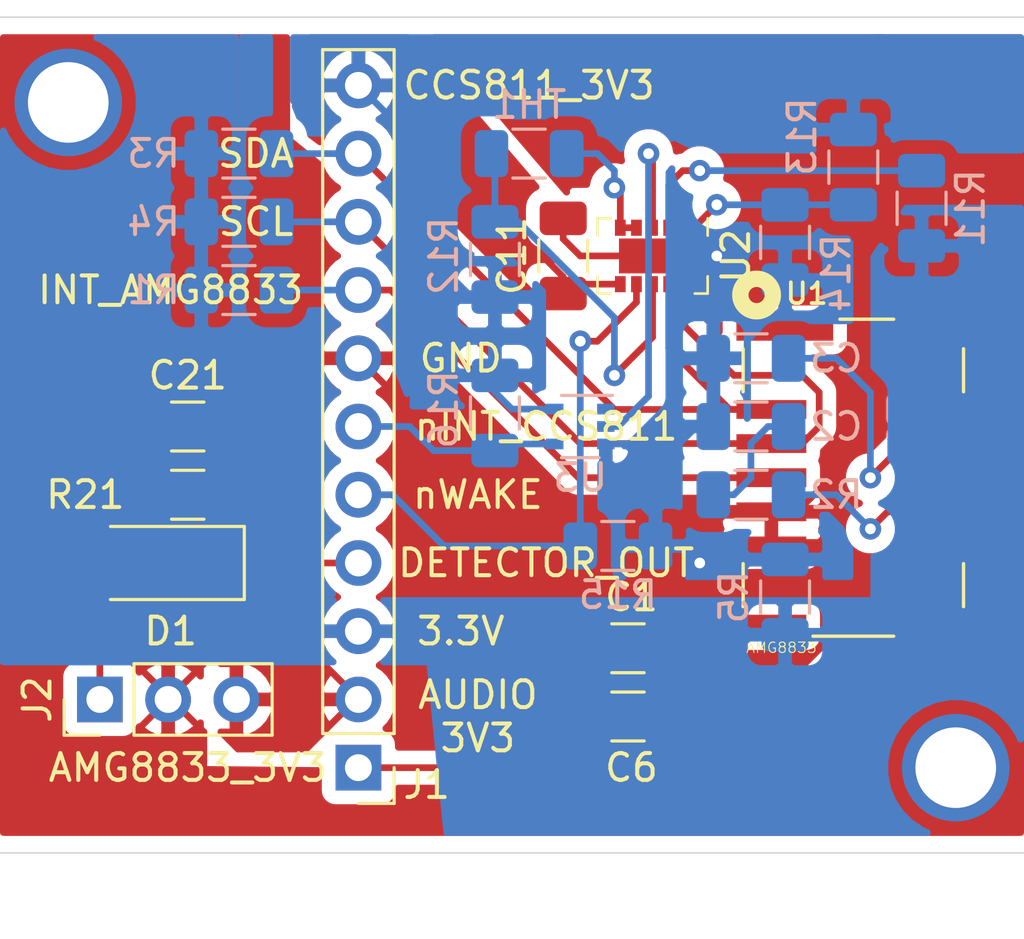
<source format=kicad_pcb>
(kicad_pcb (version 20171130) (host pcbnew "(5.1.5)-3")

  (general
    (thickness 1.6)
    (drawings 19)
    (tracks 214)
    (zones 0)
    (modules 25)
    (nets 23)
  )

  (page A4)
  (layers
    (0 F.Cu signal)
    (31 B.Cu signal hide)
    (32 B.Adhes user hide)
    (33 F.Adhes user hide)
    (34 B.Paste user hide)
    (35 F.Paste user hide)
    (36 B.SilkS user)
    (37 F.SilkS user)
    (38 B.Mask user)
    (39 F.Mask user)
    (40 Dwgs.User user hide)
    (41 Cmts.User user hide)
    (42 Eco1.User user hide)
    (43 Eco2.User user hide)
    (44 Edge.Cuts user hide)
    (45 Margin user hide)
    (46 B.CrtYd user hide)
    (47 F.CrtYd user)
    (48 B.Fab user hide)
    (49 F.Fab user)
  )

  (setup
    (last_trace_width 0.25)
    (trace_clearance 0.2)
    (zone_clearance 0.508)
    (zone_45_only no)
    (trace_min 0.2)
    (via_size 0.8)
    (via_drill 0.4)
    (via_min_size 0.4)
    (via_min_drill 0.3)
    (uvia_size 0.3)
    (uvia_drill 0.1)
    (uvias_allowed no)
    (uvia_min_size 0.2)
    (uvia_min_drill 0.1)
    (edge_width 0.05)
    (segment_width 0.2)
    (pcb_text_width 0.3)
    (pcb_text_size 1.5 1.5)
    (mod_edge_width 0.12)
    (mod_text_size 1 1)
    (mod_text_width 0.15)
    (pad_size 1.35 1.35)
    (pad_drill 0.7)
    (pad_to_mask_clearance 0.051)
    (solder_mask_min_width 0.25)
    (aux_axis_origin 43.18 -281.94)
    (grid_origin 53.305 -288.35)
    (visible_elements 7FFFFFFF)
    (pcbplotparams
      (layerselection 0x010fc_ffffffff)
      (usegerberextensions false)
      (usegerberattributes false)
      (usegerberadvancedattributes false)
      (creategerberjobfile false)
      (excludeedgelayer true)
      (linewidth 0.100000)
      (plotframeref false)
      (viasonmask false)
      (mode 1)
      (useauxorigin false)
      (hpglpennumber 1)
      (hpglpenspeed 20)
      (hpglpendiameter 15.000000)
      (psnegative false)
      (psa4output false)
      (plotreference true)
      (plotvalue true)
      (plotinvisibletext false)
      (padsonsilk false)
      (subtractmaskfromsilk false)
      (outputformat 1)
      (mirror false)
      (drillshape 0)
      (scaleselection 1)
      (outputdirectory "gerber/"))
  )

  (net 0 "")
  (net 1 GND)
  (net 2 3.3V)
  (net 3 "Net-(C2-Pad2)")
  (net 4 "Net-(C2-Pad1)")
  (net 5 "Net-(C3-Pad1)")
  (net 6 /SCL)
  (net 7 /SDA)
  (net 8 /AUDIO_OUT)
  (net 9 /nWAKE)
  (net 10 /nINT_CCS811)
  (net 11 /INT_AMG8833)
  (net 12 "Net-(R11-Pad2)")
  (net 13 "Net-(R13-Pad1)")
  (net 14 "Net-(TH1-Pad1)")
  (net 15 /nINT)
  (net 16 "Net-(U3-Pad1)")
  (net 17 /DETECTOR_OUT)
  (net 18 "Net-(R12-Pad1)")
  (net 19 "Net-(U1-Pad11)")
  (net 20 /CCS811_3V3)
  (net 21 /AUDIO_3V3)
  (net 22 /AMG8833_3V3)

  (net_class Default "This is the default net class."
    (clearance 0.2)
    (trace_width 0.25)
    (via_dia 0.8)
    (via_drill 0.4)
    (uvia_dia 0.3)
    (uvia_drill 0.1)
    (add_net /AMG8833_3V3)
    (add_net /AUDIO_3V3)
    (add_net /AUDIO_OUT)
    (add_net /CCS811_3V3)
    (add_net /DETECTOR_OUT)
    (add_net /INT_AMG8833)
    (add_net /SCL)
    (add_net /SDA)
    (add_net /nINT)
    (add_net /nINT_CCS811)
    (add_net /nWAKE)
    (add_net 3.3V)
    (add_net GND)
    (add_net "Net-(C2-Pad1)")
    (add_net "Net-(C2-Pad2)")
    (add_net "Net-(C3-Pad1)")
    (add_net "Net-(R11-Pad2)")
    (add_net "Net-(R12-Pad1)")
    (add_net "Net-(R13-Pad1)")
    (add_net "Net-(TH1-Pad1)")
    (add_net "Net-(U1-Pad11)")
    (add_net "Net-(U3-Pad1)")
  )

  (module Connector_PinHeader_2.54mm:PinHeader_1x03_P2.54mm_Vertical (layer F.Cu) (tedit 59FED5CC) (tstamp 5E67F9BF)
    (at 47.53 -287.655 90)
    (descr "Through hole straight pin header, 1x03, 2.54mm pitch, single row")
    (tags "Through hole pin header THT 1x03 2.54mm single row")
    (path /5E5FBFAE)
    (fp_text reference J2 (at 0 -2.33 90) (layer F.SilkS)
      (effects (font (size 1 1) (thickness 0.15)))
    )
    (fp_text value "microphoon connection" (at 0 7.41 90) (layer F.Fab)
      (effects (font (size 1 1) (thickness 0.15)))
    )
    (fp_text user %R (at 0 2.54) (layer F.Fab)
      (effects (font (size 1 1) (thickness 0.15)))
    )
    (fp_line (start 1.8 -1.8) (end -1.8 -1.8) (layer F.CrtYd) (width 0.05))
    (fp_line (start 1.8 6.85) (end 1.8 -1.8) (layer F.CrtYd) (width 0.05))
    (fp_line (start -1.8 6.85) (end 1.8 6.85) (layer F.CrtYd) (width 0.05))
    (fp_line (start -1.8 -1.8) (end -1.8 6.85) (layer F.CrtYd) (width 0.05))
    (fp_line (start -1.33 -1.33) (end 0 -1.33) (layer F.SilkS) (width 0.12))
    (fp_line (start -1.33 0) (end -1.33 -1.33) (layer F.SilkS) (width 0.12))
    (fp_line (start -1.33 1.27) (end 1.33 1.27) (layer F.SilkS) (width 0.12))
    (fp_line (start 1.33 1.27) (end 1.33 6.41) (layer F.SilkS) (width 0.12))
    (fp_line (start -1.33 1.27) (end -1.33 6.41) (layer F.SilkS) (width 0.12))
    (fp_line (start -1.33 6.41) (end 1.33 6.41) (layer F.SilkS) (width 0.12))
    (fp_line (start -1.27 -0.635) (end -0.635 -1.27) (layer F.Fab) (width 0.1))
    (fp_line (start -1.27 6.35) (end -1.27 -0.635) (layer F.Fab) (width 0.1))
    (fp_line (start 1.27 6.35) (end -1.27 6.35) (layer F.Fab) (width 0.1))
    (fp_line (start 1.27 -1.27) (end 1.27 6.35) (layer F.Fab) (width 0.1))
    (fp_line (start -0.635 -1.27) (end 1.27 -1.27) (layer F.Fab) (width 0.1))
    (pad 3 thru_hole oval (at 0 5.08 90) (size 1.7 1.7) (drill 1) (layers *.Cu *.Mask)
      (net 21 /AUDIO_3V3))
    (pad 2 thru_hole oval (at 0 2.54 90) (size 1.7 1.7) (drill 1) (layers *.Cu *.Mask)
      (net 1 GND))
    (pad 1 thru_hole rect (at 0 0 90) (size 1.7 1.7) (drill 1) (layers *.Cu *.Mask)
      (net 8 /AUDIO_OUT))
    (model ${KISYS3DMOD}/Connector_PinHeader_2.54mm.3dshapes/PinHeader_1x03_P2.54mm_Vertical.wrl
      (at (xyz 0 0 0))
      (scale (xyz 1 1 1))
      (rotate (xyz 0 0 0))
    )
  )

  (module Connector_PinHeader_2.54mm:PinHeader_1x11_P2.54mm_Vertical (layer F.Cu) (tedit 59FED5CC) (tstamp 5E66B22B)
    (at 57.15 -285.115 180)
    (descr "Through hole straight pin header, 1x11, 2.54mm pitch, single row")
    (tags "Through hole pin header THT 1x11 2.54mm single row")
    (path /5E5DEA34)
    (fp_text reference J1 (at -2.54 -0.635) (layer F.SilkS)
      (effects (font (size 1 1) (thickness 0.15)))
    )
    (fp_text value "Mainboard connection" (at 0 27.73) (layer F.Fab)
      (effects (font (size 1 1) (thickness 0.15)))
    )
    (fp_text user %R (at 0 12.7 90) (layer F.Fab)
      (effects (font (size 1 1) (thickness 0.15)))
    )
    (fp_line (start 1.8 -1.8) (end -1.8 -1.8) (layer F.CrtYd) (width 0.05))
    (fp_line (start 1.8 27.2) (end 1.8 -1.8) (layer F.CrtYd) (width 0.05))
    (fp_line (start -1.8 27.2) (end 1.8 27.2) (layer F.CrtYd) (width 0.05))
    (fp_line (start -1.8 -1.8) (end -1.8 27.2) (layer F.CrtYd) (width 0.05))
    (fp_line (start -1.33 -1.33) (end 0 -1.33) (layer F.SilkS) (width 0.12))
    (fp_line (start -1.33 0) (end -1.33 -1.33) (layer F.SilkS) (width 0.12))
    (fp_line (start -1.33 1.27) (end 1.33 1.27) (layer F.SilkS) (width 0.12))
    (fp_line (start 1.33 1.27) (end 1.33 26.73) (layer F.SilkS) (width 0.12))
    (fp_line (start -1.33 1.27) (end -1.33 26.73) (layer F.SilkS) (width 0.12))
    (fp_line (start -1.33 26.73) (end 1.33 26.73) (layer F.SilkS) (width 0.12))
    (fp_line (start -1.27 -0.635) (end -0.635 -1.27) (layer F.Fab) (width 0.1))
    (fp_line (start -1.27 26.67) (end -1.27 -0.635) (layer F.Fab) (width 0.1))
    (fp_line (start 1.27 26.67) (end -1.27 26.67) (layer F.Fab) (width 0.1))
    (fp_line (start 1.27 -1.27) (end 1.27 26.67) (layer F.Fab) (width 0.1))
    (fp_line (start -0.635 -1.27) (end 1.27 -1.27) (layer F.Fab) (width 0.1))
    (pad 11 thru_hole oval (at 0 25.4 180) (size 1.7 1.7) (drill 1) (layers *.Cu *.Mask)
      (net 20 /CCS811_3V3))
    (pad 10 thru_hole oval (at 0 22.86 180) (size 1.7 1.7) (drill 1) (layers *.Cu *.Mask)
      (net 7 /SDA))
    (pad 9 thru_hole oval (at 0 20.32 180) (size 1.7 1.7) (drill 1) (layers *.Cu *.Mask)
      (net 6 /SCL))
    (pad 8 thru_hole oval (at 0 17.78 180) (size 1.7 1.7) (drill 1) (layers *.Cu *.Mask)
      (net 11 /INT_AMG8833))
    (pad 7 thru_hole oval (at 0 15.24 180) (size 1.7 1.7) (drill 1) (layers *.Cu *.Mask)
      (net 1 GND))
    (pad 6 thru_hole oval (at 0 12.7 180) (size 1.7 1.7) (drill 1) (layers *.Cu *.Mask)
      (net 10 /nINT_CCS811))
    (pad 5 thru_hole oval (at 0 10.16 180) (size 1.7 1.7) (drill 1) (layers *.Cu *.Mask)
      (net 9 /nWAKE))
    (pad 4 thru_hole oval (at 0 7.62 180) (size 1.7 1.7) (drill 1) (layers *.Cu *.Mask)
      (net 17 /DETECTOR_OUT))
    (pad 3 thru_hole oval (at 0 5.08 180) (size 1.7 1.7) (drill 1) (layers *.Cu *.Mask)
      (net 2 3.3V))
    (pad 2 thru_hole oval (at 0 2.54 180) (size 1.7 1.7) (drill 1) (layers *.Cu *.Mask)
      (net 21 /AUDIO_3V3))
    (pad 1 thru_hole rect (at 0 0 180) (size 1.7 1.7) (drill 1) (layers *.Cu *.Mask)
      (net 22 /AMG8833_3V3))
    (model ${KISYS3DMOD}/Connector_PinHeader_2.54mm.3dshapes/PinHeader_1x11_P2.54mm_Vertical.wrl
      (at (xyz 0 0 0))
      (scale (xyz 1 1 1))
      (rotate (xyz 0 0 0))
    )
  )

  (module AMG8833_REV-B:AMG8833 (layer F.Cu) (tedit 0) (tstamp 5E65B139)
    (at 75.565 -295.91 270)
    (path /6A1E14AE)
    (fp_text reference U1 (at -6.4 2.6) (layer F.SilkS)
      (effects (font (size 0.77216 0.77216) (thickness 0.138988)) (justify left bottom))
    )
    (fp_text value AMG8833 (at 6.554 4.013) (layer F.SilkS)
      (effects (font (size 0.38608 0.38608) (thickness 0.038608)) (justify left bottom))
    )
    (fp_line (start -5.8 -4) (end 5.8 -4) (layer F.Fab) (width 0.127))
    (fp_line (start 5.8 -4) (end 5.8 4) (layer F.Fab) (width 0.127))
    (fp_line (start 5.8 4) (end -5.8 4) (layer F.Fab) (width 0.127))
    (fp_line (start -5.8 4) (end -5.8 -4) (layer F.Fab) (width 0.127))
    (fp_line (start 0.7 -1.3) (end 3.3 -1.3) (layer F.Fab) (width 0.127))
    (fp_line (start 3.3 -1.3) (end 3.3 1.3) (layer F.Fab) (width 0.127))
    (fp_line (start 3.3 1.3) (end 0.7 1.3) (layer F.Fab) (width 0.127))
    (fp_line (start 0.7 1.3) (end 0.7 -1.3) (layer F.Fab) (width 0.127))
    (fp_line (start -4.8 4.1) (end -3.2 4.1) (layer F.SilkS) (width 0.127))
    (fp_line (start -4.8 -4.1) (end -3.2 -4.1) (layer F.SilkS) (width 0.127))
    (fp_line (start -5.9 0.5) (end -5.9 -1.5) (layer F.SilkS) (width 0.127))
    (fp_line (start 5.9 -1.5) (end 5.9 1.5) (layer F.SilkS) (width 0.127))
    (fp_line (start 3.2 -4.1) (end 4.8 -4.1) (layer F.SilkS) (width 0.127))
    (fp_line (start 3.2 4.1) (end 4.8 4.1) (layer F.SilkS) (width 0.127))
    (fp_circle (center -6.8 3.6) (end -6.5 3.6) (layer F.SilkS) (width 0.6096))
    (pad 8 smd rect (at 5.5 -3.05) (size 2.6 0.8) (layers F.Cu F.Paste F.Mask)
      (solder_mask_margin 0.0508))
    (pad 14 smd rect (at -5.5 -3.05) (size 2.6 0.8) (layers F.Cu F.Paste F.Mask)
      (solder_mask_margin 0.0508))
    (pad 7 smd rect (at 5.5 3.05) (size 2.6 0.8) (layers F.Cu F.Paste F.Mask)
      (solder_mask_margin 0.0508))
    (pad 1 smd rect (at -5.5 2.55) (size 3.6 0.8) (layers F.Cu F.Paste F.Mask)
      (solder_mask_margin 0.0508))
    (pad 2 smd rect (at -2.54 3.05) (size 2.6 0.7) (layers F.Cu F.Paste F.Mask)
      (net 7 /SDA) (solder_mask_margin 0.0508))
    (pad 3 smd rect (at -1.27 3.05) (size 2.6 0.7) (layers F.Cu F.Paste F.Mask)
      (net 6 /SCL) (solder_mask_margin 0.0508))
    (pad 4 smd rect (at 0 3.05) (size 2.6 0.7) (layers F.Cu F.Paste F.Mask)
      (net 11 /INT_AMG8833) (solder_mask_margin 0.0508))
    (pad 5 smd rect (at 1.27 3.05) (size 2.6 0.7) (layers F.Cu F.Paste F.Mask)
      (net 1 GND) (solder_mask_margin 0.0508))
    (pad 6 smd rect (at 2.54 3.05) (size 2.6 0.7) (layers F.Cu F.Paste F.Mask)
      (net 1 GND) (solder_mask_margin 0.0508))
    (pad 9 smd rect (at 2.54 -3.05) (size 2.6 0.7) (layers F.Cu F.Paste F.Mask)
      (net 22 /AMG8833_3V3) (solder_mask_margin 0.0508))
    (pad 10 smd rect (at 1.27 -3.05) (size 2.6 0.7) (layers F.Cu F.Paste F.Mask)
      (net 4 "Net-(C2-Pad1)") (solder_mask_margin 0.0508))
    (pad 11 smd rect (at 0 -3.05) (size 2.6 0.7) (layers F.Cu F.Paste F.Mask)
      (net 19 "Net-(U1-Pad11)") (solder_mask_margin 0.0508))
    (pad 12 smd rect (at -1.27 -3.05) (size 2.6 0.7) (layers F.Cu F.Paste F.Mask)
      (net 5 "Net-(C3-Pad1)") (solder_mask_margin 0.0508))
    (pad 13 smd rect (at -2.54 -3.05) (size 2.6 0.7) (layers F.Cu F.Paste F.Mask)
      (net 22 /AMG8833_3V3) (solder_mask_margin 0.0508))
  )

  (module Capacitor_SMD:C_1206_3216Metric (layer B.Cu) (tedit 5B301BBE) (tstamp 5E6808F8)
    (at 71.755 -300.355 180)
    (descr "Capacitor SMD 1206 (3216 Metric), square (rectangular) end terminal, IPC_7351 nominal, (Body size source: http://www.tortai-tech.com/upload/download/2011102023233369053.pdf), generated with kicad-footprint-generator")
    (tags capacitor)
    (path /4017C25B)
    (attr smd)
    (fp_text reference C3 (at -3.175 0) (layer B.SilkS)
      (effects (font (size 1 1) (thickness 0.15)) (justify mirror))
    )
    (fp_text value 2.2uF (at 0 -1.82) (layer B.Fab)
      (effects (font (size 1 1) (thickness 0.15)) (justify mirror))
    )
    (fp_text user %R (at 0 0) (layer B.Fab)
      (effects (font (size 0.8 0.8) (thickness 0.12)) (justify mirror))
    )
    (fp_line (start 2.28 -1.12) (end -2.28 -1.12) (layer B.CrtYd) (width 0.05))
    (fp_line (start 2.28 1.12) (end 2.28 -1.12) (layer B.CrtYd) (width 0.05))
    (fp_line (start -2.28 1.12) (end 2.28 1.12) (layer B.CrtYd) (width 0.05))
    (fp_line (start -2.28 -1.12) (end -2.28 1.12) (layer B.CrtYd) (width 0.05))
    (fp_line (start -0.602064 -0.91) (end 0.602064 -0.91) (layer B.SilkS) (width 0.12))
    (fp_line (start -0.602064 0.91) (end 0.602064 0.91) (layer B.SilkS) (width 0.12))
    (fp_line (start 1.6 -0.8) (end -1.6 -0.8) (layer B.Fab) (width 0.1))
    (fp_line (start 1.6 0.8) (end 1.6 -0.8) (layer B.Fab) (width 0.1))
    (fp_line (start -1.6 0.8) (end 1.6 0.8) (layer B.Fab) (width 0.1))
    (fp_line (start -1.6 -0.8) (end -1.6 0.8) (layer B.Fab) (width 0.1))
    (pad 2 smd roundrect (at 1.4 0 180) (size 1.25 1.75) (layers B.Cu B.Paste B.Mask) (roundrect_rratio 0.2)
      (net 1 GND))
    (pad 1 smd roundrect (at -1.4 0 180) (size 1.25 1.75) (layers B.Cu B.Paste B.Mask) (roundrect_rratio 0.2)
      (net 5 "Net-(C3-Pad1)"))
    (model ${KISYS3DMOD}/Capacitor_SMD.3dshapes/C_1206_3216Metric.wrl
      (at (xyz 0 0 0))
      (scale (xyz 1 1 1))
      (rotate (xyz 0 0 0))
    )
  )

  (module Resistor_SMD:R_1206_3216Metric (layer B.Cu) (tedit 5B301BBD) (tstamp 5E680958)
    (at 71.755 -297.815)
    (descr "Resistor SMD 1206 (3216 Metric), square (rectangular) end terminal, IPC_7351 nominal, (Body size source: http://www.tortai-tech.com/upload/download/2011102023233369053.pdf), generated with kicad-footprint-generator")
    (tags resistor)
    (path /5A764C0D)
    (attr smd)
    (fp_text reference R2 (at 3.175 2.54 180) (layer B.SilkS)
      (effects (font (size 1 1) (thickness 0.15)) (justify mirror))
    )
    (fp_text value 22 (at 0 -1.82 180) (layer B.Fab)
      (effects (font (size 1 1) (thickness 0.15)) (justify mirror))
    )
    (fp_text user %R (at 0 0 180) (layer B.Fab)
      (effects (font (size 0.8 0.8) (thickness 0.12)) (justify mirror))
    )
    (fp_line (start 2.28 -1.12) (end -2.28 -1.12) (layer B.CrtYd) (width 0.05))
    (fp_line (start 2.28 1.12) (end 2.28 -1.12) (layer B.CrtYd) (width 0.05))
    (fp_line (start -2.28 1.12) (end 2.28 1.12) (layer B.CrtYd) (width 0.05))
    (fp_line (start -2.28 -1.12) (end -2.28 1.12) (layer B.CrtYd) (width 0.05))
    (fp_line (start -0.602064 -0.91) (end 0.602064 -0.91) (layer B.SilkS) (width 0.12))
    (fp_line (start -0.602064 0.91) (end 0.602064 0.91) (layer B.SilkS) (width 0.12))
    (fp_line (start 1.6 -0.8) (end -1.6 -0.8) (layer B.Fab) (width 0.1))
    (fp_line (start 1.6 0.8) (end 1.6 -0.8) (layer B.Fab) (width 0.1))
    (fp_line (start -1.6 0.8) (end 1.6 0.8) (layer B.Fab) (width 0.1))
    (fp_line (start -1.6 -0.8) (end -1.6 0.8) (layer B.Fab) (width 0.1))
    (pad 2 smd roundrect (at 1.4 0) (size 1.25 1.75) (layers B.Cu B.Paste B.Mask) (roundrect_rratio 0.2)
      (net 3 "Net-(C2-Pad2)"))
    (pad 1 smd roundrect (at -1.4 0) (size 1.25 1.75) (layers B.Cu B.Paste B.Mask) (roundrect_rratio 0.2)
      (net 1 GND))
    (model ${KISYS3DMOD}/Resistor_SMD.3dshapes/R_1206_3216Metric.wrl
      (at (xyz 0 0 0))
      (scale (xyz 1 1 1))
      (rotate (xyz 0 0 0))
    )
  )

  (module Diode_SMD:D_SOD-128 (layer F.Cu) (tedit 5D3216F4) (tstamp 5E65ADE0)
    (at 49.825 -292.735 180)
    (descr "D_SOD-128 (CFP5 SlimSMAW), https://assets.nexperia.com/documents/outline-drawing/SOD128.pdf")
    (tags D_SOD-128)
    (path /5E607A7B)
    (attr smd)
    (fp_text reference D1 (at -0.34 -2.54) (layer F.SilkS)
      (effects (font (size 1 1) (thickness 0.15)))
    )
    (fp_text value RB081LAM-20 (at 0 2) (layer F.Fab)
      (effects (font (size 1 1) (thickness 0.15)))
    )
    (fp_line (start -3.08 -1.36) (end 1.9 -1.36) (layer F.SilkS) (width 0.12))
    (fp_line (start -3.08 1.36) (end 1.9 1.36) (layer F.SilkS) (width 0.12))
    (fp_line (start -3.15 -1.5) (end -3.15 1.5) (layer F.CrtYd) (width 0.05))
    (fp_line (start 3.15 1.5) (end -3.15 1.5) (layer F.CrtYd) (width 0.05))
    (fp_line (start 3.15 -1.5) (end 3.15 1.5) (layer F.CrtYd) (width 0.05))
    (fp_line (start -3.15 -1.5) (end 3.15 -1.5) (layer F.CrtYd) (width 0.05))
    (fp_line (start -1.9 -1.25) (end 1.9 -1.25) (layer F.Fab) (width 0.1))
    (fp_line (start 1.9 -1.25) (end 1.9 1.25) (layer F.Fab) (width 0.1))
    (fp_line (start 1.9 1.25) (end -1.9 1.25) (layer F.Fab) (width 0.1))
    (fp_line (start -1.9 1.25) (end -1.9 -1.25) (layer F.Fab) (width 0.1))
    (fp_line (start -0.75 0) (end -0.35 0) (layer F.Fab) (width 0.1))
    (fp_line (start -0.35 0) (end -0.35 -0.55) (layer F.Fab) (width 0.1))
    (fp_line (start -0.35 0) (end -0.35 0.55) (layer F.Fab) (width 0.1))
    (fp_line (start -0.35 0) (end 0.25 -0.4) (layer F.Fab) (width 0.1))
    (fp_line (start 0.25 -0.4) (end 0.25 0.4) (layer F.Fab) (width 0.1))
    (fp_line (start 0.25 0.4) (end -0.35 0) (layer F.Fab) (width 0.1))
    (fp_line (start 0.25 0) (end 0.75 0) (layer F.Fab) (width 0.1))
    (fp_line (start -3.08 -1.36) (end -3.08 1.36) (layer F.SilkS) (width 0.12))
    (fp_text user %R (at 0 -2) (layer F.Fab)
      (effects (font (size 1 1) (thickness 0.15)))
    )
    (pad 2 smd rect (at 2.2 0 180) (size 1.4 2.1) (layers F.Cu F.Paste F.Mask)
      (net 8 /AUDIO_OUT))
    (pad 1 smd rect (at -2.2 0 180) (size 1.4 2.1) (layers F.Cu F.Paste F.Mask)
      (net 17 /DETECTOR_OUT))
    (model ${KISYS3DMOD}/Diode_SMD.3dshapes/D_SOD-128.wrl
      (at (xyz 0 0 0))
      (scale (xyz 1 1 1))
      (rotate (xyz 0 0 0))
    )
  )

  (module Resistor_SMD:R_1206_3216Metric (layer B.Cu) (tedit 5B301BBD) (tstamp 5E65B189)
    (at 62.23 -298.32 90)
    (descr "Resistor SMD 1206 (3216 Metric), square (rectangular) end terminal, IPC_7351 nominal, (Body size source: http://www.tortai-tech.com/upload/download/2011102023233369053.pdf), generated with kicad-footprint-generator")
    (tags resistor)
    (path /5E628D64)
    (attr smd)
    (fp_text reference R16 (at 0.13 -1.905 270) (layer B.SilkS)
      (effects (font (size 1 1) (thickness 0.15)) (justify mirror))
    )
    (fp_text value 10K (at 0 -1.82 270) (layer B.Fab)
      (effects (font (size 1 1) (thickness 0.15)) (justify mirror))
    )
    (fp_text user %R (at 0 0 270) (layer B.Fab)
      (effects (font (size 0.8 0.8) (thickness 0.12)) (justify mirror))
    )
    (fp_line (start 2.28 -1.12) (end -2.28 -1.12) (layer B.CrtYd) (width 0.05))
    (fp_line (start 2.28 1.12) (end 2.28 -1.12) (layer B.CrtYd) (width 0.05))
    (fp_line (start -2.28 1.12) (end 2.28 1.12) (layer B.CrtYd) (width 0.05))
    (fp_line (start -2.28 -1.12) (end -2.28 1.12) (layer B.CrtYd) (width 0.05))
    (fp_line (start -0.602064 -0.91) (end 0.602064 -0.91) (layer B.SilkS) (width 0.12))
    (fp_line (start -0.602064 0.91) (end 0.602064 0.91) (layer B.SilkS) (width 0.12))
    (fp_line (start 1.6 -0.8) (end -1.6 -0.8) (layer B.Fab) (width 0.1))
    (fp_line (start 1.6 0.8) (end 1.6 -0.8) (layer B.Fab) (width 0.1))
    (fp_line (start -1.6 0.8) (end 1.6 0.8) (layer B.Fab) (width 0.1))
    (fp_line (start -1.6 -0.8) (end -1.6 0.8) (layer B.Fab) (width 0.1))
    (pad 2 smd roundrect (at 1.4 0 90) (size 1.25 1.75) (layers B.Cu B.Paste B.Mask) (roundrect_rratio 0.2)
      (net 20 /CCS811_3V3))
    (pad 1 smd roundrect (at -1.4 0 90) (size 1.25 1.75) (layers B.Cu B.Paste B.Mask) (roundrect_rratio 0.2)
      (net 10 /nINT_CCS811))
    (model ${KISYS3DMOD}/Resistor_SMD.3dshapes/R_1206_3216Metric.wrl
      (at (xyz 0 0 0))
      (scale (xyz 1 1 1))
      (rotate (xyz 0 0 0))
    )
  )

  (module Capacitor_SMD:C_1206_3216Metric (layer B.Cu) (tedit 5B301BBE) (tstamp 5E680928)
    (at 71.755 -295.275 180)
    (descr "Capacitor SMD 1206 (3216 Metric), square (rectangular) end terminal, IPC_7351 nominal, (Body size source: http://www.tortai-tech.com/upload/download/2011102023233369053.pdf), generated with kicad-footprint-generator")
    (tags capacitor)
    (path /AC671DB5)
    (attr smd)
    (fp_text reference C2 (at -3.175 2.54 180) (layer B.SilkS)
      (effects (font (size 1 1) (thickness 0.15)) (justify mirror))
    )
    (fp_text value 1uF (at 0 -1.82 180) (layer B.Fab)
      (effects (font (size 1 1) (thickness 0.15)) (justify mirror))
    )
    (fp_text user %R (at 0 0 180) (layer B.Fab)
      (effects (font (size 0.8 0.8) (thickness 0.12)) (justify mirror))
    )
    (fp_line (start 2.28 -1.12) (end -2.28 -1.12) (layer B.CrtYd) (width 0.05))
    (fp_line (start 2.28 1.12) (end 2.28 -1.12) (layer B.CrtYd) (width 0.05))
    (fp_line (start -2.28 1.12) (end 2.28 1.12) (layer B.CrtYd) (width 0.05))
    (fp_line (start -2.28 -1.12) (end -2.28 1.12) (layer B.CrtYd) (width 0.05))
    (fp_line (start -0.602064 -0.91) (end 0.602064 -0.91) (layer B.SilkS) (width 0.12))
    (fp_line (start -0.602064 0.91) (end 0.602064 0.91) (layer B.SilkS) (width 0.12))
    (fp_line (start 1.6 -0.8) (end -1.6 -0.8) (layer B.Fab) (width 0.1))
    (fp_line (start 1.6 0.8) (end 1.6 -0.8) (layer B.Fab) (width 0.1))
    (fp_line (start -1.6 0.8) (end 1.6 0.8) (layer B.Fab) (width 0.1))
    (fp_line (start -1.6 -0.8) (end -1.6 0.8) (layer B.Fab) (width 0.1))
    (pad 2 smd roundrect (at 1.4 0 180) (size 1.25 1.75) (layers B.Cu B.Paste B.Mask) (roundrect_rratio 0.2)
      (net 3 "Net-(C2-Pad2)"))
    (pad 1 smd roundrect (at -1.4 0 180) (size 1.25 1.75) (layers B.Cu B.Paste B.Mask) (roundrect_rratio 0.2)
      (net 4 "Net-(C2-Pad1)"))
    (model ${KISYS3DMOD}/Capacitor_SMD.3dshapes/C_1206_3216Metric.wrl
      (at (xyz 0 0 0))
      (scale (xyz 1 1 1))
      (rotate (xyz 0 0 0))
    )
  )

  (module Resistor_SMD:R_1206_3216Metric (layer B.Cu) (tedit 5B301BBD) (tstamp 5E65B1E9)
    (at 66.805 -293.37)
    (descr "Resistor SMD 1206 (3216 Metric), square (rectangular) end terminal, IPC_7351 nominal, (Body size source: http://www.tortai-tech.com/upload/download/2011102023233369053.pdf), generated with kicad-footprint-generator")
    (tags resistor)
    (path /5E581DA6)
    (attr smd)
    (fp_text reference R15 (at 0 1.82) (layer B.SilkS)
      (effects (font (size 1 1) (thickness 0.15)) (justify mirror))
    )
    (fp_text value 10k (at 0 -1.82) (layer B.Fab)
      (effects (font (size 1 1) (thickness 0.15)) (justify mirror))
    )
    (fp_text user %R (at 0 0) (layer B.Fab)
      (effects (font (size 0.8 0.8) (thickness 0.12)) (justify mirror))
    )
    (fp_line (start 2.28 -1.12) (end -2.28 -1.12) (layer B.CrtYd) (width 0.05))
    (fp_line (start 2.28 1.12) (end 2.28 -1.12) (layer B.CrtYd) (width 0.05))
    (fp_line (start -2.28 1.12) (end 2.28 1.12) (layer B.CrtYd) (width 0.05))
    (fp_line (start -2.28 -1.12) (end -2.28 1.12) (layer B.CrtYd) (width 0.05))
    (fp_line (start -0.602064 -0.91) (end 0.602064 -0.91) (layer B.SilkS) (width 0.12))
    (fp_line (start -0.602064 0.91) (end 0.602064 0.91) (layer B.SilkS) (width 0.12))
    (fp_line (start 1.6 -0.8) (end -1.6 -0.8) (layer B.Fab) (width 0.1))
    (fp_line (start 1.6 0.8) (end 1.6 -0.8) (layer B.Fab) (width 0.1))
    (fp_line (start -1.6 0.8) (end 1.6 0.8) (layer B.Fab) (width 0.1))
    (fp_line (start -1.6 -0.8) (end -1.6 0.8) (layer B.Fab) (width 0.1))
    (pad 2 smd roundrect (at 1.4 0) (size 1.25 1.75) (layers B.Cu B.Paste B.Mask) (roundrect_rratio 0.2)
      (net 1 GND))
    (pad 1 smd roundrect (at -1.4 0) (size 1.25 1.75) (layers B.Cu B.Paste B.Mask) (roundrect_rratio 0.2)
      (net 9 /nWAKE))
    (model ${KISYS3DMOD}/Resistor_SMD.3dshapes/R_1206_3216Metric.wrl
      (at (xyz 0 0 0))
      (scale (xyz 1 1 1))
      (rotate (xyz 0 0 0))
    )
  )

  (module Capacitor_SMD:C_1206_3216Metric (layer F.Cu) (tedit 5B301BBE) (tstamp 5E65B2AC)
    (at 67.18 -287.02 180)
    (descr "Capacitor SMD 1206 (3216 Metric), square (rectangular) end terminal, IPC_7351 nominal, (Body size source: http://www.tortai-tech.com/upload/download/2011102023233369053.pdf), generated with kicad-footprint-generator")
    (tags capacitor)
    (path /8451312A)
    (attr smd)
    (fp_text reference C6 (at -0.13 -1.905 180) (layer F.SilkS)
      (effects (font (size 1 1) (thickness 0.15)))
    )
    (fp_text value 0.1uF (at 0 1.82 180) (layer F.Fab)
      (effects (font (size 1 1) (thickness 0.15)))
    )
    (fp_text user %R (at 0 0 180) (layer F.Fab)
      (effects (font (size 0.8 0.8) (thickness 0.12)))
    )
    (fp_line (start 2.28 1.12) (end -2.28 1.12) (layer F.CrtYd) (width 0.05))
    (fp_line (start 2.28 -1.12) (end 2.28 1.12) (layer F.CrtYd) (width 0.05))
    (fp_line (start -2.28 -1.12) (end 2.28 -1.12) (layer F.CrtYd) (width 0.05))
    (fp_line (start -2.28 1.12) (end -2.28 -1.12) (layer F.CrtYd) (width 0.05))
    (fp_line (start -0.602064 0.91) (end 0.602064 0.91) (layer F.SilkS) (width 0.12))
    (fp_line (start -0.602064 -0.91) (end 0.602064 -0.91) (layer F.SilkS) (width 0.12))
    (fp_line (start 1.6 0.8) (end -1.6 0.8) (layer F.Fab) (width 0.1))
    (fp_line (start 1.6 -0.8) (end 1.6 0.8) (layer F.Fab) (width 0.1))
    (fp_line (start -1.6 -0.8) (end 1.6 -0.8) (layer F.Fab) (width 0.1))
    (fp_line (start -1.6 0.8) (end -1.6 -0.8) (layer F.Fab) (width 0.1))
    (pad 2 smd roundrect (at 1.4 0 180) (size 1.25 1.75) (layers F.Cu F.Paste F.Mask) (roundrect_rratio 0.2)
      (net 1 GND))
    (pad 1 smd roundrect (at -1.4 0 180) (size 1.25 1.75) (layers F.Cu F.Paste F.Mask) (roundrect_rratio 0.2)
      (net 22 /AMG8833_3V3))
    (model ${KISYS3DMOD}/Capacitor_SMD.3dshapes/C_1206_3216Metric.wrl
      (at (xyz 0 0 0))
      (scale (xyz 1 1 1))
      (rotate (xyz 0 0 0))
    )
  )

  (module Package_LGA:AMS_LGA-10-1EP_2.7x4mm_P0.6mm (layer F.Cu) (tedit 5A02F217) (tstamp 5E65B25A)
    (at 68.095 -304.165 270)
    (descr "LGA-10, http://ams.com/eng/content/download/951091/2269479/471718")
    (tags "lga land grid array")
    (path /5E59C18B)
    (attr smd)
    (fp_text reference U2 (at 0 -3.1 90) (layer F.SilkS)
      (effects (font (size 1 1) (thickness 0.15)))
    )
    (fp_text value CCS811 (at 0 3.1 90) (layer F.Fab)
      (effects (font (size 1 1) (thickness 0.15)))
    )
    (fp_line (start 1.4 -2.05) (end 1.4 -1.57) (layer F.SilkS) (width 0.1))
    (fp_line (start 0.76 -2.05) (end 1.4 -2.05) (layer F.SilkS) (width 0.1))
    (fp_line (start 1.4 1.57) (end 1.4 2.05) (layer F.SilkS) (width 0.1))
    (fp_line (start 0.76 2.05) (end 1.4 2.05) (layer F.SilkS) (width 0.1))
    (fp_line (start -1.4 -2.05) (end -0.76 -2.05) (layer F.SilkS) (width 0.1))
    (fp_line (start -1.4 2.05) (end -0.76 2.05) (layer F.SilkS) (width 0.1))
    (fp_line (start -1.4 1.57) (end -1.4 2.05) (layer F.SilkS) (width 0.1))
    (fp_line (start -1 -1.95) (end 1.3 -1.95) (layer F.Fab) (width 0.1))
    (fp_line (start -1.3 -1.65) (end -1 -1.95) (layer F.Fab) (width 0.1))
    (fp_line (start -1.3 1.95) (end -1.3 -1.65) (layer F.Fab) (width 0.1))
    (fp_line (start 1.3 1.95) (end -1.3 1.95) (layer F.Fab) (width 0.1))
    (fp_line (start 1.3 -1.95) (end 1.3 1.95) (layer F.Fab) (width 0.1))
    (fp_line (start -1.5 -2.15) (end 1.5 -2.15) (layer F.CrtYd) (width 0.05))
    (fp_line (start -1.5 2.15) (end -1.5 -2.15) (layer F.CrtYd) (width 0.05))
    (fp_line (start 1.5 2.15) (end -1.5 2.15) (layer F.CrtYd) (width 0.05))
    (fp_line (start 1.5 -2.15) (end 1.5 2.15) (layer F.CrtYd) (width 0.05))
    (fp_text user %R (at 0 0 90) (layer F.Fab)
      (effects (font (size 0.5 0.5) (thickness 0.05)))
    )
    (pad 8 smd rect (at 1.05 0 270) (size 0.6 0.4) (layers F.Cu F.Paste F.Mask)
      (net 18 "Net-(R12-Pad1)"))
    (pad 4 smd rect (at -1.05 0.6 270) (size 0.6 0.4) (layers F.Cu F.Paste F.Mask)
      (net 14 "Net-(TH1-Pad1)"))
    (pad 3 smd rect (at -1.05 0 270) (size 0.6 0.4) (layers F.Cu F.Paste F.Mask)
      (net 15 /nINT))
    (pad 2 smd rect (at -1.05 -0.6 270) (size 0.6 0.4) (layers F.Cu F.Paste F.Mask)
      (net 12 "Net-(R11-Pad2)"))
    (pad 1 smd rect (at -1.05 -1.2 270) (size 0.6 0.4) (layers F.Cu F.Paste F.Mask)
      (net 13 "Net-(R13-Pad1)"))
    (pad 5 smd rect (at -1.05 1.2 270) (size 0.6 0.4) (layers F.Cu F.Paste F.Mask)
      (net 14 "Net-(TH1-Pad1)"))
    (pad 9 smd rect (at 1.05 -0.6 270) (size 0.6 0.4) (layers F.Cu F.Paste F.Mask)
      (net 7 /SDA))
    (pad 10 smd rect (at 1.05 -1.2 270) (size 0.6 0.4) (layers F.Cu F.Paste F.Mask)
      (net 6 /SCL))
    (pad 7 smd rect (at 1.05 0.6 270) (size 0.6 0.4) (layers F.Cu F.Paste F.Mask)
      (net 9 /nWAKE))
    (pad 6 smd rect (at 1.05 1.2 270) (size 0.6 0.4) (layers F.Cu F.Paste F.Mask)
      (net 20 /CCS811_3V3))
    (pad 11 smd rect (at 0 0.15 270) (size 1.3 2.2) (layers F.Cu F.Paste F.Mask)
      (net 1 GND))
    (pad 11 smd rect (at 0.15 -1.1 270) (size 1 0.3) (layers F.Cu F.Paste F.Mask)
      (net 1 GND))
    (pad 11 smd trapezoid (at 0 -1.1 270) (size 1 0.3) (rect_delta 0 0.3 ) (layers F.Cu F.Paste F.Mask)
      (net 1 GND))
    (model ${KISYS3DMOD}/Package_LGA.3dshapes/AMS_LGA-10-1EP_2.7x4mm_P0.6mm.wrl
      (at (xyz 0 0 0))
      (scale (xyz 1 1 1))
      (rotate (xyz 0 0 0))
    )
  )

  (module Resistor_SMD:R_1206_3216Metric (layer F.Cu) (tedit 5B301BBD) (tstamp 5E65B1B9)
    (at 50.8 -295.275 180)
    (descr "Resistor SMD 1206 (3216 Metric), square (rectangular) end terminal, IPC_7351 nominal, (Body size source: http://www.tortai-tech.com/upload/download/2011102023233369053.pdf), generated with kicad-footprint-generator")
    (tags resistor)
    (path /5E6052B8)
    (attr smd)
    (fp_text reference R21 (at 3.81 0) (layer F.SilkS)
      (effects (font (size 1 1) (thickness 0.15)))
    )
    (fp_text value 1M (at 0 1.82) (layer F.Fab)
      (effects (font (size 1 1) (thickness 0.15)))
    )
    (fp_text user %R (at 0 0) (layer F.Fab)
      (effects (font (size 0.8 0.8) (thickness 0.12)))
    )
    (fp_line (start 2.28 1.12) (end -2.28 1.12) (layer F.CrtYd) (width 0.05))
    (fp_line (start 2.28 -1.12) (end 2.28 1.12) (layer F.CrtYd) (width 0.05))
    (fp_line (start -2.28 -1.12) (end 2.28 -1.12) (layer F.CrtYd) (width 0.05))
    (fp_line (start -2.28 1.12) (end -2.28 -1.12) (layer F.CrtYd) (width 0.05))
    (fp_line (start -0.602064 0.91) (end 0.602064 0.91) (layer F.SilkS) (width 0.12))
    (fp_line (start -0.602064 -0.91) (end 0.602064 -0.91) (layer F.SilkS) (width 0.12))
    (fp_line (start 1.6 0.8) (end -1.6 0.8) (layer F.Fab) (width 0.1))
    (fp_line (start 1.6 -0.8) (end 1.6 0.8) (layer F.Fab) (width 0.1))
    (fp_line (start -1.6 -0.8) (end 1.6 -0.8) (layer F.Fab) (width 0.1))
    (fp_line (start -1.6 0.8) (end -1.6 -0.8) (layer F.Fab) (width 0.1))
    (pad 2 smd roundrect (at 1.4 0 180) (size 1.25 1.75) (layers F.Cu F.Paste F.Mask) (roundrect_rratio 0.2)
      (net 1 GND))
    (pad 1 smd roundrect (at -1.4 0 180) (size 1.25 1.75) (layers F.Cu F.Paste F.Mask) (roundrect_rratio 0.2)
      (net 17 /DETECTOR_OUT))
    (model ${KISYS3DMOD}/Resistor_SMD.3dshapes/R_1206_3216Metric.wrl
      (at (xyz 0 0 0))
      (scale (xyz 1 1 1))
      (rotate (xyz 0 0 0))
    )
  )

  (module Resistor_SMD:R_1206_3216Metric (layer B.Cu) (tedit 5B301BBD) (tstamp 5E65AF79)
    (at 73.025 -304.67 90)
    (descr "Resistor SMD 1206 (3216 Metric), square (rectangular) end terminal, IPC_7351 nominal, (Body size source: http://www.tortai-tech.com/upload/download/2011102023233369053.pdf), generated with kicad-footprint-generator")
    (tags resistor)
    (path /5E6606AE)
    (attr smd)
    (fp_text reference R14 (at -1.14 1.905 270) (layer B.SilkS)
      (effects (font (size 1 1) (thickness 0.15)) (justify mirror))
    )
    (fp_text value 100k (at 0 -1.82 270) (layer B.Fab)
      (effects (font (size 1 1) (thickness 0.15)) (justify mirror))
    )
    (fp_text user %R (at 0 0 270) (layer B.Fab)
      (effects (font (size 0.8 0.8) (thickness 0.12)) (justify mirror))
    )
    (fp_line (start 2.28 -1.12) (end -2.28 -1.12) (layer B.CrtYd) (width 0.05))
    (fp_line (start 2.28 1.12) (end 2.28 -1.12) (layer B.CrtYd) (width 0.05))
    (fp_line (start -2.28 1.12) (end 2.28 1.12) (layer B.CrtYd) (width 0.05))
    (fp_line (start -2.28 -1.12) (end -2.28 1.12) (layer B.CrtYd) (width 0.05))
    (fp_line (start -0.602064 -0.91) (end 0.602064 -0.91) (layer B.SilkS) (width 0.12))
    (fp_line (start -0.602064 0.91) (end 0.602064 0.91) (layer B.SilkS) (width 0.12))
    (fp_line (start 1.6 -0.8) (end -1.6 -0.8) (layer B.Fab) (width 0.1))
    (fp_line (start 1.6 0.8) (end 1.6 -0.8) (layer B.Fab) (width 0.1))
    (fp_line (start -1.6 0.8) (end 1.6 0.8) (layer B.Fab) (width 0.1))
    (fp_line (start -1.6 -0.8) (end -1.6 0.8) (layer B.Fab) (width 0.1))
    (pad 2 smd roundrect (at 1.4 0 90) (size 1.25 1.75) (layers B.Cu B.Paste B.Mask) (roundrect_rratio 0.2)
      (net 13 "Net-(R13-Pad1)"))
    (pad 1 smd roundrect (at -1.4 0 90) (size 1.25 1.75) (layers B.Cu B.Paste B.Mask) (roundrect_rratio 0.2)
      (net 1 GND))
    (model ${KISYS3DMOD}/Resistor_SMD.3dshapes/R_1206_3216Metric.wrl
      (at (xyz 0 0 0))
      (scale (xyz 1 1 1))
      (rotate (xyz 0 0 0))
    )
  )

  (module Resistor_SMD:R_1206_3216Metric (layer B.Cu) (tedit 5B301BBD) (tstamp 5E65B009)
    (at 75.565 -307.47 90)
    (descr "Resistor SMD 1206 (3216 Metric), square (rectangular) end terminal, IPC_7351 nominal, (Body size source: http://www.tortai-tech.com/upload/download/2011102023233369053.pdf), generated with kicad-footprint-generator")
    (tags resistor)
    (path /5E65E6DF)
    (attr smd)
    (fp_text reference R13 (at 1.14 -1.905 90) (layer B.SilkS)
      (effects (font (size 1 1) (thickness 0.15)) (justify mirror))
    )
    (fp_text value 100K (at 0 -1.82 270) (layer B.Fab)
      (effects (font (size 1 1) (thickness 0.15)) (justify mirror))
    )
    (fp_text user %R (at 0 0 270) (layer B.Fab)
      (effects (font (size 0.8 0.8) (thickness 0.12)) (justify mirror))
    )
    (fp_line (start 2.28 -1.12) (end -2.28 -1.12) (layer B.CrtYd) (width 0.05))
    (fp_line (start 2.28 1.12) (end 2.28 -1.12) (layer B.CrtYd) (width 0.05))
    (fp_line (start -2.28 1.12) (end 2.28 1.12) (layer B.CrtYd) (width 0.05))
    (fp_line (start -2.28 -1.12) (end -2.28 1.12) (layer B.CrtYd) (width 0.05))
    (fp_line (start -0.602064 -0.91) (end 0.602064 -0.91) (layer B.SilkS) (width 0.12))
    (fp_line (start -0.602064 0.91) (end 0.602064 0.91) (layer B.SilkS) (width 0.12))
    (fp_line (start 1.6 -0.8) (end -1.6 -0.8) (layer B.Fab) (width 0.1))
    (fp_line (start 1.6 0.8) (end 1.6 -0.8) (layer B.Fab) (width 0.1))
    (fp_line (start -1.6 0.8) (end 1.6 0.8) (layer B.Fab) (width 0.1))
    (fp_line (start -1.6 -0.8) (end -1.6 0.8) (layer B.Fab) (width 0.1))
    (pad 2 smd roundrect (at 1.4 0 90) (size 1.25 1.75) (layers B.Cu B.Paste B.Mask) (roundrect_rratio 0.2)
      (net 20 /CCS811_3V3))
    (pad 1 smd roundrect (at -1.4 0 90) (size 1.25 1.75) (layers B.Cu B.Paste B.Mask) (roundrect_rratio 0.2)
      (net 13 "Net-(R13-Pad1)"))
    (model ${KISYS3DMOD}/Resistor_SMD.3dshapes/R_1206_3216Metric.wrl
      (at (xyz 0 0 0))
      (scale (xyz 1 1 1))
      (rotate (xyz 0 0 0))
    )
  )

  (module Resistor_SMD:R_1206_3216Metric (layer B.Cu) (tedit 5B301BBD) (tstamp 5E65B0C9)
    (at 62.23 -304.035 270)
    (descr "Resistor SMD 1206 (3216 Metric), square (rectangular) end terminal, IPC_7351 nominal, (Body size source: http://www.tortai-tech.com/upload/download/2011102023233369053.pdf), generated with kicad-footprint-generator")
    (tags resistor)
    (path /5E62DEF9)
    (attr smd)
    (fp_text reference R12 (at -0.13 1.905 90) (layer B.SilkS)
      (effects (font (size 1 1) (thickness 0.15)) (justify mirror))
    )
    (fp_text value 100k (at 0 -1.82 270) (layer B.Fab)
      (effects (font (size 1 1) (thickness 0.15)) (justify mirror))
    )
    (fp_text user %R (at 0 0 270) (layer B.Fab)
      (effects (font (size 0.8 0.8) (thickness 0.12)) (justify mirror))
    )
    (fp_line (start 2.28 -1.12) (end -2.28 -1.12) (layer B.CrtYd) (width 0.05))
    (fp_line (start 2.28 1.12) (end 2.28 -1.12) (layer B.CrtYd) (width 0.05))
    (fp_line (start -2.28 1.12) (end 2.28 1.12) (layer B.CrtYd) (width 0.05))
    (fp_line (start -2.28 -1.12) (end -2.28 1.12) (layer B.CrtYd) (width 0.05))
    (fp_line (start -0.602064 -0.91) (end 0.602064 -0.91) (layer B.SilkS) (width 0.12))
    (fp_line (start -0.602064 0.91) (end 0.602064 0.91) (layer B.SilkS) (width 0.12))
    (fp_line (start 1.6 -0.8) (end -1.6 -0.8) (layer B.Fab) (width 0.1))
    (fp_line (start 1.6 0.8) (end 1.6 -0.8) (layer B.Fab) (width 0.1))
    (fp_line (start -1.6 0.8) (end 1.6 0.8) (layer B.Fab) (width 0.1))
    (fp_line (start -1.6 -0.8) (end -1.6 0.8) (layer B.Fab) (width 0.1))
    (pad 2 smd roundrect (at 1.4 0 270) (size 1.25 1.75) (layers B.Cu B.Paste B.Mask) (roundrect_rratio 0.2)
      (net 20 /CCS811_3V3))
    (pad 1 smd roundrect (at -1.4 0 270) (size 1.25 1.75) (layers B.Cu B.Paste B.Mask) (roundrect_rratio 0.2)
      (net 18 "Net-(R12-Pad1)"))
    (model ${KISYS3DMOD}/Resistor_SMD.3dshapes/R_1206_3216Metric.wrl
      (at (xyz 0 0 0))
      (scale (xyz 1 1 1))
      (rotate (xyz 0 0 0))
    )
  )

  (module Resistor_SMD:R_1206_3216Metric (layer B.Cu) (tedit 5B301BBD) (tstamp 5E65AFD9)
    (at 78.105 -305.94 90)
    (descr "Resistor SMD 1206 (3216 Metric), square (rectangular) end terminal, IPC_7351 nominal, (Body size source: http://www.tortai-tech.com/upload/download/2011102023233369053.pdf), generated with kicad-footprint-generator")
    (tags resistor)
    (path /5E639501)
    (attr smd)
    (fp_text reference R11 (at 0 1.82 270) (layer B.SilkS)
      (effects (font (size 1 1) (thickness 0.15)) (justify mirror))
    )
    (fp_text value 4k7 (at 0 -1.82 270) (layer B.Fab)
      (effects (font (size 1 1) (thickness 0.15)) (justify mirror))
    )
    (fp_text user %R (at 0 0 270) (layer B.Fab)
      (effects (font (size 0.8 0.8) (thickness 0.12)) (justify mirror))
    )
    (fp_line (start 2.28 -1.12) (end -2.28 -1.12) (layer B.CrtYd) (width 0.05))
    (fp_line (start 2.28 1.12) (end 2.28 -1.12) (layer B.CrtYd) (width 0.05))
    (fp_line (start -2.28 1.12) (end 2.28 1.12) (layer B.CrtYd) (width 0.05))
    (fp_line (start -2.28 -1.12) (end -2.28 1.12) (layer B.CrtYd) (width 0.05))
    (fp_line (start -0.602064 -0.91) (end 0.602064 -0.91) (layer B.SilkS) (width 0.12))
    (fp_line (start -0.602064 0.91) (end 0.602064 0.91) (layer B.SilkS) (width 0.12))
    (fp_line (start 1.6 -0.8) (end -1.6 -0.8) (layer B.Fab) (width 0.1))
    (fp_line (start 1.6 0.8) (end 1.6 -0.8) (layer B.Fab) (width 0.1))
    (fp_line (start -1.6 0.8) (end 1.6 0.8) (layer B.Fab) (width 0.1))
    (fp_line (start -1.6 -0.8) (end -1.6 0.8) (layer B.Fab) (width 0.1))
    (pad 2 smd roundrect (at 1.4 0 90) (size 1.25 1.75) (layers B.Cu B.Paste B.Mask) (roundrect_rratio 0.2)
      (net 12 "Net-(R11-Pad2)"))
    (pad 1 smd roundrect (at -1.4 0 90) (size 1.25 1.75) (layers B.Cu B.Paste B.Mask) (roundrect_rratio 0.2)
      (net 2 3.3V))
    (model ${KISYS3DMOD}/Resistor_SMD.3dshapes/R_1206_3216Metric.wrl
      (at (xyz 0 0 0))
      (scale (xyz 1 1 1))
      (rotate (xyz 0 0 0))
    )
  )

  (module Resistor_SMD:R_1206_3216Metric (layer B.Cu) (tedit 5B301BBD) (tstamp 5E65B099)
    (at 73.025 -291.465 270)
    (descr "Resistor SMD 1206 (3216 Metric), square (rectangular) end terminal, IPC_7351 nominal, (Body size source: http://www.tortai-tech.com/upload/download/2011102023233369053.pdf), generated with kicad-footprint-generator")
    (tags resistor)
    (path /40871C63)
    (attr smd)
    (fp_text reference R5 (at 0 1.905 90) (layer B.SilkS)
      (effects (font (size 1 1) (thickness 0.15)) (justify mirror))
    )
    (fp_text value 10K (at 0 -1.82 270) (layer B.Fab)
      (effects (font (size 1 1) (thickness 0.15)) (justify mirror))
    )
    (fp_text user %R (at 0 0 270) (layer B.Fab)
      (effects (font (size 0.8 0.8) (thickness 0.12)) (justify mirror))
    )
    (fp_line (start 2.28 -1.12) (end -2.28 -1.12) (layer B.CrtYd) (width 0.05))
    (fp_line (start 2.28 1.12) (end 2.28 -1.12) (layer B.CrtYd) (width 0.05))
    (fp_line (start -2.28 1.12) (end 2.28 1.12) (layer B.CrtYd) (width 0.05))
    (fp_line (start -2.28 -1.12) (end -2.28 1.12) (layer B.CrtYd) (width 0.05))
    (fp_line (start -0.602064 -0.91) (end 0.602064 -0.91) (layer B.SilkS) (width 0.12))
    (fp_line (start -0.602064 0.91) (end 0.602064 0.91) (layer B.SilkS) (width 0.12))
    (fp_line (start 1.6 -0.8) (end -1.6 -0.8) (layer B.Fab) (width 0.1))
    (fp_line (start 1.6 0.8) (end 1.6 -0.8) (layer B.Fab) (width 0.1))
    (fp_line (start -1.6 0.8) (end 1.6 0.8) (layer B.Fab) (width 0.1))
    (fp_line (start -1.6 -0.8) (end -1.6 0.8) (layer B.Fab) (width 0.1))
    (pad 2 smd roundrect (at 1.4 0 270) (size 1.25 1.75) (layers B.Cu B.Paste B.Mask) (roundrect_rratio 0.2)
      (net 2 3.3V))
    (pad 1 smd roundrect (at -1.4 0 270) (size 1.25 1.75) (layers B.Cu B.Paste B.Mask) (roundrect_rratio 0.2)
      (net 1 GND))
    (model ${KISYS3DMOD}/Resistor_SMD.3dshapes/R_1206_3216Metric.wrl
      (at (xyz 0 0 0))
      (scale (xyz 1 1 1))
      (rotate (xyz 0 0 0))
    )
  )

  (module Resistor_SMD:R_1206_3216Metric (layer B.Cu) (tedit 5B301BBD) (tstamp 5E65B039)
    (at 52.705 -302.895 180)
    (descr "Resistor SMD 1206 (3216 Metric), square (rectangular) end terminal, IPC_7351 nominal, (Body size source: http://www.tortai-tech.com/upload/download/2011102023233369053.pdf), generated with kicad-footprint-generator")
    (tags resistor)
    (path /DE04AF3C)
    (attr smd)
    (fp_text reference R1 (at 3.175 0) (layer B.SilkS)
      (effects (font (size 1 1) (thickness 0.15)) (justify mirror))
    )
    (fp_text value 10K (at 0 -1.82) (layer B.Fab)
      (effects (font (size 1 1) (thickness 0.15)) (justify mirror))
    )
    (fp_text user %R (at 0 0) (layer B.Fab)
      (effects (font (size 0.8 0.8) (thickness 0.12)) (justify mirror))
    )
    (fp_line (start 2.28 -1.12) (end -2.28 -1.12) (layer B.CrtYd) (width 0.05))
    (fp_line (start 2.28 1.12) (end 2.28 -1.12) (layer B.CrtYd) (width 0.05))
    (fp_line (start -2.28 1.12) (end 2.28 1.12) (layer B.CrtYd) (width 0.05))
    (fp_line (start -2.28 -1.12) (end -2.28 1.12) (layer B.CrtYd) (width 0.05))
    (fp_line (start -0.602064 -0.91) (end 0.602064 -0.91) (layer B.SilkS) (width 0.12))
    (fp_line (start -0.602064 0.91) (end 0.602064 0.91) (layer B.SilkS) (width 0.12))
    (fp_line (start 1.6 -0.8) (end -1.6 -0.8) (layer B.Fab) (width 0.1))
    (fp_line (start 1.6 0.8) (end 1.6 -0.8) (layer B.Fab) (width 0.1))
    (fp_line (start -1.6 0.8) (end 1.6 0.8) (layer B.Fab) (width 0.1))
    (fp_line (start -1.6 -0.8) (end -1.6 0.8) (layer B.Fab) (width 0.1))
    (pad 2 smd roundrect (at 1.4 0 180) (size 1.25 1.75) (layers B.Cu B.Paste B.Mask) (roundrect_rratio 0.2)
      (net 2 3.3V))
    (pad 1 smd roundrect (at -1.4 0 180) (size 1.25 1.75) (layers B.Cu B.Paste B.Mask) (roundrect_rratio 0.2)
      (net 11 /INT_AMG8833))
    (model ${KISYS3DMOD}/Resistor_SMD.3dshapes/R_1206_3216Metric.wrl
      (at (xyz 0 0 0))
      (scale (xyz 1 1 1))
      (rotate (xyz 0 0 0))
    )
  )

  (module Capacitor_SMD:C_1206_3216Metric (layer F.Cu) (tedit 5B301BBE) (tstamp 5E65AFA9)
    (at 50.8 -297.815 180)
    (descr "Capacitor SMD 1206 (3216 Metric), square (rectangular) end terminal, IPC_7351 nominal, (Body size source: http://www.tortai-tech.com/upload/download/2011102023233369053.pdf), generated with kicad-footprint-generator")
    (tags capacitor)
    (path /5E60868F)
    (attr smd)
    (fp_text reference C21 (at 0 1.905) (layer F.SilkS)
      (effects (font (size 1 1) (thickness 0.15)))
    )
    (fp_text value 0.1uF (at 0 1.82) (layer F.Fab)
      (effects (font (size 1 1) (thickness 0.15)))
    )
    (fp_text user %R (at 0 0) (layer F.Fab)
      (effects (font (size 0.8 0.8) (thickness 0.12)))
    )
    (fp_line (start 2.28 1.12) (end -2.28 1.12) (layer F.CrtYd) (width 0.05))
    (fp_line (start 2.28 -1.12) (end 2.28 1.12) (layer F.CrtYd) (width 0.05))
    (fp_line (start -2.28 -1.12) (end 2.28 -1.12) (layer F.CrtYd) (width 0.05))
    (fp_line (start -2.28 1.12) (end -2.28 -1.12) (layer F.CrtYd) (width 0.05))
    (fp_line (start -0.602064 0.91) (end 0.602064 0.91) (layer F.SilkS) (width 0.12))
    (fp_line (start -0.602064 -0.91) (end 0.602064 -0.91) (layer F.SilkS) (width 0.12))
    (fp_line (start 1.6 0.8) (end -1.6 0.8) (layer F.Fab) (width 0.1))
    (fp_line (start 1.6 -0.8) (end 1.6 0.8) (layer F.Fab) (width 0.1))
    (fp_line (start -1.6 -0.8) (end 1.6 -0.8) (layer F.Fab) (width 0.1))
    (fp_line (start -1.6 0.8) (end -1.6 -0.8) (layer F.Fab) (width 0.1))
    (pad 2 smd roundrect (at 1.4 0 180) (size 1.25 1.75) (layers F.Cu F.Paste F.Mask) (roundrect_rratio 0.2)
      (net 1 GND))
    (pad 1 smd roundrect (at -1.4 0 180) (size 1.25 1.75) (layers F.Cu F.Paste F.Mask) (roundrect_rratio 0.2)
      (net 17 /DETECTOR_OUT))
    (model ${KISYS3DMOD}/Capacitor_SMD.3dshapes/C_1206_3216Metric.wrl
      (at (xyz 0 0 0))
      (scale (xyz 1 1 1))
      (rotate (xyz 0 0 0))
    )
  )

  (module Capacitor_SMD:C_1206_3216Metric (layer F.Cu) (tedit 5B301BBE) (tstamp 5E65AF49)
    (at 64.77 -304.165 90)
    (descr "Capacitor SMD 1206 (3216 Metric), square (rectangular) end terminal, IPC_7351 nominal, (Body size source: http://www.tortai-tech.com/upload/download/2011102023233369053.pdf), generated with kicad-footprint-generator")
    (tags capacitor)
    (path /5E64425F)
    (attr smd)
    (fp_text reference C11 (at 0 -1.905 90) (layer F.SilkS)
      (effects (font (size 1 1) (thickness 0.15)))
    )
    (fp_text value 4.7µF (at 0 1.82 90) (layer F.Fab)
      (effects (font (size 1 1) (thickness 0.15)))
    )
    (fp_text user %R (at 0 0 90) (layer F.Fab)
      (effects (font (size 0.8 0.8) (thickness 0.12)))
    )
    (fp_line (start 2.28 1.12) (end -2.28 1.12) (layer F.CrtYd) (width 0.05))
    (fp_line (start 2.28 -1.12) (end 2.28 1.12) (layer F.CrtYd) (width 0.05))
    (fp_line (start -2.28 -1.12) (end 2.28 -1.12) (layer F.CrtYd) (width 0.05))
    (fp_line (start -2.28 1.12) (end -2.28 -1.12) (layer F.CrtYd) (width 0.05))
    (fp_line (start -0.602064 0.91) (end 0.602064 0.91) (layer F.SilkS) (width 0.12))
    (fp_line (start -0.602064 -0.91) (end 0.602064 -0.91) (layer F.SilkS) (width 0.12))
    (fp_line (start 1.6 0.8) (end -1.6 0.8) (layer F.Fab) (width 0.1))
    (fp_line (start 1.6 -0.8) (end 1.6 0.8) (layer F.Fab) (width 0.1))
    (fp_line (start -1.6 -0.8) (end 1.6 -0.8) (layer F.Fab) (width 0.1))
    (fp_line (start -1.6 0.8) (end -1.6 -0.8) (layer F.Fab) (width 0.1))
    (pad 2 smd roundrect (at 1.4 0 90) (size 1.25 1.75) (layers F.Cu F.Paste F.Mask) (roundrect_rratio 0.2)
      (net 1 GND))
    (pad 1 smd roundrect (at -1.4 0 90) (size 1.25 1.75) (layers F.Cu F.Paste F.Mask) (roundrect_rratio 0.2)
      (net 20 /CCS811_3V3))
    (model ${KISYS3DMOD}/Capacitor_SMD.3dshapes/C_1206_3216Metric.wrl
      (at (xyz 0 0 0))
      (scale (xyz 1 1 1))
      (rotate (xyz 0 0 0))
    )
  )

  (module Capacitor_SMD:C_1206_3216Metric (layer F.Cu) (tedit 5B301BBE) (tstamp 5E65AE20)
    (at 67.18 -289.56 180)
    (descr "Capacitor SMD 1206 (3216 Metric), square (rectangular) end terminal, IPC_7351 nominal, (Body size source: http://www.tortai-tech.com/upload/download/2011102023233369053.pdf), generated with kicad-footprint-generator")
    (tags capacitor)
    (path /E7D47EA7)
    (attr smd)
    (fp_text reference C1 (at -0.13 1.905) (layer F.SilkS)
      (effects (font (size 1 1) (thickness 0.15)))
    )
    (fp_text value 10uF (at 0 1.82) (layer F.Fab)
      (effects (font (size 1 1) (thickness 0.15)))
    )
    (fp_text user %R (at 0 0) (layer F.Fab)
      (effects (font (size 0.8 0.8) (thickness 0.12)))
    )
    (fp_line (start 2.28 1.12) (end -2.28 1.12) (layer F.CrtYd) (width 0.05))
    (fp_line (start 2.28 -1.12) (end 2.28 1.12) (layer F.CrtYd) (width 0.05))
    (fp_line (start -2.28 -1.12) (end 2.28 -1.12) (layer F.CrtYd) (width 0.05))
    (fp_line (start -2.28 1.12) (end -2.28 -1.12) (layer F.CrtYd) (width 0.05))
    (fp_line (start -0.602064 0.91) (end 0.602064 0.91) (layer F.SilkS) (width 0.12))
    (fp_line (start -0.602064 -0.91) (end 0.602064 -0.91) (layer F.SilkS) (width 0.12))
    (fp_line (start 1.6 0.8) (end -1.6 0.8) (layer F.Fab) (width 0.1))
    (fp_line (start 1.6 -0.8) (end 1.6 0.8) (layer F.Fab) (width 0.1))
    (fp_line (start -1.6 -0.8) (end 1.6 -0.8) (layer F.Fab) (width 0.1))
    (fp_line (start -1.6 0.8) (end -1.6 -0.8) (layer F.Fab) (width 0.1))
    (pad 2 smd roundrect (at 1.4 0 180) (size 1.25 1.75) (layers F.Cu F.Paste F.Mask) (roundrect_rratio 0.2)
      (net 1 GND))
    (pad 1 smd roundrect (at -1.4 0 180) (size 1.25 1.75) (layers F.Cu F.Paste F.Mask) (roundrect_rratio 0.2)
      (net 22 /AMG8833_3V3))
    (model ${KISYS3DMOD}/Capacitor_SMD.3dshapes/C_1206_3216Metric.wrl
      (at (xyz 0 0 0))
      (scale (xyz 1 1 1))
      (rotate (xyz 0 0 0))
    )
  )

  (module Package_TO_SOT_SMD:SOT-353_SC-70-5 (layer B.Cu) (tedit 5A02FF57) (tstamp 5E65AE84)
    (at 65.405 -297.815 180)
    (descr "SOT-353, SC-70-5")
    (tags "SOT-353 SC-70-5")
    (path /5E5F224B)
    (attr smd)
    (fp_text reference U3 (at 0 -1.905 180) (layer B.SilkS)
      (effects (font (size 1 1) (thickness 0.15)) (justify mirror))
    )
    (fp_text value NC7SVU04P5X (at 0 -2) (layer B.Fab)
      (effects (font (size 1 1) (thickness 0.15)) (justify mirror))
    )
    (fp_line (start -0.175 1.1) (end -0.675 0.6) (layer B.Fab) (width 0.1))
    (fp_line (start 0.675 -1.1) (end -0.675 -1.1) (layer B.Fab) (width 0.1))
    (fp_line (start 0.675 1.1) (end 0.675 -1.1) (layer B.Fab) (width 0.1))
    (fp_line (start -1.6 -1.4) (end 1.6 -1.4) (layer B.CrtYd) (width 0.05))
    (fp_line (start -0.675 0.6) (end -0.675 -1.1) (layer B.Fab) (width 0.1))
    (fp_line (start 0.675 1.1) (end -0.175 1.1) (layer B.Fab) (width 0.1))
    (fp_line (start -1.6 1.4) (end 1.6 1.4) (layer B.CrtYd) (width 0.05))
    (fp_line (start -1.6 1.4) (end -1.6 -1.4) (layer B.CrtYd) (width 0.05))
    (fp_line (start 1.6 -1.4) (end 1.6 1.4) (layer B.CrtYd) (width 0.05))
    (fp_line (start -0.7 -1.16) (end 0.7 -1.16) (layer B.SilkS) (width 0.12))
    (fp_line (start 0.7 1.16) (end -1.2 1.16) (layer B.SilkS) (width 0.12))
    (fp_text user %R (at 0 0 90) (layer B.Fab)
      (effects (font (size 0.5 0.5) (thickness 0.075)) (justify mirror))
    )
    (pad 5 smd rect (at 0.95 0.65 180) (size 0.65 0.4) (layers B.Cu B.Paste B.Mask)
      (net 20 /CCS811_3V3))
    (pad 4 smd rect (at 0.95 -0.65 180) (size 0.65 0.4) (layers B.Cu B.Paste B.Mask)
      (net 10 /nINT_CCS811))
    (pad 2 smd rect (at -0.95 0 180) (size 0.65 0.4) (layers B.Cu B.Paste B.Mask)
      (net 15 /nINT))
    (pad 3 smd rect (at -0.95 -0.65 180) (size 0.65 0.4) (layers B.Cu B.Paste B.Mask)
      (net 1 GND))
    (pad 1 smd rect (at -0.95 0.65 180) (size 0.65 0.4) (layers B.Cu B.Paste B.Mask)
      (net 16 "Net-(U3-Pad1)"))
    (model ${KISYS3DMOD}/Package_TO_SOT_SMD.3dshapes/SOT-353_SC-70-5.wrl
      (at (xyz 0 0 0))
      (scale (xyz 1 1 1))
      (rotate (xyz 0 0 0))
    )
  )

  (module Resistor_SMD:R_1206_3216Metric (layer B.Cu) (tedit 5B301BBD) (tstamp 5E65AE50)
    (at 52.705 -307.975 180)
    (descr "Resistor SMD 1206 (3216 Metric), square (rectangular) end terminal, IPC_7351 nominal, (Body size source: http://www.tortai-tech.com/upload/download/2011102023233369053.pdf), generated with kicad-footprint-generator")
    (tags resistor)
    (path /5E69F7FF)
    (attr smd)
    (fp_text reference R3 (at 3.175 0) (layer B.SilkS)
      (effects (font (size 1 1) (thickness 0.15)) (justify mirror))
    )
    (fp_text value 2k2 (at 0 -1.82) (layer B.Fab)
      (effects (font (size 1 1) (thickness 0.15)) (justify mirror))
    )
    (fp_text user %R (at 0 0) (layer B.Fab)
      (effects (font (size 0.8 0.8) (thickness 0.12)) (justify mirror))
    )
    (fp_line (start 2.28 -1.12) (end -2.28 -1.12) (layer B.CrtYd) (width 0.05))
    (fp_line (start 2.28 1.12) (end 2.28 -1.12) (layer B.CrtYd) (width 0.05))
    (fp_line (start -2.28 1.12) (end 2.28 1.12) (layer B.CrtYd) (width 0.05))
    (fp_line (start -2.28 -1.12) (end -2.28 1.12) (layer B.CrtYd) (width 0.05))
    (fp_line (start -0.602064 -0.91) (end 0.602064 -0.91) (layer B.SilkS) (width 0.12))
    (fp_line (start -0.602064 0.91) (end 0.602064 0.91) (layer B.SilkS) (width 0.12))
    (fp_line (start 1.6 -0.8) (end -1.6 -0.8) (layer B.Fab) (width 0.1))
    (fp_line (start 1.6 0.8) (end 1.6 -0.8) (layer B.Fab) (width 0.1))
    (fp_line (start -1.6 0.8) (end 1.6 0.8) (layer B.Fab) (width 0.1))
    (fp_line (start -1.6 -0.8) (end -1.6 0.8) (layer B.Fab) (width 0.1))
    (pad 2 smd roundrect (at 1.4 0 180) (size 1.25 1.75) (layers B.Cu B.Paste B.Mask) (roundrect_rratio 0.2)
      (net 2 3.3V))
    (pad 1 smd roundrect (at -1.4 0 180) (size 1.25 1.75) (layers B.Cu B.Paste B.Mask) (roundrect_rratio 0.2)
      (net 7 /SDA))
    (model ${KISYS3DMOD}/Resistor_SMD.3dshapes/R_1206_3216Metric.wrl
      (at (xyz 0 0 0))
      (scale (xyz 1 1 1))
      (rotate (xyz 0 0 0))
    )
  )

  (module Resistor_SMD:R_1206_3216Metric (layer B.Cu) (tedit 5B301BBD) (tstamp 5E65ADA8)
    (at 52.705 -305.435 180)
    (descr "Resistor SMD 1206 (3216 Metric), square (rectangular) end terminal, IPC_7351 nominal, (Body size source: http://www.tortai-tech.com/upload/download/2011102023233369053.pdf), generated with kicad-footprint-generator")
    (tags resistor)
    (path /5E69FBAF)
    (attr smd)
    (fp_text reference R4 (at 3.175 0) (layer B.SilkS)
      (effects (font (size 1 1) (thickness 0.15)) (justify mirror))
    )
    (fp_text value 2k2 (at 0 -1.82) (layer B.Fab)
      (effects (font (size 1 1) (thickness 0.15)) (justify mirror))
    )
    (fp_line (start -1.6 -0.8) (end -1.6 0.8) (layer B.Fab) (width 0.1))
    (fp_line (start -1.6 0.8) (end 1.6 0.8) (layer B.Fab) (width 0.1))
    (fp_line (start 1.6 0.8) (end 1.6 -0.8) (layer B.Fab) (width 0.1))
    (fp_line (start 1.6 -0.8) (end -1.6 -0.8) (layer B.Fab) (width 0.1))
    (fp_line (start -0.602064 0.91) (end 0.602064 0.91) (layer B.SilkS) (width 0.12))
    (fp_line (start -0.602064 -0.91) (end 0.602064 -0.91) (layer B.SilkS) (width 0.12))
    (fp_line (start -2.28 -1.12) (end -2.28 1.12) (layer B.CrtYd) (width 0.05))
    (fp_line (start -2.28 1.12) (end 2.28 1.12) (layer B.CrtYd) (width 0.05))
    (fp_line (start 2.28 1.12) (end 2.28 -1.12) (layer B.CrtYd) (width 0.05))
    (fp_line (start 2.28 -1.12) (end -2.28 -1.12) (layer B.CrtYd) (width 0.05))
    (fp_text user %R (at 0 0) (layer B.Fab)
      (effects (font (size 0.8 0.8) (thickness 0.12)) (justify mirror))
    )
    (pad 1 smd roundrect (at -1.4 0 180) (size 1.25 1.75) (layers B.Cu B.Paste B.Mask) (roundrect_rratio 0.2)
      (net 6 /SCL))
    (pad 2 smd roundrect (at 1.4 0 180) (size 1.25 1.75) (layers B.Cu B.Paste B.Mask) (roundrect_rratio 0.2)
      (net 2 3.3V))
    (model ${KISYS3DMOD}/Resistor_SMD.3dshapes/R_1206_3216Metric.wrl
      (at (xyz 0 0 0))
      (scale (xyz 1 1 1))
      (rotate (xyz 0 0 0))
    )
  )

  (module Resistor_SMD:R_1206_3216Metric (layer B.Cu) (tedit 5B301BBD) (tstamp 5E65AD21)
    (at 63.5 -307.975 180)
    (descr "Resistor SMD 1206 (3216 Metric), square (rectangular) end terminal, IPC_7351 nominal, (Body size source: http://www.tortai-tech.com/upload/download/2011102023233369053.pdf), generated with kicad-footprint-generator")
    (tags resistor)
    (path /5E5AB03A)
    (attr smd)
    (fp_text reference TH1 (at 0 1.82 180) (layer B.SilkS)
      (effects (font (size 1 1) (thickness 0.15)) (justify mirror))
    )
    (fp_text value 100K (at 0 -1.82 180) (layer B.Fab)
      (effects (font (size 1 1) (thickness 0.15)) (justify mirror))
    )
    (fp_line (start -1.6 -0.8) (end -1.6 0.8) (layer B.Fab) (width 0.1))
    (fp_line (start -1.6 0.8) (end 1.6 0.8) (layer B.Fab) (width 0.1))
    (fp_line (start 1.6 0.8) (end 1.6 -0.8) (layer B.Fab) (width 0.1))
    (fp_line (start 1.6 -0.8) (end -1.6 -0.8) (layer B.Fab) (width 0.1))
    (fp_line (start -0.602064 0.91) (end 0.602064 0.91) (layer B.SilkS) (width 0.12))
    (fp_line (start -0.602064 -0.91) (end 0.602064 -0.91) (layer B.SilkS) (width 0.12))
    (fp_line (start -2.28 -1.12) (end -2.28 1.12) (layer B.CrtYd) (width 0.05))
    (fp_line (start -2.28 1.12) (end 2.28 1.12) (layer B.CrtYd) (width 0.05))
    (fp_line (start 2.28 1.12) (end 2.28 -1.12) (layer B.CrtYd) (width 0.05))
    (fp_line (start 2.28 -1.12) (end -2.28 -1.12) (layer B.CrtYd) (width 0.05))
    (fp_text user %R (at 0 0 180) (layer B.Fab)
      (effects (font (size 0.8 0.8) (thickness 0.12)) (justify mirror))
    )
    (pad 1 smd roundrect (at -1.4 0 180) (size 1.25 1.75) (layers B.Cu B.Paste B.Mask) (roundrect_rratio 0.2)
      (net 14 "Net-(TH1-Pad1)"))
    (pad 2 smd roundrect (at 1.4 0 180) (size 1.25 1.75) (layers B.Cu B.Paste B.Mask) (roundrect_rratio 0.2)
      (net 18 "Net-(R12-Pad1)"))
    (model ${KISYS3DMOD}/Resistor_SMD.3dshapes/R_1206_3216Metric.wrl
      (at (xyz 0 0 0))
      (scale (xyz 1 1 1))
      (rotate (xyz 0 0 0))
    )
  )

  (gr_text AMG8833_3V3 (at 50.8 -285.115) (layer F.SilkS)
    (effects (font (size 1 1) (thickness 0.15)))
  )
  (gr_text "AUDIO\n3V3\n" (at 61.595 -287.02) (layer F.SilkS)
    (effects (font (size 1 1) (thickness 0.15)))
  )
  (gr_text 3.3V (at 60.96 -290.195) (layer F.SilkS)
    (effects (font (size 1 1) (thickness 0.15)))
  )
  (gr_text DETECTOR_OUT (at 64.135 -292.735) (layer F.SilkS)
    (effects (font (size 1 1) (thickness 0.15)))
  )
  (gr_text nWAKE (at 61.595 -295.275) (layer F.SilkS)
    (effects (font (size 1 1) (thickness 0.15)))
  )
  (gr_text nINT_CCS811 (at 64.135 -297.815) (layer F.SilkS)
    (effects (font (size 1 1) (thickness 0.15)))
  )
  (gr_text GND (at 60.96 -300.355) (layer F.SilkS)
    (effects (font (size 1 1) (thickness 0.15)))
  )
  (gr_text INT_AMG8833 (at 50.165 -302.895) (layer F.SilkS)
    (effects (font (size 1 1) (thickness 0.15)))
  )
  (gr_text SCL (at 53.34 -305.435) (layer F.SilkS)
    (effects (font (size 1 1) (thickness 0.15)))
  )
  (gr_text SDA (at 53.34 -307.975) (layer F.SilkS)
    (effects (font (size 1 1) (thickness 0.15)))
  )
  (gr_text CCS811_3V3 (at 63.5 -310.515) (layer F.SilkS)
    (effects (font (size 1 1) (thickness 0.15)))
  )
  (dimension 33.655 (width 0.15) (layer Dwgs.User)
    (gr_text "33,655 mm" (at 40.67 -296.2275 90) (layer Dwgs.User)
      (effects (font (size 1 1) (thickness 0.15)))
    )
    (feature1 (pts (xy 38.735 -313.055) (xy 39.956421 -313.055)))
    (feature2 (pts (xy 38.735 -279.4) (xy 39.956421 -279.4)))
    (crossbar (pts (xy 39.37 -279.4) (xy 39.37 -313.055)))
    (arrow1a (pts (xy 39.37 -313.055) (xy 39.956421 -311.928496)))
    (arrow1b (pts (xy 39.37 -313.055) (xy 38.783579 -311.928496)))
    (arrow2a (pts (xy 39.37 -279.4) (xy 39.956421 -280.526504)))
    (arrow2b (pts (xy 39.37 -279.4) (xy 38.783579 -280.526504)))
  )
  (dimension 39.37 (width 0.15) (layer Dwgs.User)
    (gr_text "39,370 mm" (at 62.865 -280.7) (layer Dwgs.User)
      (effects (font (size 1 1) (thickness 0.15)))
    )
    (feature1 (pts (xy 82.55 -278.765) (xy 82.55 -279.986421)))
    (feature2 (pts (xy 43.18 -278.765) (xy 43.18 -279.986421)))
    (crossbar (pts (xy 43.18 -279.4) (xy 82.55 -279.4)))
    (arrow1a (pts (xy 82.55 -279.4) (xy 81.423496 -278.813579)))
    (arrow1b (pts (xy 82.55 -279.4) (xy 81.423496 -279.986421)))
    (arrow2a (pts (xy 43.18 -279.4) (xy 44.306504 -278.813579)))
    (arrow2b (pts (xy 43.18 -279.4) (xy 44.306504 -279.986421)))
  )
  (gr_line (start 82.55 -313.055) (end 43.18 -313.055) (layer Edge.Cuts) (width 0.05) (tstamp 5E683247))
  (gr_line (start 82.55 -281.94) (end 82.55 -313.055) (layer Edge.Cuts) (width 0.05))
  (gr_line (start 43.18 -281.94) (end 82.55 -281.94) (layer Edge.Cuts) (width 0.05))
  (gr_line (start 43.18 -283.21) (end 43.18 -281.94) (layer Edge.Cuts) (width 0.05))
  (gr_line (start 43.18 -283.21) (end 43.18 -313.055) (layer Edge.Cuts) (width 0.05))
  (gr_text "All holes are  plated holes with finished hole sizes" (at 65.405 -275.59) (layer Dwgs.User)
    (effects (font (size 1.5 1.5) (thickness 0.3)))
  )

  (via (at 79.375 -285.115) (size 4) (drill 3) (layers F.Cu B.Cu) (net 1))
  (via (at 46.355 -309.88) (size 4) (drill 3) (layers F.Cu B.Cu) (net 1) (tstamp 5E6834E9))
  (via (at 69.85 -292.735) (size 0.8) (drill 0.4) (layers F.Cu B.Cu) (net 1) (tstamp 5E65AD00))
  (segment (start 66.355 -297.165) (end 66.355 -296.23) (width 0.25) (layer B.Cu) (net 1) (tstamp 5E65AC16))
  (segment (start 69.295 -304.165) (end 67.945 -304.165) (width 0.25) (layer F.Cu) (net 1) (tstamp 5E65B2DC))
  (segment (start 49.4 -297.815) (end 49.4 -295.275) (width 0.25) (layer F.Cu) (net 1) (tstamp 5E65ACA3))
  (via (at 70.485 -304.165) (size 0.8) (drill 0.4) (layers F.Cu B.Cu) (net 1) (tstamp 5E65ACA0))
  (segment (start 49.4 -298.69) (end 49.4 -297.815) (width 0.25) (layer F.Cu) (net 1))
  (segment (start 57.15 -300.355) (end 51.7 -300.355) (width 0.25) (layer F.Cu) (net 1))
  (segment (start 49.4 -287.785) (end 49.53 -287.655) (width 0.25) (layer F.Cu) (net 1))
  (segment (start 67.945 -304.165) (end 65.405 -304.165) (width 0.25) (layer F.Cu) (net 1))
  (segment (start 64.77 -304.8) (end 64.77 -305.565) (width 0.25) (layer F.Cu) (net 1))
  (segment (start 65.405 -304.165) (end 64.77 -304.8) (width 0.25) (layer F.Cu) (net 1))
  (segment (start 65.78 -287.02) (end 65.78 -289.56) (width 0.25) (layer F.Cu) (net 1))
  (segment (start 70.485 -301.625) (end 70.485 -304.165) (width 0.25) (layer B.Cu) (net 1))
  (segment (start 74.315002 -304.165) (end 76.2 -302.280002) (width 0.25) (layer F.Cu) (net 1))
  (segment (start 76.2 -302.280002) (end 76.2 -298.45) (width 0.25) (layer F.Cu) (net 1))
  (segment (start 66.355 -297.165) (end 69.08 -297.165) (width 0.25) (layer B.Cu) (net 1))
  (segment (start 69.73 -297.815) (end 70.355 -297.815) (width 0.25) (layer B.Cu) (net 1))
  (segment (start 69.08 -297.165) (end 69.73 -297.815) (width 0.25) (layer B.Cu) (net 1))
  (segment (start 70.485 -298.82) (end 70.485 -301.625) (width 0.25) (layer B.Cu) (net 1))
  (segment (start 70.355 -298.69) (end 70.485 -298.82) (width 0.25) (layer B.Cu) (net 1))
  (segment (start 70.355 -297.815) (end 70.355 -298.69) (width 0.25) (layer B.Cu) (net 1))
  (segment (start 70.355 -301.495) (end 70.355 -300.355) (width 0.25) (layer B.Cu) (net 1))
  (segment (start 68.71 -292.735) (end 68.075 -293.37) (width 0.25) (layer B.Cu) (net 1))
  (segment (start 72.895 -292.735) (end 73.025 -292.865) (width 0.25) (layer B.Cu) (net 1))
  (segment (start 69.85 -292.735) (end 72.895 -292.735) (width 0.25) (layer B.Cu) (net 1))
  (segment (start 68.075 -294.51) (end 68.075 -293.37) (width 0.25) (layer B.Cu) (net 1))
  (segment (start 66.355 -296.23) (end 68.075 -294.51) (width 0.25) (layer B.Cu) (net 1))
  (segment (start 70.485 -304.165) (end 67.945 -304.165) (width 0.25) (layer F.Cu) (net 1))
  (segment (start 70.485 -304.165) (end 74.315002 -304.165) (width 0.25) (layer F.Cu) (net 1))
  (segment (start 70.415685 -292.735) (end 69.85 -292.735) (width 0.25) (layer F.Cu) (net 1))
  (segment (start 72.48 -292.735) (end 70.415685 -292.735) (width 0.25) (layer F.Cu) (net 1))
  (segment (start 72.515 -292.77) (end 72.48 -292.735) (width 0.25) (layer F.Cu) (net 1))
  (segment (start 72.515 -293.37) (end 72.515 -292.77) (width 0.25) (layer F.Cu) (net 1))
  (segment (start 72.515 -294.64) (end 72.515 -293.37) (width 0.25) (layer F.Cu) (net 1))
  (segment (start 73.465 -294.64) (end 76.2 -297.375) (width 0.25) (layer F.Cu) (net 1))
  (segment (start 72.515 -294.64) (end 73.465 -294.64) (width 0.25) (layer F.Cu) (net 1))
  (segment (start 76.2 -297.375) (end 76.2 -302.26) (width 0.25) (layer F.Cu) (net 1))
  (segment (start 62.865 -294.64) (end 57.15 -300.355) (width 0.25) (layer F.Cu) (net 1))
  (segment (start 72.515 -294.64) (end 62.865 -294.64) (width 0.25) (layer F.Cu) (net 1))
  (segment (start 67.945 -292.735) (end 69.85 -292.735) (width 0.25) (layer F.Cu) (net 1))
  (segment (start 65.78 -289.56) (end 65.78 -290.57) (width 0.25) (layer F.Cu) (net 1))
  (segment (start 65.78 -290.57) (end 67.945 -292.735) (width 0.25) (layer F.Cu) (net 1))
  (segment (start 50.07 -287.655) (end 50.07 -287.775) (width 0.25) (layer F.Cu) (net 1))
  (segment (start 50.07 -287.655) (end 50.19 -287.655) (width 0.25) (layer F.Cu) (net 1))
  (segment (start 50.07 -287.655) (end 50.765 -288.35) (width 0.25) (layer F.Cu) (net 1))
  (segment (start 50.765 -288.35) (end 51.4 -288.985) (width 0.25) (layer F.Cu) (net 1))
  (segment (start 50.07 -287.775) (end 48.86 -288.985) (width 0.25) (layer F.Cu) (net 1))
  (segment (start 50.07 -287.655) (end 49.495 -287.08) (width 0.25) (layer F.Cu) (net 1))
  (segment (start 49.495 -287.08) (end 48.86 -286.445) (width 0.25) (layer F.Cu) (net 1))
  (segment (start 50.19 -287.655) (end 51.4 -286.445) (width 0.25) (layer F.Cu) (net 1))
  (segment (start 51.4 -286.445) (end 51.4 -285.175) (width 0.25) (layer F.Cu) (net 1))
  (segment (start 51.305 -308.48) (end 51.305 -307.975) (width 0.25) (layer B.Cu) (net 2) (tstamp 5E65AF2B))
  (segment (start 51.305 -302.02) (end 51.305 -302.895) (width 0.25) (layer B.Cu) (net 2))
  (segment (start 55.947919 -290.195) (end 51.305 -294.837919) (width 0.25) (layer B.Cu) (net 2))
  (segment (start 51.305 -294.837919) (end 51.305 -299.48) (width 0.25) (layer B.Cu) (net 2))
  (segment (start 57.15 -290.195) (end 55.947919 -290.195) (width 0.25) (layer B.Cu) (net 2))
  (segment (start 51.305 -303.77) (end 51.305 -307.975) (width 0.25) (layer B.Cu) (net 2))
  (segment (start 51.305 -302.895) (end 51.305 -303.77) (width 0.25) (layer B.Cu) (net 2))
  (segment (start 73.025 -290.065) (end 76.705 -290.065) (width 0.25) (layer B.Cu) (net 2))
  (segment (start 76.705 -290.065) (end 78.105 -291.465) (width 0.25) (layer B.Cu) (net 2))
  (segment (start 72.895 -290.195) (end 73.025 -290.065) (width 0.25) (layer B.Cu) (net 2))
  (segment (start 57.15 -290.195) (end 72.895 -290.195) (width 0.25) (layer B.Cu) (net 2))
  (segment (start 78.105 -291.465) (end 78.105 -304.54) (width 0.25) (layer B.Cu) (net 2))
  (segment (start 51.305 -299.48) (end 51.305 -302.895) (width 0.25) (layer B.Cu) (net 2))
  (segment (start 71.755 -297.18) (end 72.39 -297.815) (width 0.25) (layer B.Cu) (net 3) (tstamp 5E65AF34))
  (segment (start 71.755 -295.91) (end 71.755 -297.18) (width 0.25) (layer B.Cu) (net 3) (tstamp 5E65AF31))
  (segment (start 70.355 -295.275) (end 71.12 -295.275) (width 0.25) (layer B.Cu) (net 3) (tstamp 5E65AEFE))
  (segment (start 71.12 -295.275) (end 71.755 -295.91) (width 0.25) (layer B.Cu) (net 3) (tstamp 5E65AB68))
  (segment (start 72.39 -297.815) (end 73.155 -297.815) (width 0.25) (layer B.Cu) (net 3))
  (via (at 76.2 -294.005) (size 0.8) (drill 0.4) (layers F.Cu B.Cu) (net 4) (tstamp 5E65ACFA))
  (segment (start 76.835 -294.64) (end 78.615 -294.64) (width 0.25) (layer F.Cu) (net 4) (tstamp 5E65AB74))
  (segment (start 76.2 -294.005) (end 76.835 -294.64) (width 0.25) (layer F.Cu) (net 4) (tstamp 5E65AB71))
  (segment (start 78.74 -294.515) (end 78.615 -294.64) (width 0.25) (layer F.Cu) (net 4) (tstamp 5E65ABAD))
  (segment (start 76.2 -294.005) (end 74.93 -295.275) (width 0.25) (layer B.Cu) (net 4))
  (segment (start 74.93 -295.275) (end 73.155 -295.275) (width 0.25) (layer B.Cu) (net 4))
  (segment (start 77.47 -297.18) (end 78.615 -297.18) (width 0.25) (layer F.Cu) (net 5) (tstamp 5E65AC79))
  (segment (start 76.2 -297.18) (end 76.2 -299.085) (width 0.25) (layer B.Cu) (net 5))
  (via (at 76.2 -295.91) (size 0.8) (drill 0.4) (layers F.Cu B.Cu) (net 5) (tstamp 5E65ACF7))
  (segment (start 74.93 -300.355) (end 73.155 -300.355) (width 0.25) (layer B.Cu) (net 5))
  (segment (start 76.2 -299.085) (end 74.93 -300.355) (width 0.25) (layer B.Cu) (net 5))
  (segment (start 76.2 -295.91) (end 77.47 -297.18) (width 0.25) (layer F.Cu) (net 5) (tstamp 5E65AC82))
  (segment (start 76.2 -297.18) (end 76.2 -295.91) (width 0.25) (layer B.Cu) (net 5))
  (segment (start 69.295 -303.115) (end 69.295 -302.975) (width 0.25) (layer F.Cu) (net 6) (tstamp 5E65ABB9))
  (segment (start 69.295 -302.565) (end 69.295 -303.115) (width 0.25) (layer F.Cu) (net 6))
  (segment (start 65.405 -297.18) (end 72.515 -297.18) (width 0.25) (layer F.Cu) (net 6))
  (segment (start 57.15 -305.435) (end 65.405 -297.18) (width 0.25) (layer F.Cu) (net 6))
  (segment (start 72.515 -297.18) (end 73.66 -297.18) (width 0.25) (layer F.Cu) (net 6))
  (segment (start 73.66 -297.18) (end 74.295 -297.815) (width 0.25) (layer F.Cu) (net 6))
  (segment (start 74.295 -297.815) (end 74.295 -299.085) (width 0.25) (layer F.Cu) (net 6))
  (segment (start 74.295 -299.085) (end 73.66 -299.72) (width 0.25) (layer F.Cu) (net 6))
  (segment (start 73.66 -299.72) (end 71.12 -299.72) (width 0.25) (layer F.Cu) (net 6))
  (segment (start 69.295 -301.545) (end 69.295 -302.565) (width 0.25) (layer F.Cu) (net 6))
  (segment (start 71.12 -299.72) (end 69.295 -301.545) (width 0.25) (layer F.Cu) (net 6))
  (segment (start 57.15 -305.435) (end 54.105 -305.435) (width 0.25) (layer B.Cu) (net 6))
  (segment (start 72.515 -298.45) (end 73.66 -298.45) (width 0.25) (layer F.Cu) (net 7))
  (segment (start 66.675 -298.45) (end 72.515 -298.45) (width 0.25) (layer F.Cu) (net 7))
  (segment (start 57.15 -307.975) (end 66.675 -298.45) (width 0.25) (layer F.Cu) (net 7))
  (segment (start 70.965 -298.45) (end 72.515 -298.45) (width 0.25) (layer F.Cu) (net 7))
  (segment (start 68.695 -300.72) (end 70.965 -298.45) (width 0.25) (layer F.Cu) (net 7))
  (segment (start 68.695 -303.115) (end 68.695 -300.72) (width 0.25) (layer F.Cu) (net 7))
  (segment (start 55.77 -307.975) (end 54.105 -307.975) (width 0.25) (layer B.Cu) (net 7))
  (segment (start 57.15 -307.975) (end 55.77 -307.975) (width 0.25) (layer B.Cu) (net 7))
  (segment (start 47.965 -292.395) (end 47.965 -293.665) (width 0.25) (layer F.Cu) (net 8) (tstamp 5E65ACCA))
  (segment (start 47.53 -292.64) (end 47.625 -292.735) (width 0.25) (layer F.Cu) (net 8))
  (segment (start 47.53 -287.655) (end 47.53 -292.64) (width 0.25) (layer F.Cu) (net 8))
  (via (at 65.405 -300.99) (size 0.8) (drill 0.4) (layers F.Cu B.Cu) (net 9) (tstamp 5E65AD03))
  (segment (start 57.4 -295.275) (end 57.15 -295.275) (width 0.25) (layer B.Cu) (net 9))
  (segment (start 67.495 -303.115) (end 67.495 -302.445) (width 0.25) (layer F.Cu) (net 9))
  (segment (start 66.04 -300.99) (end 65.405 -300.99) (width 0.25) (layer F.Cu) (net 9))
  (segment (start 67.495 -302.445) (end 66.04 -300.99) (width 0.25) (layer F.Cu) (net 9))
  (segment (start 65.405 -300.99) (end 65.405 -295.275) (width 0.25) (layer B.Cu) (net 9))
  (segment (start 65.405 -295.275) (end 65.405 -293.37) (width 0.25) (layer B.Cu) (net 9))
  (segment (start 57.15 -295.275) (end 58.42 -295.275) (width 0.25) (layer B.Cu) (net 9))
  (segment (start 60.325 -293.37) (end 65.405 -293.37) (width 0.25) (layer B.Cu) (net 9))
  (segment (start 58.42 -295.275) (end 60.325 -293.37) (width 0.25) (layer B.Cu) (net 9))
  (segment (start 62.475 -297.165) (end 62.23 -296.92) (width 0.25) (layer B.Cu) (net 10))
  (segment (start 64.455 -297.165) (end 62.475 -297.165) (width 0.25) (layer B.Cu) (net 10))
  (segment (start 57.15 -297.815) (end 59.055 -297.815) (width 0.25) (layer B.Cu) (net 10))
  (segment (start 59.95 -296.92) (end 62.23 -296.92) (width 0.25) (layer B.Cu) (net 10))
  (segment (start 59.055 -297.815) (end 59.95 -296.92) (width 0.25) (layer B.Cu) (net 10))
  (segment (start 54.105 -303.025) (end 54.105 -302.895) (width 0.25) (layer B.Cu) (net 11) (tstamp 5E65AF10))
  (segment (start 57.15 -302.775) (end 57.15 -302.895) (width 0.25) (layer B.Cu) (net 11))
  (segment (start 65.337081 -295.91) (end 72.515 -295.91) (width 0.25) (layer F.Cu) (net 11))
  (segment (start 57.15 -302.895) (end 58.352081 -302.895) (width 0.25) (layer F.Cu) (net 11))
  (segment (start 58.352081 -302.895) (end 65.337081 -295.91) (width 0.25) (layer F.Cu) (net 11))
  (segment (start 57.15 -302.895) (end 54.105 -302.895) (width 0.25) (layer B.Cu) (net 11))
  (segment (start 75.05 -307.34) (end 78.105 -307.34) (width 0.25) (layer B.Cu) (net 12))
  (segment (start 68.695 -306.82) (end 68.695 -305.215) (width 0.25) (layer F.Cu) (net 12))
  (segment (start 69.85 -307.34) (end 69.215 -307.34) (width 0.25) (layer F.Cu) (net 12))
  (via (at 69.85 -307.34) (size 0.8) (drill 0.4) (layers F.Cu B.Cu) (net 12))
  (segment (start 69.85 -307.34) (end 75.05 -307.34) (width 0.25) (layer B.Cu) (net 12))
  (segment (start 69.215 -307.34) (end 68.695 -306.82) (width 0.25) (layer F.Cu) (net 12))
  (segment (start 72.39 -305.565) (end 73.66 -305.565) (width 0.25) (layer B.Cu) (net 13) (tstamp 5E65AC85))
  (via (at 70.485 -306.07) (size 0.8) (drill 0.4) (layers F.Cu B.Cu) (net 13) (tstamp 5E65AB17))
  (segment (start 69.295 -305.215) (end 69.295 -305.355) (width 0.25) (layer F.Cu) (net 13) (tstamp 5E65AB4D))
  (segment (start 69.63 -305.215) (end 70.485 -306.07) (width 0.25) (layer F.Cu) (net 13))
  (segment (start 69.295 -305.215) (end 69.63 -305.215) (width 0.25) (layer F.Cu) (net 13))
  (segment (start 73.025 -306.07) (end 75.565 -306.07) (width 0.25) (layer B.Cu) (net 13))
  (segment (start 73.025 -306.07) (end 70.485 -306.07) (width 0.25) (layer B.Cu) (net 13))
  (segment (start 66.895 -305.215) (end 67.495 -305.215) (width 0.25) (layer F.Cu) (net 14) (tstamp 5E65B2CD))
  (segment (start 66.895 -305.215) (end 66.895 -306.605) (width 0.25) (layer F.Cu) (net 14))
  (via (at 66.675 -306.705) (size 0.8) (drill 0.4) (layers F.Cu B.Cu) (net 14))
  (segment (start 66.895 -306.605) (end 66.775 -306.605) (width 0.25) (layer F.Cu) (net 14))
  (segment (start 66.775 -306.605) (end 66.675 -306.705) (width 0.25) (layer F.Cu) (net 14))
  (segment (start 64.9 -307.975) (end 66.04 -307.975) (width 0.25) (layer B.Cu) (net 14))
  (segment (start 66.675 -307.34) (end 66.675 -306.705) (width 0.25) (layer B.Cu) (net 14))
  (segment (start 66.04 -307.975) (end 66.675 -307.34) (width 0.25) (layer B.Cu) (net 14))
  (segment (start 68.095 -305.215) (end 68.095 -306.555) (width 0.25) (layer F.Cu) (net 15) (tstamp 5E65ABF8))
  (segment (start 68.095 -306.555) (end 68.095 -307.825) (width 0.25) (layer F.Cu) (net 15))
  (segment (start 66.815002 -297.815) (end 66.355 -297.815) (width 0.25) (layer B.Cu) (net 15))
  (segment (start 67.945 -298.944998) (end 66.815002 -297.815) (width 0.25) (layer B.Cu) (net 15))
  (via (at 67.945 -307.975) (size 0.8) (drill 0.4) (layers F.Cu B.Cu) (net 15))
  (segment (start 67.945 -307.975) (end 67.945 -298.944998) (width 0.25) (layer B.Cu) (net 15))
  (segment (start 52.07 -295.275) (end 52.07 -297.815) (width 0.25) (layer F.Cu) (net 17) (tstamp 5E65AB86))
  (segment (start 52.2 -292.91) (end 52.025 -292.735) (width 0.25) (layer F.Cu) (net 17))
  (segment (start 52.2 -295.275) (end 52.2 -292.91) (width 0.25) (layer F.Cu) (net 17))
  (segment (start 57.15 -292.735) (end 52.66 -292.735) (width 0.25) (layer F.Cu) (net 17))
  (via (at 66.675 -299.72) (size 0.8) (drill 0.4) (layers F.Cu B.Cu) (net 18) (tstamp 5E65AD06))
  (segment (start 68.095 -301.14) (end 66.675 -299.72) (width 0.25) (layer F.Cu) (net 18))
  (segment (start 68.095 -303.115) (end 68.095 -301.14) (width 0.25) (layer F.Cu) (net 18))
  (segment (start 63.105 -305.435) (end 62.23 -305.435) (width 0.25) (layer B.Cu) (net 18))
  (segment (start 66.675 -301.865) (end 63.105 -305.435) (width 0.25) (layer B.Cu) (net 18))
  (segment (start 66.675 -299.72) (end 66.675 -301.865) (width 0.25) (layer B.Cu) (net 18))
  (segment (start 62.23 -307.845) (end 62.1 -307.975) (width 0.25) (layer B.Cu) (net 18))
  (segment (start 62.23 -305.435) (end 62.23 -307.845) (width 0.25) (layer B.Cu) (net 18))
  (segment (start 62.86 -298.465) (end 63.88 -298.465) (width 0.25) (layer B.Cu) (net 20))
  (segment (start 62.23 -299.095) (end 62.86 -298.465) (width 0.25) (layer B.Cu) (net 20))
  (segment (start 63.88 -298.465) (end 64.455 -298.465) (width 0.25) (layer B.Cu) (net 20))
  (segment (start 62.23 -299.72) (end 62.23 -299.095) (width 0.25) (layer B.Cu) (net 20))
  (segment (start 62.23 -300.72) (end 62.23 -299.72) (width 0.25) (layer B.Cu) (net 20))
  (segment (start 62.23 -302.765) (end 62.23 -300.72) (width 0.25) (layer B.Cu) (net 20))
  (segment (start 65.12 -303.115) (end 64.77 -302.765) (width 0.25) (layer F.Cu) (net 20))
  (segment (start 66.895 -303.115) (end 65.12 -303.115) (width 0.25) (layer F.Cu) (net 20))
  (segment (start 61.355 -302.635) (end 62.23 -302.635) (width 0.25) (layer B.Cu) (net 20))
  (segment (start 59.69 -304.3) (end 61.355 -302.635) (width 0.25) (layer B.Cu) (net 20))
  (segment (start 59.69 -307.975) (end 59.69 -304.3) (width 0.25) (layer B.Cu) (net 20))
  (segment (start 57.15 -310.515) (end 59.69 -307.975) (width 0.25) (layer B.Cu) (net 20))
  (segment (start 57.15 -310.515) (end 73.91 -310.515) (width 0.25) (layer B.Cu) (net 20))
  (segment (start 64.77 -302.895) (end 64.77 -302.765) (width 0.25) (layer F.Cu) (net 20))
  (segment (start 64.77 -302.765) (end 63.63 -302.765) (width 0.25) (layer F.Cu) (net 20))
  (segment (start 63.63 -302.765) (end 62.865 -303.53) (width 0.25) (layer F.Cu) (net 20))
  (segment (start 64.135 -304.165) (end 63.995 -304.165) (width 0.25) (layer F.Cu) (net 20))
  (segment (start 64.77 -303.39) (end 63.995 -304.165) (width 0.25) (layer F.Cu) (net 20))
  (segment (start 64.77 -302.765) (end 64.77 -303.39) (width 0.25) (layer F.Cu) (net 20))
  (segment (start 63.995 -304.165) (end 63.5 -304.165) (width 0.25) (layer F.Cu) (net 20))
  (segment (start 54.145 -287.655) (end 57.15 -287.655) (width 0.25) (layer F.Cu) (net 21))
  (segment (start 57.15 -287.655) (end 57.15 -287.68) (width 0.25) (layer F.Cu) (net 21))
  (segment (start 57.15 -287.68) (end 55.21 -289.62) (width 0.25) (layer F.Cu) (net 21))
  (segment (start 55.21 -289.62) (end 52.67 -289.62) (width 0.25) (layer F.Cu) (net 21))
  (segment (start 57.15 -287.655) (end 57.055 -287.655) (width 0.25) (layer F.Cu) (net 21))
  (segment (start 57.055 -287.655) (end 55.21 -285.81) (width 0.25) (layer F.Cu) (net 21))
  (segment (start 55.21 -285.81) (end 52.67 -285.81) (width 0.25) (layer F.Cu) (net 21))
  (segment (start 52.67 -289.62) (end 52.035 -288.985) (width 0.25) (layer F.Cu) (net 21))
  (segment (start 52.61 -288.857081) (end 52.61 -287.655) (width 0.25) (layer F.Cu) (net 21))
  (segment (start 52.482081 -288.985) (end 52.61 -288.857081) (width 0.25) (layer F.Cu) (net 21))
  (segment (start 52.035 -288.985) (end 52.482081 -288.985) (width 0.25) (layer F.Cu) (net 21))
  (segment (start 52.67 -285.81) (end 52.61 -285.87) (width 0.25) (layer F.Cu) (net 21))
  (segment (start 52.61 -285.87) (end 52.035 -286.445) (width 0.25) (layer F.Cu) (net 21))
  (segment (start 52.035 -286.445) (end 52.67 -286.445) (width 0.25) (layer F.Cu) (net 21))
  (segment (start 78.615 -298.45) (end 79.580002 -298.45) (width 0.25) (layer F.Cu) (net 22))
  (segment (start 68.58 -287.02) (end 68.58 -289.56) (width 0.25) (layer F.Cu) (net 22))
  (segment (start 80.645 -293.85) (end 80.165 -293.37) (width 0.25) (layer F.Cu) (net 22))
  (segment (start 80.645 -297.97) (end 80.645 -293.85) (width 0.25) (layer F.Cu) (net 22))
  (segment (start 80.165 -298.45) (end 80.645 -297.97) (width 0.25) (layer F.Cu) (net 22))
  (segment (start 80.165 -293.37) (end 78.615 -293.37) (width 0.25) (layer F.Cu) (net 22))
  (segment (start 78.615 -298.45) (end 80.165 -298.45) (width 0.25) (layer F.Cu) (net 22))
  (segment (start 78.615 -292.77) (end 78.615 -293.37) (width 0.25) (layer F.Cu) (net 22))
  (segment (start 72.865 -287.02) (end 78.615 -292.77) (width 0.25) (layer F.Cu) (net 22))
  (segment (start 68.58 -287.02) (end 68.58 -285.75) (width 0.25) (layer F.Cu) (net 22))
  (segment (start 67.945 -285.115) (end 57.15 -285.115) (width 0.25) (layer F.Cu) (net 22))
  (segment (start 68.58 -285.75) (end 67.945 -285.115) (width 0.25) (layer F.Cu) (net 22))
  (segment (start 72.865 -287.02) (end 68.58 -287.02) (width 0.25) (layer F.Cu) (net 22))

  (zone (net 2) (net_name 3.3V) (layer B.Cu) (tstamp 5E6CE8D9) (hatch edge 0.508)
    (connect_pads (clearance 0.508))
    (min_thickness 0.254)
    (fill yes (arc_segments 32) (thermal_gap 0.508) (thermal_bridge_width 0.508))
    (polygon
      (pts
        (xy 52.705 -301.625) (xy 53.34 -300.99) (xy 55.245 -300.99) (xy 55.245 -292.1) (xy 55.88 -291.465)
        (xy 76.2 -291.465) (xy 76.2 -304.165) (xy 77.47 -306.07) (xy 81.915 -306.07) (xy 81.915 -282.575)
        (xy 60.325 -282.575) (xy 59.69 -288.925) (xy 43.815 -288.925) (xy 43.815 -312.42) (xy 52.705 -312.42)
      )
    )
    (filled_polygon
      (pts
        (xy 52.578 -301.625) (xy 52.58044 -301.600224) (xy 52.587667 -301.576399) (xy 52.599403 -301.554443) (xy 52.615197 -301.535197)
        (xy 53.250197 -300.900197) (xy 53.269443 -300.884403) (xy 53.291399 -300.872667) (xy 53.315224 -300.86544) (xy 53.34 -300.863)
        (xy 55.118 -300.863) (xy 55.118 -292.1) (xy 55.12044 -292.075224) (xy 55.127667 -292.051399) (xy 55.139403 -292.029443)
        (xy 55.155197 -292.010197) (xy 55.790197 -291.375197) (xy 55.809443 -291.359403) (xy 55.831399 -291.347667) (xy 55.855224 -291.34044)
        (xy 55.88 -291.338) (xy 56.210758 -291.338) (xy 56.052412 -291.195269) (xy 55.878359 -290.96192) (xy 55.753175 -290.699099)
        (xy 55.708524 -290.55189) (xy 55.829845 -290.322) (xy 57.023 -290.322) (xy 57.023 -290.342) (xy 57.277 -290.342)
        (xy 57.277 -290.322) (xy 58.470155 -290.322) (xy 58.591476 -290.55189) (xy 58.549585 -290.69) (xy 71.511928 -290.69)
        (xy 71.515 -290.35075) (xy 71.67375 -290.192) (xy 72.898 -290.192) (xy 72.898 -291.16625) (xy 73.152 -291.16625)
        (xy 73.152 -290.192) (xy 74.37625 -290.192) (xy 74.535 -290.35075) (xy 74.538072 -290.69) (xy 74.525812 -290.814482)
        (xy 74.489502 -290.93418) (xy 74.430537 -291.044494) (xy 74.351185 -291.141185) (xy 74.254494 -291.220537) (xy 74.14418 -291.279502)
        (xy 74.024482 -291.315812) (xy 73.9 -291.328072) (xy 73.31075 -291.325) (xy 73.152 -291.16625) (xy 72.898 -291.16625)
        (xy 72.73925 -291.325) (xy 72.15 -291.328072) (xy 72.025518 -291.315812) (xy 71.90582 -291.279502) (xy 71.795506 -291.220537)
        (xy 71.698815 -291.141185) (xy 71.619463 -291.044494) (xy 71.560498 -290.93418) (xy 71.524188 -290.814482) (xy 71.511928 -290.69)
        (xy 58.549585 -290.69) (xy 58.546825 -290.699099) (xy 58.421641 -290.96192) (xy 58.247588 -291.195269) (xy 58.089242 -291.338)
        (xy 76.2 -291.338) (xy 76.224776 -291.34044) (xy 76.248601 -291.347667) (xy 76.270557 -291.359403) (xy 76.289803 -291.375197)
        (xy 76.305597 -291.394443) (xy 76.317333 -291.416399) (xy 76.32456 -291.440224) (xy 76.327 -291.465) (xy 76.327 -292.974985)
        (xy 76.501898 -293.009774) (xy 76.690256 -293.087795) (xy 76.859774 -293.201063) (xy 77.003937 -293.345226) (xy 77.117205 -293.514744)
        (xy 77.195226 -293.703102) (xy 77.235 -293.903061) (xy 77.235 -294.106939) (xy 77.195226 -294.306898) (xy 77.117205 -294.495256)
        (xy 77.003937 -294.664774) (xy 76.859774 -294.808937) (xy 76.690256 -294.922205) (xy 76.605047 -294.9575) (xy 76.690256 -294.992795)
        (xy 76.859774 -295.106063) (xy 77.003937 -295.250226) (xy 77.117205 -295.419744) (xy 77.195226 -295.608102) (xy 77.235 -295.808061)
        (xy 77.235 -296.011939) (xy 77.195226 -296.211898) (xy 77.117205 -296.400256) (xy 77.003937 -296.569774) (xy 76.96 -296.613711)
        (xy 76.96 -299.047678) (xy 76.963676 -299.085001) (xy 76.96 -299.122324) (xy 76.96 -299.122333) (xy 76.949003 -299.233986)
        (xy 76.905546 -299.377247) (xy 76.834974 -299.509276) (xy 76.740001 -299.625001) (xy 76.711003 -299.648799) (xy 76.327 -300.032802)
        (xy 76.327 -304.126548) (xy 76.595 -304.528548) (xy 76.595 -304.412998) (xy 76.753748 -304.412998) (xy 76.595 -304.25425)
        (xy 76.591928 -303.915) (xy 76.604188 -303.790518) (xy 76.640498 -303.67082) (xy 76.699463 -303.560506) (xy 76.778815 -303.463815)
        (xy 76.875506 -303.384463) (xy 76.98582 -303.325498) (xy 77.105518 -303.289188) (xy 77.23 -303.276928) (xy 77.81925 -303.28)
        (xy 77.978 -303.43875) (xy 77.978 -304.413) (xy 78.232 -304.413) (xy 78.232 -303.43875) (xy 78.39075 -303.28)
        (xy 78.98 -303.276928) (xy 79.104482 -303.289188) (xy 79.22418 -303.325498) (xy 79.334494 -303.384463) (xy 79.431185 -303.463815)
        (xy 79.510537 -303.560506) (xy 79.569502 -303.67082) (xy 79.605812 -303.790518) (xy 79.618072 -303.915) (xy 79.615 -304.25425)
        (xy 79.45625 -304.413) (xy 78.232 -304.413) (xy 77.978 -304.413) (xy 77.958 -304.413) (xy 77.958 -304.667)
        (xy 77.978 -304.667) (xy 77.978 -305.64125) (xy 78.232 -305.64125) (xy 78.232 -304.667) (xy 79.45625 -304.667)
        (xy 79.615 -304.82575) (xy 79.618072 -305.165) (xy 79.605812 -305.289482) (xy 79.569502 -305.40918) (xy 79.510537 -305.519494)
        (xy 79.431185 -305.616185) (xy 79.334494 -305.695537) (xy 79.22418 -305.754502) (xy 79.104482 -305.790812) (xy 78.98 -305.803072)
        (xy 78.39075 -305.8) (xy 78.232 -305.64125) (xy 77.978 -305.64125) (xy 77.81925 -305.8) (xy 77.443939 -305.801957)
        (xy 77.537968 -305.943) (xy 81.788 -305.943) (xy 81.788 -286.175091) (xy 81.710107 -286.363141) (xy 81.421738 -286.794715)
        (xy 81.054715 -287.161738) (xy 80.623141 -287.450107) (xy 80.143601 -287.648739) (xy 79.634525 -287.75) (xy 79.115475 -287.75)
        (xy 78.606399 -287.648739) (xy 78.126859 -287.450107) (xy 77.695285 -287.161738) (xy 77.328262 -286.794715) (xy 77.039893 -286.363141)
        (xy 76.841261 -285.883601) (xy 76.74 -285.374525) (xy 76.74 -284.855475) (xy 76.841261 -284.346399) (xy 77.039893 -283.866859)
        (xy 77.328262 -283.435285) (xy 77.695285 -283.068262) (xy 78.126859 -282.779893) (xy 78.314909 -282.702) (xy 60.439934 -282.702)
        (xy 59.81637 -288.937637) (xy 59.811476 -288.962048) (xy 59.801914 -288.985035) (xy 59.788052 -289.005715) (xy 59.770421 -289.023293)
        (xy 59.7497 -289.037093) (xy 59.726685 -289.046586) (xy 59.69 -289.052) (xy 58.089242 -289.052) (xy 58.247588 -289.194731)
        (xy 58.421641 -289.42808) (xy 58.427318 -289.44) (xy 71.511928 -289.44) (xy 71.524188 -289.315518) (xy 71.560498 -289.19582)
        (xy 71.619463 -289.085506) (xy 71.698815 -288.988815) (xy 71.795506 -288.909463) (xy 71.90582 -288.850498) (xy 72.025518 -288.814188)
        (xy 72.15 -288.801928) (xy 72.73925 -288.805) (xy 72.898 -288.96375) (xy 72.898 -289.938) (xy 73.152 -289.938)
        (xy 73.152 -288.96375) (xy 73.31075 -288.805) (xy 73.9 -288.801928) (xy 74.024482 -288.814188) (xy 74.14418 -288.850498)
        (xy 74.254494 -288.909463) (xy 74.351185 -288.988815) (xy 74.430537 -289.085506) (xy 74.489502 -289.19582) (xy 74.525812 -289.315518)
        (xy 74.538072 -289.44) (xy 74.535 -289.77925) (xy 74.37625 -289.938) (xy 73.152 -289.938) (xy 72.898 -289.938)
        (xy 71.67375 -289.938) (xy 71.515 -289.77925) (xy 71.511928 -289.44) (xy 58.427318 -289.44) (xy 58.546825 -289.690901)
        (xy 58.591476 -289.83811) (xy 58.470155 -290.068) (xy 57.277 -290.068) (xy 57.277 -290.048) (xy 57.023 -290.048)
        (xy 57.023 -290.068) (xy 55.829845 -290.068) (xy 55.708524 -289.83811) (xy 55.753175 -289.690901) (xy 55.878359 -289.42808)
        (xy 56.052412 -289.194731) (xy 56.210758 -289.052) (xy 43.942 -289.052) (xy 43.942 -302.02) (xy 50.041928 -302.02)
        (xy 50.054188 -301.895518) (xy 50.090498 -301.77582) (xy 50.149463 -301.665506) (xy 50.228815 -301.568815) (xy 50.325506 -301.489463)
        (xy 50.43582 -301.430498) (xy 50.555518 -301.394188) (xy 50.68 -301.381928) (xy 51.01925 -301.385) (xy 51.178 -301.54375)
        (xy 51.178 -302.768) (xy 51.432 -302.768) (xy 51.432 -301.54375) (xy 51.59075 -301.385) (xy 51.93 -301.381928)
        (xy 52.054482 -301.394188) (xy 52.17418 -301.430498) (xy 52.284494 -301.489463) (xy 52.381185 -301.568815) (xy 52.460537 -301.665506)
        (xy 52.519502 -301.77582) (xy 52.555812 -301.895518) (xy 52.568072 -302.02) (xy 52.565 -302.60925) (xy 52.40625 -302.768)
        (xy 51.432 -302.768) (xy 51.178 -302.768) (xy 50.20375 -302.768) (xy 50.045 -302.60925) (xy 50.041928 -302.02)
        (xy 43.942 -302.02) (xy 43.942 -304.56) (xy 50.041928 -304.56) (xy 50.054188 -304.435518) (xy 50.090498 -304.31582)
        (xy 50.149463 -304.205506) (xy 50.182705 -304.165) (xy 50.149463 -304.124494) (xy 50.090498 -304.01418) (xy 50.054188 -303.894482)
        (xy 50.041928 -303.77) (xy 50.045 -303.18075) (xy 50.20375 -303.022) (xy 51.178 -303.022) (xy 51.178 -305.308)
        (xy 51.432 -305.308) (xy 51.432 -303.022) (xy 52.40625 -303.022) (xy 52.565 -303.18075) (xy 52.568072 -303.77)
        (xy 52.555812 -303.894482) (xy 52.519502 -304.01418) (xy 52.460537 -304.124494) (xy 52.427295 -304.165) (xy 52.460537 -304.205506)
        (xy 52.519502 -304.31582) (xy 52.555812 -304.435518) (xy 52.568072 -304.56) (xy 52.565 -305.14925) (xy 52.40625 -305.308)
        (xy 51.432 -305.308) (xy 51.178 -305.308) (xy 50.20375 -305.308) (xy 50.045 -305.14925) (xy 50.041928 -304.56)
        (xy 43.942 -304.56) (xy 43.942 -307.1) (xy 50.041928 -307.1) (xy 50.054188 -306.975518) (xy 50.090498 -306.85582)
        (xy 50.149463 -306.745506) (xy 50.182705 -306.705) (xy 50.149463 -306.664494) (xy 50.090498 -306.55418) (xy 50.054188 -306.434482)
        (xy 50.041928 -306.31) (xy 50.045 -305.72075) (xy 50.20375 -305.562) (xy 51.178 -305.562) (xy 51.178 -307.848)
        (xy 51.432 -307.848) (xy 51.432 -305.562) (xy 52.40625 -305.562) (xy 52.565 -305.72075) (xy 52.568072 -306.31)
        (xy 52.555812 -306.434482) (xy 52.519502 -306.55418) (xy 52.460537 -306.664494) (xy 52.427295 -306.705) (xy 52.460537 -306.745506)
        (xy 52.519502 -306.85582) (xy 52.555812 -306.975518) (xy 52.568072 -307.1) (xy 52.565 -307.68925) (xy 52.40625 -307.848)
        (xy 51.432 -307.848) (xy 51.178 -307.848) (xy 50.20375 -307.848) (xy 50.045 -307.68925) (xy 50.041928 -307.1)
        (xy 43.942 -307.1) (xy 43.942 -308.819909) (xy 44.019893 -308.631859) (xy 44.308262 -308.200285) (xy 44.675285 -307.833262)
        (xy 45.106859 -307.544893) (xy 45.586399 -307.346261) (xy 46.095475 -307.245) (xy 46.614525 -307.245) (xy 47.123601 -307.346261)
        (xy 47.603141 -307.544893) (xy 48.034715 -307.833262) (xy 48.401738 -308.200285) (xy 48.690107 -308.631859) (xy 48.780463 -308.85)
        (xy 50.041928 -308.85) (xy 50.045 -308.26075) (xy 50.20375 -308.102) (xy 51.178 -308.102) (xy 51.178 -309.32625)
        (xy 51.432 -309.32625) (xy 51.432 -308.102) (xy 52.40625 -308.102) (xy 52.565 -308.26075) (xy 52.568072 -308.85)
        (xy 52.555812 -308.974482) (xy 52.519502 -309.09418) (xy 52.460537 -309.204494) (xy 52.381185 -309.301185) (xy 52.284494 -309.380537)
        (xy 52.17418 -309.439502) (xy 52.054482 -309.475812) (xy 51.93 -309.488072) (xy 51.59075 -309.485) (xy 51.432 -309.32625)
        (xy 51.178 -309.32625) (xy 51.01925 -309.485) (xy 50.68 -309.488072) (xy 50.555518 -309.475812) (xy 50.43582 -309.439502)
        (xy 50.325506 -309.380537) (xy 50.228815 -309.301185) (xy 50.149463 -309.204494) (xy 50.090498 -309.09418) (xy 50.054188 -308.974482)
        (xy 50.041928 -308.85) (xy 48.780463 -308.85) (xy 48.888739 -309.111399) (xy 48.99 -309.620475) (xy 48.99 -310.139525)
        (xy 48.888739 -310.648601) (xy 48.690107 -311.128141) (xy 48.401738 -311.559715) (xy 48.034715 -311.926738) (xy 47.603141 -312.215107)
        (xy 47.415091 -312.293) (xy 52.578 -312.293)
      )
    )
  )
  (zone (net 2) (net_name 3.3V) (layer B.Cu) (tstamp 5E6CE8D6) (hatch edge 0.508)
    (connect_pads (clearance 0.508))
    (min_thickness 0.254)
    (fill yes (arc_segments 32) (thermal_gap 0.508) (thermal_bridge_width 0.508))
    (polygon
      (pts
        (xy 60.325 -282.575) (xy 59.69 -282.575) (xy 59.69 -288.925)
      )
    )
  )
  (zone (net 20) (net_name /CCS811_3V3) (layer B.Cu) (tstamp 5E6CE8D0) (hatch edge 0.508)
    (connect_pads (clearance 0.508))
    (min_thickness 0.254)
    (fill yes (arc_segments 32) (thermal_gap 0.508) (thermal_bridge_width 0.508))
    (polygon
      (pts
        (xy 76.835 -307.975) (xy 69.85 -307.975) (xy 68.58 -308.61) (xy 67.31 -309.88) (xy 61.595 -309.88)
        (xy 60.325 -308.61) (xy 60.325 -304.8) (xy 60.96 -304.165) (xy 62.865 -304.165) (xy 64.135 -302.895)
        (xy 64.135 -298.45) (xy 59.055 -298.45) (xy 59.055 -308.61) (xy 58.42 -309.245) (xy 55.245 -309.245)
        (xy 54.61 -309.88) (xy 54.61 -312.42) (xy 76.835 -312.42)
      )
    )
    (filled_polygon
      (pts
        (xy 76.708 -310.07177) (xy 76.68418 -310.084502) (xy 76.564482 -310.120812) (xy 76.44 -310.133072) (xy 75.85075 -310.13)
        (xy 75.692 -309.97125) (xy 75.692 -308.997) (xy 75.712 -308.997) (xy 75.712 -308.743) (xy 75.692 -308.743)
        (xy 75.692 -308.723) (xy 75.438 -308.723) (xy 75.438 -308.743) (xy 74.21375 -308.743) (xy 74.055 -308.58425)
        (xy 74.051928 -308.245) (xy 74.064188 -308.120518) (xy 74.069805 -308.102) (xy 70.551711 -308.102) (xy 70.509774 -308.143937)
        (xy 70.340256 -308.257205) (xy 70.151898 -308.335226) (xy 69.951939 -308.375) (xy 69.748061 -308.375) (xy 69.548102 -308.335226)
        (xy 69.474501 -308.304739) (xy 68.683442 -308.700269) (xy 68.604774 -308.778937) (xy 68.562266 -308.80734) (xy 67.874606 -309.495)
        (xy 74.051928 -309.495) (xy 74.055 -309.15575) (xy 74.21375 -308.997) (xy 75.438 -308.997) (xy 75.438 -309.97125)
        (xy 75.27925 -310.13) (xy 74.69 -310.133072) (xy 74.565518 -310.120812) (xy 74.44582 -310.084502) (xy 74.335506 -310.025537)
        (xy 74.238815 -309.946185) (xy 74.159463 -309.849494) (xy 74.100498 -309.73918) (xy 74.064188 -309.619482) (xy 74.051928 -309.495)
        (xy 67.874606 -309.495) (xy 67.399803 -309.969803) (xy 67.380557 -309.985597) (xy 67.358601 -309.997333) (xy 67.334776 -310.00456)
        (xy 67.31 -310.007) (xy 61.595 -310.007) (xy 61.570224 -310.00456) (xy 61.546399 -309.997333) (xy 61.524443 -309.985597)
        (xy 61.505197 -309.969803) (xy 60.235197 -308.699803) (xy 60.219403 -308.680557) (xy 60.207667 -308.658601) (xy 60.20044 -308.634776)
        (xy 60.198 -308.61) (xy 60.198 -304.8) (xy 60.20044 -304.775224) (xy 60.207667 -304.751399) (xy 60.219403 -304.729443)
        (xy 60.235197 -304.710197) (xy 60.870197 -304.075197) (xy 60.889443 -304.059403) (xy 60.911399 -304.047667) (xy 60.935224 -304.04044)
        (xy 60.96 -304.038) (xy 62.812394 -304.038) (xy 62.953114 -303.89728) (xy 62.51575 -303.895) (xy 62.357 -303.73625)
        (xy 62.357 -302.762) (xy 63.58125 -302.762) (xy 63.74 -302.92075) (xy 63.741702 -303.108692) (xy 64.008 -302.842394)
        (xy 64.008 -299.290096) (xy 63.900456 -299.260353) (xy 63.788719 -299.204132) (xy 63.742411 -299.168005) (xy 63.74 -299.43425)
        (xy 63.58125 -299.593) (xy 62.357 -299.593) (xy 62.357 -299.573) (xy 62.103 -299.573) (xy 62.103 -299.593)
        (xy 60.87875 -299.593) (xy 60.72 -299.43425) (xy 60.716928 -299.095) (xy 60.729188 -298.970518) (xy 60.765498 -298.85082)
        (xy 60.824463 -298.740506) (xy 60.903815 -298.643815) (xy 60.98523 -298.577) (xy 59.182 -298.577) (xy 59.182 -300.345)
        (xy 60.716928 -300.345) (xy 60.72 -300.00575) (xy 60.87875 -299.847) (xy 62.103 -299.847) (xy 62.103 -300.82125)
        (xy 62.357 -300.82125) (xy 62.357 -299.847) (xy 63.58125 -299.847) (xy 63.74 -300.00575) (xy 63.743072 -300.345)
        (xy 63.730812 -300.469482) (xy 63.694502 -300.58918) (xy 63.635537 -300.699494) (xy 63.556185 -300.796185) (xy 63.459494 -300.875537)
        (xy 63.34918 -300.934502) (xy 63.229482 -300.970812) (xy 63.105 -300.983072) (xy 62.51575 -300.98) (xy 62.357 -300.82125)
        (xy 62.103 -300.82125) (xy 61.94425 -300.98) (xy 61.355 -300.983072) (xy 61.230518 -300.970812) (xy 61.11082 -300.934502)
        (xy 61.000506 -300.875537) (xy 60.903815 -300.796185) (xy 60.824463 -300.699494) (xy 60.765498 -300.58918) (xy 60.729188 -300.469482)
        (xy 60.716928 -300.345) (xy 59.182 -300.345) (xy 59.182 -302.01) (xy 60.716928 -302.01) (xy 60.729188 -301.885518)
        (xy 60.765498 -301.76582) (xy 60.824463 -301.655506) (xy 60.903815 -301.558815) (xy 61.000506 -301.479463) (xy 61.11082 -301.420498)
        (xy 61.230518 -301.384188) (xy 61.355 -301.371928) (xy 61.94425 -301.375) (xy 62.103 -301.53375) (xy 62.103 -302.508)
        (xy 62.357 -302.508) (xy 62.357 -301.53375) (xy 62.51575 -301.375) (xy 63.105 -301.371928) (xy 63.229482 -301.384188)
        (xy 63.34918 -301.420498) (xy 63.459494 -301.479463) (xy 63.556185 -301.558815) (xy 63.635537 -301.655506) (xy 63.694502 -301.76582)
        (xy 63.730812 -301.885518) (xy 63.743072 -302.01) (xy 63.74 -302.34925) (xy 63.58125 -302.508) (xy 62.357 -302.508)
        (xy 62.103 -302.508) (xy 60.87875 -302.508) (xy 60.72 -302.34925) (xy 60.716928 -302.01) (xy 59.182 -302.01)
        (xy 59.182 -303.26) (xy 60.716928 -303.26) (xy 60.72 -302.92075) (xy 60.87875 -302.762) (xy 62.103 -302.762)
        (xy 62.103 -303.73625) (xy 61.94425 -303.895) (xy 61.355 -303.898072) (xy 61.230518 -303.885812) (xy 61.11082 -303.849502)
        (xy 61.000506 -303.790537) (xy 60.903815 -303.711185) (xy 60.824463 -303.614494) (xy 60.765498 -303.50418) (xy 60.729188 -303.384482)
        (xy 60.716928 -303.26) (xy 59.182 -303.26) (xy 59.182 -308.61) (xy 59.17956 -308.634776) (xy 59.172333 -308.658601)
        (xy 59.160597 -308.680557) (xy 59.144803 -308.699803) (xy 58.509803 -309.334803) (xy 58.490557 -309.350597) (xy 58.468601 -309.362333)
        (xy 58.444776 -309.36956) (xy 58.42 -309.372) (xy 58.089242 -309.372) (xy 58.247588 -309.514731) (xy 58.421641 -309.74808)
        (xy 58.546825 -310.010901) (xy 58.591476 -310.15811) (xy 58.470155 -310.388) (xy 57.277 -310.388) (xy 57.277 -310.368)
        (xy 57.023 -310.368) (xy 57.023 -310.388) (xy 55.829845 -310.388) (xy 55.708524 -310.15811) (xy 55.753175 -310.010901)
        (xy 55.878359 -309.74808) (xy 56.052412 -309.514731) (xy 56.210758 -309.372) (xy 55.297606 -309.372) (xy 54.737 -309.932606)
        (xy 54.737 -310.87189) (xy 55.708524 -310.87189) (xy 55.829845 -310.642) (xy 57.023 -310.642) (xy 57.023 -311.835814)
        (xy 57.277 -311.835814) (xy 57.277 -310.642) (xy 58.470155 -310.642) (xy 58.591476 -310.87189) (xy 58.546825 -311.019099)
        (xy 58.421641 -311.28192) (xy 58.247588 -311.515269) (xy 58.031355 -311.710178) (xy 57.781252 -311.859157) (xy 57.506891 -311.956481)
        (xy 57.277 -311.835814) (xy 57.023 -311.835814) (xy 56.793109 -311.956481) (xy 56.518748 -311.859157) (xy 56.268645 -311.710178)
        (xy 56.052412 -311.515269) (xy 55.878359 -311.28192) (xy 55.753175 -311.019099) (xy 55.708524 -310.87189) (xy 54.737 -310.87189)
        (xy 54.737 -312.293) (xy 76.708 -312.293)
      )
    )
  )
  (zone (net 1) (net_name GND) (layer B.Cu) (tstamp 5E6CE8CD) (hatch edge 0.508)
    (connect_pads (clearance 0.508))
    (min_thickness 0.254)
    (fill yes (arc_segments 32) (thermal_gap 0.508) (thermal_bridge_width 0.508))
    (polygon
      (pts
        (xy 75.565 -301.625) (xy 72.39 -301.625) (xy 71.755 -300.99) (xy 71.755 -297.815) (xy 71.12 -296.545)
        (xy 69.215 -296.545) (xy 69.215 -294.64) (xy 69.85 -294.005) (xy 74.295 -294.005) (xy 74.295 -294.64)
        (xy 74.93 -294.64) (xy 75.565 -293.37) (xy 75.565 -292.1) (xy 66.675 -292.1) (xy 66.04 -294.64)
        (xy 66.04 -297.18) (xy 66.675 -297.18) (xy 68.58 -299.085) (xy 68.58 -304.8) (xy 75.565 -304.8)
      )
    )
    (filled_polygon
      (pts
        (xy 75.438 -301.752) (xy 73.960534 -301.752) (xy 73.86985 -301.800472) (xy 73.703254 -301.851008) (xy 73.53 -301.868072)
        (xy 72.78 -301.868072) (xy 72.606746 -301.851008) (xy 72.44015 -301.800472) (xy 72.286614 -301.718405) (xy 72.152038 -301.607962)
        (xy 72.041595 -301.473386) (xy 72.021862 -301.436468) (xy 71.665197 -301.079803) (xy 71.649403 -301.060557) (xy 71.637667 -301.038601)
        (xy 71.63044 -301.014776) (xy 71.628 -300.99) (xy 71.628 -298.127801) (xy 71.615074 -298.114875) (xy 71.618072 -298.69)
        (xy 71.605812 -298.814482) (xy 71.569502 -298.93418) (xy 71.510537 -299.044494) (xy 71.477295 -299.085) (xy 71.510537 -299.125506)
        (xy 71.569502 -299.23582) (xy 71.605812 -299.355518) (xy 71.618072 -299.48) (xy 71.615 -300.06925) (xy 71.45625 -300.228)
        (xy 70.482 -300.228) (xy 70.482 -297.942) (xy 70.502 -297.942) (xy 70.502 -297.688) (xy 70.482 -297.688)
        (xy 70.482 -297.668) (xy 70.228 -297.668) (xy 70.228 -297.688) (xy 69.25375 -297.688) (xy 69.095 -297.52925)
        (xy 69.091928 -296.94) (xy 69.104188 -296.815518) (xy 69.140498 -296.69582) (xy 69.160176 -296.659006) (xy 69.144443 -296.650597)
        (xy 69.125197 -296.634803) (xy 69.109403 -296.615557) (xy 69.097667 -296.593601) (xy 69.09044 -296.569776) (xy 69.088 -296.545)
        (xy 69.088 -294.827115) (xy 69.07418 -294.834502) (xy 68.954482 -294.870812) (xy 68.83 -294.883072) (xy 68.49075 -294.88)
        (xy 68.332 -294.72125) (xy 68.332 -293.497) (xy 69.30625 -293.497) (xy 69.465 -293.65575) (xy 69.46642 -293.928168)
        (xy 69.486614 -293.911595) (xy 69.64015 -293.829528) (xy 69.806746 -293.778992) (xy 69.98 -293.761928) (xy 70.73 -293.761928)
        (xy 70.903254 -293.778992) (xy 71.06985 -293.829528) (xy 71.160534 -293.878) (xy 71.646961 -293.878) (xy 71.619463 -293.844494)
        (xy 71.560498 -293.73418) (xy 71.524188 -293.614482) (xy 71.511928 -293.49) (xy 71.515 -293.15075) (xy 71.67375 -292.992)
        (xy 72.898 -292.992) (xy 72.898 -293.012) (xy 73.152 -293.012) (xy 73.152 -292.992) (xy 74.37625 -292.992)
        (xy 74.535 -293.15075) (xy 74.538072 -293.49) (xy 74.525812 -293.614482) (xy 74.489502 -293.73418) (xy 74.430537 -293.844494)
        (xy 74.377459 -293.90917) (xy 74.384803 -293.915197) (xy 74.400597 -293.934443) (xy 74.412333 -293.956399) (xy 74.41956 -293.980224)
        (xy 74.422 -294.005) (xy 74.422 -294.513) (xy 74.617199 -294.513) (xy 75.085822 -294.044376) (xy 75.170629 -293.874762)
        (xy 75.204774 -293.703102) (xy 75.282795 -293.514744) (xy 75.396063 -293.345226) (xy 75.438 -293.303289) (xy 75.438 -292.227)
        (xy 74.536792 -292.227) (xy 74.538072 -292.24) (xy 74.535 -292.57925) (xy 74.37625 -292.738) (xy 73.152 -292.738)
        (xy 73.152 -292.718) (xy 72.898 -292.718) (xy 72.898 -292.738) (xy 71.67375 -292.738) (xy 71.515 -292.57925)
        (xy 71.511928 -292.24) (xy 71.513208 -292.227) (xy 69.40677 -292.227) (xy 69.419502 -292.25082) (xy 69.455812 -292.370518)
        (xy 69.468072 -292.495) (xy 69.465 -293.08425) (xy 69.30625 -293.243) (xy 68.332 -293.243) (xy 68.332 -293.223)
        (xy 68.078 -293.223) (xy 68.078 -293.243) (xy 67.10375 -293.243) (xy 66.945 -293.08425) (xy 66.941928 -292.495)
        (xy 66.954188 -292.370518) (xy 66.990498 -292.25082) (xy 67.00323 -292.227) (xy 66.774158 -292.227) (xy 66.661455 -292.677813)
        (xy 66.668072 -292.745) (xy 66.668072 -293.995) (xy 66.651008 -294.168254) (xy 66.627728 -294.245) (xy 66.941928 -294.245)
        (xy 66.945 -293.65575) (xy 67.10375 -293.497) (xy 68.078 -293.497) (xy 68.078 -294.72125) (xy 67.91925 -294.88)
        (xy 67.58 -294.883072) (xy 67.455518 -294.870812) (xy 67.33582 -294.834502) (xy 67.225506 -294.775537) (xy 67.128815 -294.696185)
        (xy 67.049463 -294.599494) (xy 66.990498 -294.48918) (xy 66.954188 -294.369482) (xy 66.941928 -294.245) (xy 66.627728 -294.245)
        (xy 66.600472 -294.33485) (xy 66.518405 -294.488386) (xy 66.407962 -294.622962) (xy 66.273386 -294.733405) (xy 66.167 -294.79027)
        (xy 66.167 -296.42775) (xy 66.228 -296.48875) (xy 66.228 -296.976928) (xy 66.482 -296.976928) (xy 66.482 -296.48875)
        (xy 66.64075 -296.33) (xy 66.664239 -296.327123) (xy 66.788986 -296.336305) (xy 66.909544 -296.369647) (xy 67.021281 -296.425868)
        (xy 67.119903 -296.502808) (xy 67.201619 -296.59751) (xy 67.26329 -296.706334) (xy 67.302546 -296.825098) (xy 67.315 -296.93325)
        (xy 67.15625 -297.092) (xy 67.04971 -297.092) (xy 67.107249 -297.109454) (xy 67.239278 -297.180026) (xy 67.355003 -297.274999)
        (xy 67.378805 -297.304002) (xy 68.456008 -298.381203) (xy 68.485001 -298.404997) (xy 68.508795 -298.43399) (xy 68.508799 -298.433994)
        (xy 68.566811 -298.504683) (xy 68.579974 -298.520722) (xy 68.650546 -298.652751) (xy 68.694003 -298.796012) (xy 68.705 -298.907665)
        (xy 68.705 -298.907674) (xy 68.708676 -298.944997) (xy 68.705 -298.98232) (xy 68.705 -299.064692) (xy 68.707 -299.085)
        (xy 68.707 -299.48) (xy 69.091928 -299.48) (xy 69.104188 -299.355518) (xy 69.140498 -299.23582) (xy 69.199463 -299.125506)
        (xy 69.232705 -299.085) (xy 69.199463 -299.044494) (xy 69.140498 -298.93418) (xy 69.104188 -298.814482) (xy 69.091928 -298.69)
        (xy 69.095 -298.10075) (xy 69.25375 -297.942) (xy 70.228 -297.942) (xy 70.228 -300.228) (xy 69.25375 -300.228)
        (xy 69.095 -300.06925) (xy 69.091928 -299.48) (xy 68.707 -299.48) (xy 68.707 -301.23) (xy 69.091928 -301.23)
        (xy 69.095 -300.64075) (xy 69.25375 -300.482) (xy 70.228 -300.482) (xy 70.228 -301.70625) (xy 70.482 -301.70625)
        (xy 70.482 -300.482) (xy 71.45625 -300.482) (xy 71.615 -300.64075) (xy 71.618072 -301.23) (xy 71.605812 -301.354482)
        (xy 71.569502 -301.47418) (xy 71.510537 -301.584494) (xy 71.431185 -301.681185) (xy 71.334494 -301.760537) (xy 71.22418 -301.819502)
        (xy 71.104482 -301.855812) (xy 70.98 -301.868072) (xy 70.64075 -301.865) (xy 70.482 -301.70625) (xy 70.228 -301.70625)
        (xy 70.06925 -301.865) (xy 69.73 -301.868072) (xy 69.605518 -301.855812) (xy 69.48582 -301.819502) (xy 69.375506 -301.760537)
        (xy 69.278815 -301.681185) (xy 69.199463 -301.584494) (xy 69.140498 -301.47418) (xy 69.104188 -301.354482) (xy 69.091928 -301.23)
        (xy 68.707 -301.23) (xy 68.707 -302.645) (xy 71.511928 -302.645) (xy 71.524188 -302.520518) (xy 71.560498 -302.40082)
        (xy 71.619463 -302.290506) (xy 71.698815 -302.193815) (xy 71.795506 -302.114463) (xy 71.90582 -302.055498) (xy 72.025518 -302.019188)
        (xy 72.15 -302.006928) (xy 72.73925 -302.01) (xy 72.898 -302.16875) (xy 72.898 -303.143) (xy 73.152 -303.143)
        (xy 73.152 -302.16875) (xy 73.31075 -302.01) (xy 73.9 -302.006928) (xy 74.024482 -302.019188) (xy 74.14418 -302.055498)
        (xy 74.254494 -302.114463) (xy 74.351185 -302.193815) (xy 74.430537 -302.290506) (xy 74.489502 -302.40082) (xy 74.525812 -302.520518)
        (xy 74.538072 -302.645) (xy 74.535 -302.98425) (xy 74.37625 -303.143) (xy 73.152 -303.143) (xy 72.898 -303.143)
        (xy 71.67375 -303.143) (xy 71.515 -302.98425) (xy 71.511928 -302.645) (xy 68.707 -302.645) (xy 68.707 -303.895)
        (xy 71.511928 -303.895) (xy 71.515 -303.55575) (xy 71.67375 -303.397) (xy 72.898 -303.397) (xy 72.898 -304.37125)
        (xy 73.152 -304.37125) (xy 73.152 -303.397) (xy 74.37625 -303.397) (xy 74.535 -303.55575) (xy 74.538072 -303.895)
        (xy 74.525812 -304.019482) (xy 74.489502 -304.13918) (xy 74.430537 -304.249494) (xy 74.351185 -304.346185) (xy 74.254494 -304.425537)
        (xy 74.14418 -304.484502) (xy 74.024482 -304.520812) (xy 73.9 -304.533072) (xy 73.31075 -304.53) (xy 73.152 -304.37125)
        (xy 72.898 -304.37125) (xy 72.73925 -304.53) (xy 72.15 -304.533072) (xy 72.025518 -304.520812) (xy 71.90582 -304.484502)
        (xy 71.795506 -304.425537) (xy 71.698815 -304.346185) (xy 71.619463 -304.249494) (xy 71.560498 -304.13918) (xy 71.524188 -304.019482)
        (xy 71.511928 -303.895) (xy 68.707 -303.895) (xy 68.707 -304.673) (xy 75.438 -304.673)
      )
    )
  )
  (zone (net 20) (net_name /CCS811_3V3) (layer B.Cu) (tstamp 5E6CE8CA) (hatch edge 0.508)
    (connect_pads (clearance 0.508))
    (min_thickness 0.254)
    (fill yes (arc_segments 32) (thermal_gap 0.508) (thermal_bridge_width 0.508))
    (polygon
      (pts
        (xy 81.915 -307.975) (xy 76.835 -307.975) (xy 76.2 -312.42) (xy 81.915 -312.42)
      )
    )
    (filled_polygon
      (pts
        (xy 81.788 -308.102) (xy 79.52527 -308.102) (xy 79.468405 -308.208386) (xy 79.357962 -308.342962) (xy 79.223386 -308.453405)
        (xy 79.06985 -308.535472) (xy 78.903254 -308.586008) (xy 78.73 -308.603072) (xy 77.48 -308.603072) (xy 77.306746 -308.586008)
        (xy 77.14015 -308.535472) (xy 77.075753 -308.501051) (xy 77.075 -308.58425) (xy 76.91625 -308.743) (xy 76.853576 -308.743)
        (xy 76.81729 -308.997) (xy 76.91625 -308.997) (xy 77.075 -309.15575) (xy 77.078072 -309.495) (xy 77.065812 -309.619482)
        (xy 77.029502 -309.73918) (xy 76.970537 -309.849494) (xy 76.891185 -309.946185) (xy 76.794494 -310.025537) (xy 76.68418 -310.084502)
        (xy 76.660925 -310.091556) (xy 76.346433 -312.293) (xy 81.788 -312.293)
      )
    )
  )
  (zone (net 20) (net_name /CCS811_3V3) (layer B.Cu) (tstamp 5E6CE8C7) (hatch edge 0.508)
    (connect_pads (clearance 0.508))
    (min_thickness 0.254)
    (fill yes (arc_segments 32) (thermal_gap 0.508) (thermal_bridge_width 0.508))
    (polygon
      (pts
        (xy 67.945 -309.245) (xy 61.595 -309.245) (xy 61.595 -304.165) (xy 59.69 -303.53) (xy 59.69 -310.515)
        (xy 67.945 -310.515)
      )
    )
    (filled_polygon
      (pts
        (xy 67.818 -309.372) (xy 65.705534 -309.372) (xy 65.61485 -309.420472) (xy 65.448254 -309.471008) (xy 65.275 -309.488072)
        (xy 64.525 -309.488072) (xy 64.351746 -309.471008) (xy 64.18515 -309.420472) (xy 64.094466 -309.372) (xy 62.905534 -309.372)
        (xy 62.81485 -309.420472) (xy 62.648254 -309.471008) (xy 62.475 -309.488072) (xy 61.725 -309.488072) (xy 61.551746 -309.471008)
        (xy 61.38515 -309.420472) (xy 61.231614 -309.338405) (xy 61.097038 -309.227962) (xy 60.986595 -309.093386) (xy 60.904528 -308.93985)
        (xy 60.853992 -308.773254) (xy 60.836928 -308.6) (xy 60.836928 -307.35) (xy 60.853992 -307.176746) (xy 60.904528 -307.01015)
        (xy 60.986595 -306.856614) (xy 61.097038 -306.722038) (xy 61.230912 -306.612171) (xy 61.111614 -306.548405) (xy 60.977038 -306.437962)
        (xy 60.866595 -306.303386) (xy 60.784528 -306.14985) (xy 60.733992 -305.983254) (xy 60.716928 -305.81) (xy 60.716928 -305.06)
        (xy 60.733992 -304.886746) (xy 60.784528 -304.72015) (xy 60.866595 -304.566614) (xy 60.977038 -304.432038) (xy 61.111614 -304.321595)
        (xy 61.26515 -304.239528) (xy 61.344637 -304.215416) (xy 59.817 -303.706203) (xy 59.817 -310.388) (xy 67.818 -310.388)
      )
    )
  )
  (zone (net 20) (net_name /CCS811_3V3) (layer B.Cu) (tstamp 5E6CE8C4) (hatch edge 0.508)
    (connect_pads (clearance 0.508))
    (min_thickness 0.254)
    (fill yes (arc_segments 32) (thermal_gap 0.508) (thermal_bridge_width 0.508))
    (polygon
      (pts
        (xy 69.215 -308.61) (xy 67.945 -307.975) (xy 66.04 -307.975) (xy 65.405 -309.245) (xy 68.58 -309.88)
      )
    )
    (filled_polygon
      (pts
        (xy 69.044612 -308.666796) (xy 68.806943 -308.547962) (xy 68.748937 -308.634774) (xy 68.604774 -308.778937) (xy 68.435256 -308.892205)
        (xy 68.246898 -308.970226) (xy 68.046939 -309.01) (xy 67.843061 -309.01) (xy 67.643102 -308.970226) (xy 67.454744 -308.892205)
        (xy 67.285226 -308.778937) (xy 67.141063 -308.634774) (xy 67.027795 -308.465256) (xy 66.949774 -308.276898) (xy 66.927066 -308.162736)
        (xy 66.603803 -308.485998) (xy 66.580001 -308.515001) (xy 66.464276 -308.609974) (xy 66.332247 -308.680546) (xy 66.188986 -308.724003)
        (xy 66.150485 -308.727795) (xy 66.146008 -308.773254) (xy 66.095472 -308.93985) (xy 66.013405 -309.093386) (xy 65.912045 -309.216894)
        (xy 68.509789 -309.736442)
      )
    )
  )
  (zone (net 20) (net_name /CCS811_3V3) (layer B.Cu) (tstamp 5E6CE8C1) (hatch edge 0.508)
    (connect_pads (clearance 0.508))
    (min_thickness 0.254)
    (fill yes (arc_segments 32) (thermal_gap 0.508) (thermal_bridge_width 0.508))
    (polygon
      (pts
        (xy 59.055 -298.45) (xy 54.61 -309.88) (xy 59.69 -309.88)
      )
    )
    (filled_polygon
      (pts
        (xy 58.960737 -299.042788) (xy 58.59179 -299.991509) (xy 58.635 -300.20874) (xy 58.635 -300.50126) (xy 58.577932 -300.788158)
        (xy 58.46599 -301.058411) (xy 58.303475 -301.301632) (xy 58.096632 -301.508475) (xy 57.968587 -301.594032) (xy 57.949468 -301.643193)
        (xy 58.096632 -301.741525) (xy 58.303475 -301.948368) (xy 58.46599 -302.191589) (xy 58.577932 -302.461842) (xy 58.635 -302.74874)
        (xy 58.635 -303.04126) (xy 58.577932 -303.328158) (xy 58.46599 -303.598411) (xy 58.303475 -303.841632) (xy 58.096632 -304.048475)
        (xy 57.92224 -304.165) (xy 58.096632 -304.281525) (xy 58.303475 -304.488368) (xy 58.46599 -304.731589) (xy 58.577932 -305.001842)
        (xy 58.635 -305.28874) (xy 58.635 -305.58126) (xy 58.577932 -305.868158) (xy 58.46599 -306.138411) (xy 58.303475 -306.381632)
        (xy 58.096632 -306.588475) (xy 57.92224 -306.705) (xy 58.096632 -306.821525) (xy 58.303475 -307.028368) (xy 58.46599 -307.271589)
        (xy 58.577932 -307.541842) (xy 58.635 -307.82874) (xy 58.635 -308.12126) (xy 58.577932 -308.408158) (xy 58.46599 -308.678411)
        (xy 58.303475 -308.921632) (xy 58.096632 -309.128475) (xy 57.914466 -309.250195) (xy 58.031355 -309.319822) (xy 58.247588 -309.514731)
        (xy 58.421641 -309.74808) (xy 58.423984 -309.753) (xy 59.555749 -309.753)
      )
    )
    (filled_polygon
      (pts
        (xy 55.878359 -309.74808) (xy 56.052412 -309.514731) (xy 56.268645 -309.319822) (xy 56.385534 -309.250195) (xy 56.203368 -309.128475)
        (xy 55.996525 -308.921632) (xy 55.871822 -308.735) (xy 55.354776 -308.735) (xy 55.351008 -308.773254) (xy 55.300472 -308.93985)
        (xy 55.218405 -309.093386) (xy 55.107962 -309.227962) (xy 54.973386 -309.338405) (xy 54.952557 -309.349539) (xy 54.795655 -309.753)
        (xy 55.876016 -309.753)
      )
    )
  )
  (zone (net 2) (net_name 3.3V) (layer B.Cu) (tstamp 5E6CE8BE) (hatch edge 0.508)
    (connect_pads (clearance 0.508))
    (min_thickness 0.254)
    (fill yes (arc_segments 32) (thermal_gap 0.508) (thermal_bridge_width 0.508))
    (polygon
      (pts
        (xy 56.515 -302.26) (xy 56.515 -291.465) (xy 55.245 -291.465) (xy 52.705 -298.45) (xy 52.705 -312.42)
      )
    )
    (filled_polygon
      (pts
        (xy 53.671015 -309.482263) (xy 53.556746 -309.471008) (xy 53.39015 -309.420472) (xy 53.236614 -309.338405) (xy 53.102038 -309.227962)
        (xy 52.991595 -309.093386) (xy 52.909528 -308.93985) (xy 52.858992 -308.773254) (xy 52.841928 -308.6) (xy 52.841928 -307.35)
        (xy 52.858992 -307.176746) (xy 52.909528 -307.01015) (xy 52.991595 -306.856614) (xy 53.102038 -306.722038) (xy 53.122799 -306.705)
        (xy 53.102038 -306.687962) (xy 52.991595 -306.553386) (xy 52.909528 -306.39985) (xy 52.858992 -306.233254) (xy 52.841928 -306.06)
        (xy 52.841928 -304.81) (xy 52.858992 -304.636746) (xy 52.909528 -304.47015) (xy 52.991595 -304.316614) (xy 53.102038 -304.182038)
        (xy 53.122799 -304.165) (xy 53.102038 -304.147962) (xy 52.991595 -304.013386) (xy 52.909528 -303.85985) (xy 52.858992 -303.693254)
        (xy 52.841928 -303.52) (xy 52.841928 -302.27) (xy 52.858992 -302.096746) (xy 52.909528 -301.93015) (xy 52.991595 -301.776614)
        (xy 53.102038 -301.642038) (xy 53.236614 -301.531595) (xy 53.39015 -301.449528) (xy 53.556746 -301.398992) (xy 53.73 -301.381928)
        (xy 54.48 -301.381928) (xy 54.653254 -301.398992) (xy 54.81985 -301.449528) (xy 54.973386 -301.531595) (xy 55.107962 -301.642038)
        (xy 55.218405 -301.776614) (xy 55.300472 -301.93015) (xy 55.351008 -302.096746) (xy 55.354776 -302.135) (xy 55.871822 -302.135)
        (xy 55.996525 -301.948368) (xy 56.203368 -301.741525) (xy 56.37776 -301.625) (xy 56.203368 -301.508475) (xy 55.996525 -301.301632)
        (xy 55.83401 -301.058411) (xy 55.722068 -300.788158) (xy 55.665 -300.50126) (xy 55.665 -300.20874) (xy 55.722068 -299.921842)
        (xy 55.83401 -299.651589) (xy 55.996525 -299.408368) (xy 56.203368 -299.201525) (xy 56.37776 -299.085) (xy 56.203368 -298.968475)
        (xy 55.996525 -298.761632) (xy 55.83401 -298.518411) (xy 55.722068 -298.248158) (xy 55.665 -297.96126) (xy 55.665 -297.66874)
        (xy 55.722068 -297.381842) (xy 55.83401 -297.111589) (xy 55.996525 -296.868368) (xy 56.203368 -296.661525) (xy 56.37776 -296.545)
        (xy 56.203368 -296.428475) (xy 55.996525 -296.221632) (xy 55.83401 -295.978411) (xy 55.722068 -295.708158) (xy 55.665 -295.42126)
        (xy 55.665 -295.12874) (xy 55.722068 -294.841842) (xy 55.83401 -294.571589) (xy 55.996525 -294.328368) (xy 56.203368 -294.121525)
        (xy 56.37776 -294.005) (xy 56.203368 -293.888475) (xy 55.996525 -293.681632) (xy 55.83401 -293.438411) (xy 55.722068 -293.168158)
        (xy 55.665 -292.88126) (xy 55.665 -292.58874) (xy 55.722068 -292.301842) (xy 55.83401 -292.031589) (xy 55.996525 -291.788368)
        (xy 56.192893 -291.592) (xy 55.333954 -291.592) (xy 52.832 -298.472375) (xy 52.832 -311.719636)
      )
    )
  )
  (zone (net 2) (net_name 3.3V) (layer B.Cu) (tstamp 5E6CE8BB) (hatch edge 0.508)
    (connect_pads (clearance 0.508))
    (min_thickness 0.254)
    (fill yes (arc_segments 32) (thermal_gap 0.508) (thermal_bridge_width 0.508))
    (polygon
      (pts
        (xy 53.975 -309.245) (xy 52.705 -309.245) (xy 52.705 -312.42) (xy 53.975 -312.42)
      )
    )
    (filled_polygon
      (pts
        (xy 53.848 -309.488072) (xy 53.73 -309.488072) (xy 53.556746 -309.471008) (xy 53.39015 -309.420472) (xy 53.299466 -309.372)
        (xy 52.832 -309.372) (xy 52.832 -312.293) (xy 53.848 -312.293)
      )
    )
  )
  (zone (net 1) (net_name GND) (layer B.Cu) (tstamp 5E6CE8B8) (hatch edge 0.508)
    (connect_pads (clearance 0.508))
    (min_thickness 0.254)
    (fill yes (arc_segments 32) (thermal_gap 0.508) (thermal_bridge_width 0.508))
    (polygon
      (pts
        (xy 75.565 -304.8) (xy 66.675 -297.18) (xy 68.58 -307.975) (xy 71.12 -307.975)
      )
    )
    (filled_polygon
      (pts
        (xy 68.815 -307.238061) (xy 68.854774 -307.038102) (xy 68.932795 -306.849744) (xy 69.046063 -306.680226) (xy 69.190226 -306.536063)
        (xy 69.359744 -306.422795) (xy 69.489229 -306.36916) (xy 69.45 -306.171939) (xy 69.45 -305.968061) (xy 69.489774 -305.768102)
        (xy 69.567795 -305.579744) (xy 69.681063 -305.410226) (xy 69.825226 -305.266063) (xy 69.994744 -305.152795) (xy 70.183102 -305.074774)
        (xy 70.383061 -305.035) (xy 70.586939 -305.035) (xy 70.786898 -305.074774) (xy 70.975256 -305.152795) (xy 71.144774 -305.266063)
        (xy 71.188711 -305.31) (xy 71.603661 -305.31) (xy 71.661595 -305.201614) (xy 71.772038 -305.067038) (xy 71.906614 -304.956595)
        (xy 72.06015 -304.874528) (xy 72.081889 -304.867934) (xy 72.097753 -304.859454) (xy 72.241014 -304.815997) (xy 72.352667 -304.805)
        (xy 73.697333 -304.805) (xy 73.808986 -304.815997) (xy 73.952247 -304.859454) (xy 73.968111 -304.867934) (xy 73.98985 -304.874528)
        (xy 74.143386 -304.956595) (xy 74.277962 -305.067038) (xy 74.295 -305.087799) (xy 74.312038 -305.067038) (xy 74.446614 -304.956595)
        (xy 74.60015 -304.874528) (xy 74.766746 -304.823992) (xy 74.94 -304.806928) (xy 75.336802 -304.806928) (xy 75.359238 -304.790902)
        (xy 74.512076 -304.064763) (xy 74.489502 -304.13918) (xy 74.430537 -304.249494) (xy 74.351185 -304.346185) (xy 74.254494 -304.425537)
        (xy 74.14418 -304.484502) (xy 74.024482 -304.520812) (xy 73.9 -304.533072) (xy 73.31075 -304.53) (xy 73.152 -304.37125)
        (xy 73.152 -303.397) (xy 73.172 -303.397) (xy 73.172 -303.143) (xy 73.152 -303.143) (xy 73.152 -303.123)
        (xy 72.898 -303.123) (xy 72.898 -303.143) (xy 71.67375 -303.143) (xy 71.515 -302.98425) (xy 71.511928 -302.645)
        (xy 71.524188 -302.520518) (xy 71.560498 -302.40082) (xy 71.619463 -302.290506) (xy 71.698815 -302.193815) (xy 71.795506 -302.114463)
        (xy 71.90582 -302.055498) (xy 72.025518 -302.019188) (xy 72.11526 -302.010349) (xy 71.544437 -301.521073) (xy 71.510537 -301.584494)
        (xy 71.431185 -301.681185) (xy 71.334494 -301.760537) (xy 71.22418 -301.819502) (xy 71.104482 -301.855812) (xy 70.98 -301.868072)
        (xy 70.64075 -301.865) (xy 70.482 -301.70625) (xy 70.482 -300.610413) (xy 70.035852 -300.228) (xy 69.25375 -300.228)
        (xy 69.095 -300.06925) (xy 69.091928 -299.48) (xy 69.097475 -299.423677) (xy 68.705 -299.08727) (xy 68.705 -301.23)
        (xy 69.091928 -301.23) (xy 69.095 -300.64075) (xy 69.25375 -300.482) (xy 70.228 -300.482) (xy 70.228 -301.70625)
        (xy 70.06925 -301.865) (xy 69.73 -301.868072) (xy 69.605518 -301.855812) (xy 69.48582 -301.819502) (xy 69.375506 -301.760537)
        (xy 69.278815 -301.681185) (xy 69.199463 -301.584494) (xy 69.140498 -301.47418) (xy 69.104188 -301.354482) (xy 69.091928 -301.23)
        (xy 68.705 -301.23) (xy 68.705 -303.895) (xy 71.511928 -303.895) (xy 71.515 -303.55575) (xy 71.67375 -303.397)
        (xy 72.898 -303.397) (xy 72.898 -304.37125) (xy 72.73925 -304.53) (xy 72.15 -304.533072) (xy 72.025518 -304.520812)
        (xy 71.90582 -304.484502) (xy 71.795506 -304.425537) (xy 71.698815 -304.346185) (xy 71.619463 -304.249494) (xy 71.560498 -304.13918)
        (xy 71.524188 -304.019482) (xy 71.511928 -303.895) (xy 68.705 -303.895) (xy 68.705 -307.271289) (xy 68.748937 -307.315226)
        (xy 68.815 -307.414097)
      )
    )
  )
  (zone (net 20) (net_name /CCS811_3V3) (layer F.Cu) (tstamp 5E6CE8B5) (hatch edge 0.508)
    (connect_pads (clearance 0.508))
    (min_thickness 0.254)
    (fill yes (arc_segments 32) (thermal_gap 0.508) (thermal_bridge_width 0.508))
    (polygon
      (pts
        (xy 66.675 -303.53) (xy 67.31 -300.355) (xy 64.77 -300.355) (xy 57.785 -306.705) (xy 55.245 -308.61)
        (xy 55.245 -312.42) (xy 59.055 -312.42)
      )
    )
    (filled_polygon
      (pts
        (xy 64.897 -302.892) (xy 64.917 -302.892) (xy 64.917 -302.638) (xy 64.897 -302.638) (xy 64.897 -302.618)
        (xy 64.643 -302.618) (xy 64.643 -302.638) (xy 64.623 -302.638) (xy 64.623 -302.892) (xy 64.643 -302.892)
        (xy 64.643 -302.912) (xy 64.897 -302.912)
      )
    )
    (filled_polygon
      (pts
        (xy 63.759616 -306.736133) (xy 63.651614 -306.678405) (xy 63.517038 -306.567962) (xy 63.406595 -306.433386) (xy 63.324528 -306.27985)
        (xy 63.273992 -306.113254) (xy 63.256928 -305.94) (xy 63.256928 -305.19) (xy 63.273992 -305.016746) (xy 63.324528 -304.85015)
        (xy 63.406595 -304.696614) (xy 63.517038 -304.562038) (xy 63.651614 -304.451595) (xy 63.80515 -304.369528) (xy 63.971746 -304.318992)
        (xy 64.145 -304.301928) (xy 64.195589 -304.301928) (xy 64.229999 -304.259999) (xy 64.259002 -304.236197) (xy 64.470125 -304.025074)
        (xy 63.895 -304.028072) (xy 63.770518 -304.015812) (xy 63.65082 -303.979502) (xy 63.540506 -303.920537) (xy 63.443815 -303.841185)
        (xy 63.364463 -303.744494) (xy 63.305498 -303.63418) (xy 63.269188 -303.514482) (xy 63.256928 -303.39) (xy 63.26 -303.05075)
        (xy 63.418748 -302.892002) (xy 63.3078 -302.892002) (xy 58.591209 -307.608592) (xy 58.635 -307.82874) (xy 58.635 -308.12126)
        (xy 58.577932 -308.408158) (xy 58.46599 -308.678411) (xy 58.303475 -308.921632) (xy 58.096632 -309.128475) (xy 57.914466 -309.250195)
        (xy 58.031355 -309.319822) (xy 58.247588 -309.514731) (xy 58.421641 -309.74808) (xy 58.546825 -310.010901) (xy 58.591476 -310.15811)
        (xy 58.470155 -310.388) (xy 57.277 -310.388) (xy 57.277 -310.368) (xy 57.023 -310.368) (xy 57.023 -310.388)
        (xy 55.829845 -310.388) (xy 55.708524 -310.15811) (xy 55.753175 -310.010901) (xy 55.878359 -309.74808) (xy 56.052412 -309.514731)
        (xy 56.268645 -309.319822) (xy 56.385534 -309.250195) (xy 56.203368 -309.128475) (xy 55.996525 -308.921632) (xy 55.83401 -308.678411)
        (xy 55.72295 -308.410287) (xy 55.372 -308.6735) (xy 55.372 -310.87189) (xy 55.708524 -310.87189) (xy 55.829845 -310.642)
        (xy 57.023 -310.642) (xy 57.023 -311.835814) (xy 57.277 -311.835814) (xy 57.277 -310.642) (xy 58.470155 -310.642)
        (xy 58.591476 -310.87189) (xy 58.546825 -311.019099) (xy 58.421641 -311.28192) (xy 58.247588 -311.515269) (xy 58.031355 -311.710178)
        (xy 57.781252 -311.859157) (xy 57.506891 -311.956481) (xy 57.277 -311.835814) (xy 57.023 -311.835814) (xy 56.793109 -311.956481)
        (xy 56.518748 -311.859157) (xy 56.268645 -311.710178) (xy 56.052412 -311.515269) (xy 55.878359 -311.28192) (xy 55.753175 -311.019099)
        (xy 55.708524 -310.87189) (xy 55.372 -310.87189) (xy 55.372 -312.293) (xy 58.996587 -312.293)
      )
    )
  )
  (zone (net 1) (net_name GND) (layer F.Cu) (tstamp 5E6CE8AF) (hatch edge 0.508)
    (connect_pads (clearance 0.508))
    (min_thickness 0.254)
    (fill yes (arc_segments 32) (thermal_gap 0.508) (thermal_bridge_width 0.508))
    (polygon
      (pts
        (xy 43.815 -312.42) (xy 54.61 -312.42) (xy 54.61 -308.61) (xy 64.77 -300.355) (xy 67.31 -300.355)
        (xy 67.31 -303.53) (xy 59.69 -312.42) (xy 81.915 -312.42) (xy 81.915 -282.575) (xy 43.815 -282.575)
      )
    )
    (polygon
      (pts
        (xy 51.4 -290.195) (xy 51.4 -285.175) (xy 57.785 -285.115) (xy 57.785 -290.195)
      )
    )
    (filled_polygon
      (pts
        (xy 54.483 -308.61) (xy 54.48544 -308.585224) (xy 54.492667 -308.561399) (xy 54.504403 -308.539443) (xy 54.520197 -308.520197)
        (xy 54.529915 -308.511434) (xy 55.721838 -307.542996) (xy 55.722068 -307.541842) (xy 55.83401 -307.271589) (xy 55.996525 -307.028368)
        (xy 56.203368 -306.821525) (xy 56.37776 -306.705) (xy 56.203368 -306.588475) (xy 55.996525 -306.381632) (xy 55.83401 -306.138411)
        (xy 55.722068 -305.868158) (xy 55.665 -305.58126) (xy 55.665 -305.28874) (xy 55.722068 -305.001842) (xy 55.83401 -304.731589)
        (xy 55.996525 -304.488368) (xy 56.203368 -304.281525) (xy 56.37776 -304.165) (xy 56.203368 -304.048475) (xy 55.996525 -303.841632)
        (xy 55.83401 -303.598411) (xy 55.722068 -303.328158) (xy 55.665 -303.04126) (xy 55.665 -302.74874) (xy 55.722068 -302.461842)
        (xy 55.83401 -302.191589) (xy 55.996525 -301.948368) (xy 56.203368 -301.741525) (xy 56.385534 -301.619805) (xy 56.268645 -301.550178)
        (xy 56.052412 -301.355269) (xy 55.878359 -301.12192) (xy 55.753175 -300.859099) (xy 55.708524 -300.71189) (xy 55.829845 -300.482)
        (xy 57.023 -300.482) (xy 57.023 -300.502) (xy 57.277 -300.502) (xy 57.277 -300.482) (xy 58.470155 -300.482)
        (xy 58.591476 -300.71189) (xy 58.546825 -300.859099) (xy 58.421641 -301.12192) (xy 58.247588 -301.355269) (xy 58.031355 -301.550178)
        (xy 57.914466 -301.619805) (xy 58.096632 -301.741525) (xy 58.263693 -301.908586) (xy 64.773282 -295.398997) (xy 64.79708 -295.369999)
        (xy 64.912805 -295.275026) (xy 65.044834 -295.204454) (xy 65.188095 -295.160997) (xy 65.299748 -295.15) (xy 65.299756 -295.15)
        (xy 65.337081 -295.146324) (xy 65.374406 -295.15) (xy 70.599962 -295.15) (xy 70.589188 -295.114482) (xy 70.576928 -294.99)
        (xy 70.58 -294.92575) (xy 70.73875 -294.767) (xy 72.388 -294.767) (xy 72.388 -294.787) (xy 72.642 -294.787)
        (xy 72.642 -294.767) (xy 74.29125 -294.767) (xy 74.45 -294.92575) (xy 74.453072 -294.99) (xy 74.440812 -295.114482)
        (xy 74.404502 -295.23418) (xy 74.382683 -295.275) (xy 74.404502 -295.31582) (xy 74.440812 -295.435518) (xy 74.453072 -295.56)
        (xy 74.453072 -296.26) (xy 74.440812 -296.384482) (xy 74.404502 -296.50418) (xy 74.382683 -296.545) (xy 74.404502 -296.58582)
        (xy 74.440812 -296.705518) (xy 74.453072 -296.83) (xy 74.453072 -296.898271) (xy 74.806004 -297.251202) (xy 74.835001 -297.274999)
        (xy 74.929974 -297.390724) (xy 75.000546 -297.522753) (xy 75.044003 -297.666014) (xy 75.055 -297.777667) (xy 75.055 -297.777668)
        (xy 75.058677 -297.815) (xy 75.055 -297.852333) (xy 75.055 -299.047667) (xy 75.058677 -299.085) (xy 75.044003 -299.233986)
        (xy 75.000546 -299.377247) (xy 74.929974 -299.509276) (xy 74.858799 -299.596003) (xy 74.835001 -299.625001) (xy 74.806002 -299.6488)
        (xy 74.223803 -300.230998) (xy 74.200001 -300.260001) (xy 74.084276 -300.354974) (xy 74.052558 -300.371928) (xy 74.815 -300.371928)
        (xy 74.939482 -300.384188) (xy 75.05918 -300.420498) (xy 75.169494 -300.479463) (xy 75.266185 -300.558815) (xy 75.345537 -300.655506)
        (xy 75.404502 -300.76582) (xy 75.440812 -300.885518) (xy 75.453072 -301.01) (xy 75.453072 -301.81) (xy 76.676928 -301.81)
        (xy 76.676928 -301.01) (xy 76.689188 -300.885518) (xy 76.725498 -300.76582) (xy 76.784463 -300.655506) (xy 76.863815 -300.558815)
        (xy 76.960506 -300.479463) (xy 77.07082 -300.420498) (xy 77.190518 -300.384188) (xy 77.315 -300.371928) (xy 79.915 -300.371928)
        (xy 80.039482 -300.384188) (xy 80.15918 -300.420498) (xy 80.269494 -300.479463) (xy 80.366185 -300.558815) (xy 80.445537 -300.655506)
        (xy 80.504502 -300.76582) (xy 80.540812 -300.885518) (xy 80.553072 -301.01) (xy 80.553072 -301.81) (xy 80.540812 -301.934482)
        (xy 80.504502 -302.05418) (xy 80.445537 -302.164494) (xy 80.366185 -302.261185) (xy 80.269494 -302.340537) (xy 80.15918 -302.399502)
        (xy 80.039482 -302.435812) (xy 79.915 -302.448072) (xy 77.315 -302.448072) (xy 77.190518 -302.435812) (xy 77.07082 -302.399502)
        (xy 76.960506 -302.340537) (xy 76.863815 -302.261185) (xy 76.784463 -302.164494) (xy 76.725498 -302.05418) (xy 76.689188 -301.934482)
        (xy 76.676928 -301.81) (xy 75.453072 -301.81) (xy 75.440812 -301.934482) (xy 75.404502 -302.05418) (xy 75.345537 -302.164494)
        (xy 75.266185 -302.261185) (xy 75.169494 -302.340537) (xy 75.05918 -302.399502) (xy 74.939482 -302.435812) (xy 74.815 -302.448072)
        (xy 71.215 -302.448072) (xy 71.090518 -302.435812) (xy 70.97082 -302.399502) (xy 70.860506 -302.340537) (xy 70.763815 -302.261185)
        (xy 70.684463 -302.164494) (xy 70.625498 -302.05418) (xy 70.589188 -301.934482) (xy 70.576928 -301.81) (xy 70.576928 -301.337873)
        (xy 70.055 -301.859801) (xy 70.055 -302.515627) (xy 70.084502 -302.57082) (xy 70.120812 -302.690518) (xy 70.133072 -302.815)
        (xy 70.133072 -303.415) (xy 70.120812 -303.539482) (xy 70.084502 -303.65918) (xy 70.025537 -303.769494) (xy 69.983072 -303.821238)
        (xy 69.983072 -304.038) (xy 69.98 -304.038) (xy 69.98 -304.142002) (xy 69.821252 -304.142002) (xy 69.97125 -304.292)
        (xy 69.983072 -304.292) (xy 69.983072 -304.508762) (xy 70.025537 -304.560506) (xy 70.028649 -304.566328) (xy 70.054276 -304.580026)
        (xy 70.170001 -304.674999) (xy 70.193803 -304.704002) (xy 70.524801 -305.035) (xy 70.586939 -305.035) (xy 70.786898 -305.074774)
        (xy 70.975256 -305.152795) (xy 71.144774 -305.266063) (xy 71.288937 -305.410226) (xy 71.402205 -305.579744) (xy 71.480226 -305.768102)
        (xy 71.52 -305.968061) (xy 71.52 -306.171939) (xy 71.480226 -306.371898) (xy 71.402205 -306.560256) (xy 71.288937 -306.729774)
        (xy 71.144774 -306.873937) (xy 70.975256 -306.987205) (xy 70.845771 -307.04084) (xy 70.885 -307.238061) (xy 70.885 -307.441939)
        (xy 70.845226 -307.641898) (xy 70.767205 -307.830256) (xy 70.653937 -307.999774) (xy 70.509774 -308.143937) (xy 70.340256 -308.257205)
        (xy 70.151898 -308.335226) (xy 69.951939 -308.375) (xy 69.748061 -308.375) (xy 69.548102 -308.335226) (xy 69.359744 -308.257205)
        (xy 69.190226 -308.143937) (xy 69.142861 -308.096572) (xy 69.066014 -308.089003) (xy 68.98 -308.062911) (xy 68.98 -308.076939)
        (xy 68.940226 -308.276898) (xy 68.862205 -308.465256) (xy 68.748937 -308.634774) (xy 68.604774 -308.778937) (xy 68.435256 -308.892205)
        (xy 68.246898 -308.970226) (xy 68.046939 -309.01) (xy 67.843061 -309.01) (xy 67.643102 -308.970226) (xy 67.454744 -308.892205)
        (xy 67.285226 -308.778937) (xy 67.141063 -308.634774) (xy 67.027795 -308.465256) (xy 66.949774 -308.276898) (xy 66.91 -308.076939)
        (xy 66.91 -307.873061) (xy 66.943039 -307.706961) (xy 66.776939 -307.74) (xy 66.573061 -307.74) (xy 66.373102 -307.700226)
        (xy 66.184744 -307.622205) (xy 66.015226 -307.508937) (xy 65.871063 -307.364774) (xy 65.757795 -307.195256) (xy 65.679774 -307.006898)
        (xy 65.644203 -306.828068) (xy 65.05575 -306.825) (xy 64.897 -306.66625) (xy 64.897 -306.540315) (xy 59.966127 -312.293)
        (xy 81.788 -312.293) (xy 81.788 -282.702) (xy 43.942 -282.702) (xy 43.942 -288.505) (xy 46.041928 -288.505)
        (xy 46.041928 -286.805) (xy 46.054188 -286.680518) (xy 46.090498 -286.56082) (xy 46.149463 -286.450506) (xy 46.228815 -286.353815)
        (xy 46.325506 -286.274463) (xy 46.43582 -286.215498) (xy 46.555518 -286.179188) (xy 46.68 -286.166928) (xy 48.38 -286.166928)
        (xy 48.504482 -286.179188) (xy 48.62418 -286.215498) (xy 48.734494 -286.274463) (xy 48.831185 -286.353815) (xy 48.910537 -286.450506)
        (xy 48.969502 -286.56082) (xy 48.993966 -286.641466) (xy 49.069731 -286.557412) (xy 49.30308 -286.383359) (xy 49.565901 -286.258175)
        (xy 49.71311 -286.213524) (xy 49.943 -286.334845) (xy 49.943 -287.528) (xy 49.923 -287.528) (xy 49.923 -287.782)
        (xy 49.943 -287.782) (xy 49.943 -288.975155) (xy 50.197 -288.975155) (xy 50.197 -287.782) (xy 50.217 -287.782)
        (xy 50.217 -287.528) (xy 50.197 -287.528) (xy 50.197 -286.334845) (xy 50.42689 -286.213524) (xy 50.574099 -286.258175)
        (xy 50.83692 -286.383359) (xy 51.070269 -286.557412) (xy 51.265178 -286.773645) (xy 51.273 -286.786776) (xy 51.273 -285.175)
        (xy 51.27544 -285.150224) (xy 51.282667 -285.126399) (xy 51.294403 -285.104443) (xy 51.310197 -285.085197) (xy 51.329443 -285.069403)
        (xy 51.351399 -285.057667) (xy 51.375224 -285.05044) (xy 51.398807 -285.048006) (xy 55.661928 -285.007945) (xy 55.661928 -284.265)
        (xy 55.674188 -284.140518) (xy 55.710498 -284.02082) (xy 55.769463 -283.910506) (xy 55.848815 -283.813815) (xy 55.945506 -283.734463)
        (xy 56.05582 -283.675498) (xy 56.175518 -283.639188) (xy 56.3 -283.626928) (xy 58 -283.626928) (xy 58.124482 -283.639188)
        (xy 58.24418 -283.675498) (xy 58.354494 -283.734463) (xy 58.451185 -283.813815) (xy 58.530537 -283.910506) (xy 58.589502 -284.02082)
        (xy 58.625812 -284.140518) (xy 58.638072 -284.265) (xy 58.638072 -284.355) (xy 67.907678 -284.355) (xy 67.945 -284.351324)
        (xy 67.982322 -284.355) (xy 67.982333 -284.355) (xy 68.093986 -284.365997) (xy 68.237247 -284.409454) (xy 68.369276 -284.480026)
        (xy 68.485001 -284.574999) (xy 68.508803 -284.604002) (xy 69.091002 -285.1862) (xy 69.120001 -285.209999) (xy 69.214974 -285.325724)
        (xy 69.285546 -285.457753) (xy 69.326023 -285.59119) (xy 69.448386 -285.656595) (xy 69.582962 -285.767038) (xy 69.693405 -285.901614)
        (xy 69.775472 -286.05515) (xy 69.826008 -286.221746) (xy 69.829776 -286.26) (xy 72.827678 -286.26) (xy 72.865 -286.256324)
        (xy 72.902322 -286.26) (xy 72.902333 -286.26) (xy 73.013986 -286.270997) (xy 73.157247 -286.314454) (xy 73.289276 -286.385026)
        (xy 73.405001 -286.479999) (xy 73.428804 -286.509003) (xy 76.716217 -289.796415) (xy 76.725498 -289.76582) (xy 76.784463 -289.655506)
        (xy 76.863815 -289.558815) (xy 76.960506 -289.479463) (xy 77.07082 -289.420498) (xy 77.190518 -289.384188) (xy 77.315 -289.371928)
        (xy 79.915 -289.371928) (xy 80.039482 -289.384188) (xy 80.15918 -289.420498) (xy 80.269494 -289.479463) (xy 80.366185 -289.558815)
        (xy 80.445537 -289.655506) (xy 80.504502 -289.76582) (xy 80.540812 -289.885518) (xy 80.553072 -290.01) (xy 80.553072 -290.81)
        (xy 80.540812 -290.934482) (xy 80.504502 -291.05418) (xy 80.445537 -291.164494) (xy 80.366185 -291.261185) (xy 80.269494 -291.340537)
        (xy 80.15918 -291.399502) (xy 80.039482 -291.435812) (xy 79.915 -291.448072) (xy 78.367874 -291.448072) (xy 79.126004 -292.206202)
        (xy 79.155001 -292.229999) (xy 79.213961 -292.301842) (xy 79.249974 -292.345723) (xy 79.269326 -292.381928) (xy 79.915 -292.381928)
        (xy 80.039482 -292.394188) (xy 80.15918 -292.430498) (xy 80.269494 -292.489463) (xy 80.366185 -292.568815) (xy 80.440506 -292.659376)
        (xy 80.457247 -292.664454) (xy 80.589276 -292.735026) (xy 80.705001 -292.829999) (xy 80.728804 -292.859003) (xy 81.155997 -293.286196)
        (xy 81.185001 -293.309999) (xy 81.279974 -293.425724) (xy 81.350546 -293.557753) (xy 81.394003 -293.701014) (xy 81.405 -293.812667)
        (xy 81.408677 -293.85) (xy 81.405 -293.887333) (xy 81.405 -297.932667) (xy 81.408677 -297.97) (xy 81.394003 -298.118986)
        (xy 81.350546 -298.262247) (xy 81.279974 -298.394276) (xy 81.242449 -298.44) (xy 81.185001 -298.510001) (xy 81.155998 -298.533803)
        (xy 80.728804 -298.960997) (xy 80.705001 -298.990001) (xy 80.589276 -299.084974) (xy 80.457247 -299.155546) (xy 80.440506 -299.160624)
        (xy 80.366185 -299.251185) (xy 80.269494 -299.330537) (xy 80.15918 -299.389502) (xy 80.039482 -299.425812) (xy 79.915 -299.438072)
        (xy 77.315 -299.438072) (xy 77.190518 -299.425812) (xy 77.07082 -299.389502) (xy 76.960506 -299.330537) (xy 76.863815 -299.251185)
        (xy 76.784463 -299.154494) (xy 76.725498 -299.04418) (xy 76.689188 -298.924482) (xy 76.676928 -298.8) (xy 76.676928 -298.1)
        (xy 76.689188 -297.975518) (xy 76.725498 -297.85582) (xy 76.747317 -297.815) (xy 76.725498 -297.77418) (xy 76.689188 -297.654482)
        (xy 76.676928 -297.53) (xy 76.676928 -297.46173) (xy 76.160199 -296.945) (xy 76.098061 -296.945) (xy 75.898102 -296.905226)
        (xy 75.709744 -296.827205) (xy 75.540226 -296.713937) (xy 75.396063 -296.569774) (xy 75.282795 -296.400256) (xy 75.204774 -296.211898)
        (xy 75.165 -296.011939) (xy 75.165 -295.808061) (xy 75.204774 -295.608102) (xy 75.282795 -295.419744) (xy 75.396063 -295.250226)
        (xy 75.540226 -295.106063) (xy 75.709744 -294.992795) (xy 75.794953 -294.9575) (xy 75.709744 -294.922205) (xy 75.540226 -294.808937)
        (xy 75.396063 -294.664774) (xy 75.282795 -294.495256) (xy 75.204774 -294.306898) (xy 75.165 -294.106939) (xy 75.165 -293.903061)
        (xy 75.204774 -293.703102) (xy 75.282795 -293.514744) (xy 75.396063 -293.345226) (xy 75.540226 -293.201063) (xy 75.709744 -293.087795)
        (xy 75.898102 -293.009774) (xy 76.098061 -292.97) (xy 76.301939 -292.97) (xy 76.501898 -293.009774) (xy 76.676928 -293.082274)
        (xy 76.676928 -293.02) (xy 76.689188 -292.895518) (xy 76.725498 -292.77582) (xy 76.784463 -292.665506) (xy 76.863815 -292.568815)
        (xy 76.960506 -292.489463) (xy 77.07082 -292.430498) (xy 77.170468 -292.40027) (xy 72.550199 -287.78) (xy 69.829776 -287.78)
        (xy 69.826008 -287.818254) (xy 69.775472 -287.98485) (xy 69.693405 -288.138386) (xy 69.582962 -288.272962) (xy 69.562201 -288.29)
        (xy 69.582962 -288.307038) (xy 69.693405 -288.441614) (xy 69.775472 -288.59515) (xy 69.826008 -288.761746) (xy 69.843072 -288.935)
        (xy 69.843072 -290.185) (xy 69.826008 -290.358254) (xy 69.775472 -290.52485) (xy 69.693405 -290.678386) (xy 69.585393 -290.81)
        (xy 70.576928 -290.81) (xy 70.576928 -290.01) (xy 70.589188 -289.885518) (xy 70.625498 -289.76582) (xy 70.684463 -289.655506)
        (xy 70.763815 -289.558815) (xy 70.860506 -289.479463) (xy 70.97082 -289.420498) (xy 71.090518 -289.384188) (xy 71.215 -289.371928)
        (xy 73.815 -289.371928) (xy 73.939482 -289.384188) (xy 74.05918 -289.420498) (xy 74.169494 -289.479463) (xy 74.266185 -289.558815)
        (xy 74.345537 -289.655506) (xy 74.404502 -289.76582) (xy 74.440812 -289.885518) (xy 74.453072 -290.01) (xy 74.453072 -290.81)
        (xy 74.440812 -290.934482) (xy 74.404502 -291.05418) (xy 74.345537 -291.164494) (xy 74.266185 -291.261185) (xy 74.169494 -291.340537)
        (xy 74.05918 -291.399502) (xy 73.939482 -291.435812) (xy 73.815 -291.448072) (xy 71.215 -291.448072) (xy 71.090518 -291.435812)
        (xy 70.97082 -291.399502) (xy 70.860506 -291.340537) (xy 70.763815 -291.261185) (xy 70.684463 -291.164494) (xy 70.625498 -291.05418)
        (xy 70.589188 -290.934482) (xy 70.576928 -290.81) (xy 69.585393 -290.81) (xy 69.582962 -290.812962) (xy 69.448386 -290.923405)
        (xy 69.29485 -291.005472) (xy 69.128254 -291.056008) (xy 68.955 -291.073072) (xy 68.205 -291.073072) (xy 68.031746 -291.056008)
        (xy 67.86515 -291.005472) (xy 67.711614 -290.923405) (xy 67.577038 -290.812962) (xy 67.466595 -290.678386) (xy 67.384528 -290.52485)
        (xy 67.333992 -290.358254) (xy 67.316928 -290.185) (xy 67.316928 -288.935) (xy 67.333992 -288.761746) (xy 67.384528 -288.59515)
        (xy 67.466595 -288.441614) (xy 67.577038 -288.307038) (xy 67.597799 -288.29) (xy 67.577038 -288.272962) (xy 67.466595 -288.138386)
        (xy 67.384528 -287.98485) (xy 67.333992 -287.818254) (xy 67.316928 -287.645) (xy 67.316928 -286.395) (xy 67.333992 -286.221746)
        (xy 67.384528 -286.05515) (xy 67.466595 -285.901614) (xy 67.488436 -285.875) (xy 66.980701 -285.875) (xy 66.994502 -285.90082)
        (xy 67.030812 -286.020518) (xy 67.043072 -286.145) (xy 67.04 -286.73425) (xy 66.88125 -286.893) (xy 65.907 -286.893)
        (xy 65.907 -286.873) (xy 65.653 -286.873) (xy 65.653 -286.893) (xy 64.67875 -286.893) (xy 64.52 -286.73425)
        (xy 64.516928 -286.145) (xy 64.529188 -286.020518) (xy 64.565498 -285.90082) (xy 64.579299 -285.875) (xy 58.638072 -285.875)
        (xy 58.638072 -285.965) (xy 58.625812 -286.089482) (xy 58.589502 -286.20918) (xy 58.530537 -286.319494) (xy 58.451185 -286.416185)
        (xy 58.354494 -286.495537) (xy 58.24418 -286.554502) (xy 58.17162 -286.576513) (xy 58.303475 -286.708368) (xy 58.46599 -286.951589)
        (xy 58.577932 -287.221842) (xy 58.635 -287.50874) (xy 58.635 -287.80126) (xy 58.577932 -288.088158) (xy 58.46599 -288.358411)
        (xy 58.303475 -288.601632) (xy 58.220107 -288.685) (xy 64.516928 -288.685) (xy 64.529188 -288.560518) (xy 64.565498 -288.44082)
        (xy 64.624463 -288.330506) (xy 64.657705 -288.29) (xy 64.624463 -288.249494) (xy 64.565498 -288.13918) (xy 64.529188 -288.019482)
        (xy 64.516928 -287.895) (xy 64.52 -287.30575) (xy 64.67875 -287.147) (xy 65.653 -287.147) (xy 65.653 -289.433)
        (xy 65.907 -289.433) (xy 65.907 -287.147) (xy 66.88125 -287.147) (xy 67.04 -287.30575) (xy 67.043072 -287.895)
        (xy 67.030812 -288.019482) (xy 66.994502 -288.13918) (xy 66.935537 -288.249494) (xy 66.902295 -288.29) (xy 66.935537 -288.330506)
        (xy 66.994502 -288.44082) (xy 67.030812 -288.560518) (xy 67.043072 -288.685) (xy 67.04 -289.27425) (xy 66.88125 -289.433)
        (xy 65.907 -289.433) (xy 65.653 -289.433) (xy 64.67875 -289.433) (xy 64.52 -289.27425) (xy 64.516928 -288.685)
        (xy 58.220107 -288.685) (xy 58.096632 -288.808475) (xy 57.92224 -288.925) (xy 58.096632 -289.041525) (xy 58.303475 -289.248368)
        (xy 58.46599 -289.491589) (xy 58.577932 -289.761842) (xy 58.635 -290.04874) (xy 58.635 -290.34126) (xy 58.616354 -290.435)
        (xy 64.516928 -290.435) (xy 64.52 -289.84575) (xy 64.67875 -289.687) (xy 65.653 -289.687) (xy 65.653 -290.91125)
        (xy 65.907 -290.91125) (xy 65.907 -289.687) (xy 66.88125 -289.687) (xy 67.04 -289.84575) (xy 67.043072 -290.435)
        (xy 67.030812 -290.559482) (xy 66.994502 -290.67918) (xy 66.935537 -290.789494) (xy 66.856185 -290.886185) (xy 66.759494 -290.965537)
        (xy 66.64918 -291.024502) (xy 66.529482 -291.060812) (xy 66.405 -291.073072) (xy 66.06575 -291.07) (xy 65.907 -290.91125)
        (xy 65.653 -290.91125) (xy 65.49425 -291.07) (xy 65.155 -291.073072) (xy 65.030518 -291.060812) (xy 64.91082 -291.024502)
        (xy 64.800506 -290.965537) (xy 64.703815 -290.886185) (xy 64.624463 -290.789494) (xy 64.565498 -290.67918) (xy 64.529188 -290.559482)
        (xy 64.516928 -290.435) (xy 58.616354 -290.435) (xy 58.577932 -290.628158) (xy 58.46599 -290.898411) (xy 58.303475 -291.141632)
        (xy 58.096632 -291.348475) (xy 57.92224 -291.465) (xy 58.096632 -291.581525) (xy 58.303475 -291.788368) (xy 58.46599 -292.031589)
        (xy 58.577932 -292.301842) (xy 58.635 -292.58874) (xy 58.635 -292.88126) (xy 58.607403 -293.02) (xy 70.576928 -293.02)
        (xy 70.589188 -292.895518) (xy 70.625498 -292.77582) (xy 70.684463 -292.665506) (xy 70.763815 -292.568815) (xy 70.860506 -292.489463)
        (xy 70.97082 -292.430498) (xy 71.090518 -292.394188) (xy 71.215 -292.381928) (xy 72.22925 -292.385) (xy 72.388 -292.54375)
        (xy 72.388 -293.243) (xy 72.642 -293.243) (xy 72.642 -292.54375) (xy 72.80075 -292.385) (xy 73.815 -292.381928)
        (xy 73.939482 -292.394188) (xy 74.05918 -292.430498) (xy 74.169494 -292.489463) (xy 74.266185 -292.568815) (xy 74.345537 -292.665506)
        (xy 74.404502 -292.77582) (xy 74.440812 -292.895518) (xy 74.453072 -293.02) (xy 74.45 -293.08425) (xy 74.29125 -293.243)
        (xy 72.642 -293.243) (xy 72.388 -293.243) (xy 70.73875 -293.243) (xy 70.58 -293.08425) (xy 70.576928 -293.02)
        (xy 58.607403 -293.02) (xy 58.577932 -293.168158) (xy 58.46599 -293.438411) (xy 58.303475 -293.681632) (xy 58.096632 -293.888475)
        (xy 57.92224 -294.005) (xy 58.096632 -294.121525) (xy 58.265107 -294.29) (xy 70.576928 -294.29) (xy 70.589188 -294.165518)
        (xy 70.625498 -294.04582) (xy 70.647317 -294.005) (xy 70.625498 -293.96418) (xy 70.589188 -293.844482) (xy 70.576928 -293.72)
        (xy 70.58 -293.65575) (xy 70.73875 -293.497) (xy 72.388 -293.497) (xy 72.388 -294.513) (xy 72.642 -294.513)
        (xy 72.642 -293.497) (xy 74.29125 -293.497) (xy 74.45 -293.65575) (xy 74.453072 -293.72) (xy 74.440812 -293.844482)
        (xy 74.404502 -293.96418) (xy 74.382683 -294.005) (xy 74.404502 -294.04582) (xy 74.440812 -294.165518) (xy 74.453072 -294.29)
        (xy 74.45 -294.35425) (xy 74.29125 -294.513) (xy 72.642 -294.513) (xy 72.388 -294.513) (xy 70.73875 -294.513)
        (xy 70.58 -294.35425) (xy 70.576928 -294.29) (xy 58.265107 -294.29) (xy 58.303475 -294.328368) (xy 58.46599 -294.571589)
        (xy 58.577932 -294.841842) (xy 58.635 -295.12874) (xy 58.635 -295.42126) (xy 58.577932 -295.708158) (xy 58.46599 -295.978411)
        (xy 58.303475 -296.221632) (xy 58.096632 -296.428475) (xy 57.92224 -296.545) (xy 58.096632 -296.661525) (xy 58.303475 -296.868368)
        (xy 58.46599 -297.111589) (xy 58.577932 -297.381842) (xy 58.635 -297.66874) (xy 58.635 -297.96126) (xy 58.577932 -298.248158)
        (xy 58.46599 -298.518411) (xy 58.303475 -298.761632) (xy 58.096632 -298.968475) (xy 57.914466 -299.090195) (xy 58.031355 -299.159822)
        (xy 58.247588 -299.354731) (xy 58.421641 -299.58808) (xy 58.546825 -299.850901) (xy 58.591476 -299.99811) (xy 58.470155 -300.228)
        (xy 57.277 -300.228) (xy 57.277 -300.208) (xy 57.023 -300.208) (xy 57.023 -300.228) (xy 55.829845 -300.228)
        (xy 55.708524 -299.99811) (xy 55.753175 -299.850901) (xy 55.878359 -299.58808) (xy 56.052412 -299.354731) (xy 56.268645 -299.159822)
        (xy 56.385534 -299.090195) (xy 56.203368 -298.968475) (xy 55.996525 -298.761632) (xy 55.83401 -298.518411) (xy 55.722068 -298.248158)
        (xy 55.665 -297.96126) (xy 55.665 -297.66874) (xy 55.722068 -297.381842) (xy 55.83401 -297.111589) (xy 55.996525 -296.868368)
        (xy 56.203368 -296.661525) (xy 56.37776 -296.545) (xy 56.203368 -296.428475) (xy 55.996525 -296.221632) (xy 55.83401 -295.978411)
        (xy 55.722068 -295.708158) (xy 55.665 -295.42126) (xy 55.665 -295.12874) (xy 55.722068 -294.841842) (xy 55.83401 -294.571589)
        (xy 55.996525 -294.328368) (xy 56.203368 -294.121525) (xy 56.37776 -294.005) (xy 56.203368 -293.888475) (xy 55.996525 -293.681632)
        (xy 55.871822 -293.495) (xy 53.363072 -293.495) (xy 53.363072 -293.785) (xy 53.350812 -293.909482) (xy 53.314502 -294.02918)
        (xy 53.27282 -294.107161) (xy 53.313405 -294.156614) (xy 53.395472 -294.31015) (xy 53.446008 -294.476746) (xy 53.463072 -294.65)
        (xy 53.463072 -295.9) (xy 53.446008 -296.073254) (xy 53.395472 -296.23985) (xy 53.313405 -296.393386) (xy 53.202962 -296.527962)
        (xy 53.182201 -296.545) (xy 53.202962 -296.562038) (xy 53.313405 -296.696614) (xy 53.395472 -296.85015) (xy 53.446008 -297.016746)
        (xy 53.463072 -297.19) (xy 53.463072 -298.44) (xy 53.446008 -298.613254) (xy 53.395472 -298.77985) (xy 53.313405 -298.933386)
        (xy 53.202962 -299.067962) (xy 53.068386 -299.178405) (xy 52.91485 -299.260472) (xy 52.748254 -299.311008) (xy 52.575 -299.328072)
        (xy 51.825 -299.328072) (xy 51.651746 -299.311008) (xy 51.48515 -299.260472) (xy 51.331614 -299.178405) (xy 51.197038 -299.067962)
        (xy 51.086595 -298.933386) (xy 51.004528 -298.77985) (xy 50.953992 -298.613254) (xy 50.936928 -298.44) (xy 50.936928 -297.19)
        (xy 50.953992 -297.016746) (xy 51.004528 -296.85015) (xy 51.086595 -296.696614) (xy 51.197038 -296.562038) (xy 51.217799 -296.545)
        (xy 51.197038 -296.527962) (xy 51.086595 -296.393386) (xy 51.004528 -296.23985) (xy 50.953992 -296.073254) (xy 50.936928 -295.9)
        (xy 50.936928 -294.65) (xy 50.953992 -294.476746) (xy 50.998375 -294.330434) (xy 50.970506 -294.315537) (xy 50.873815 -294.236185)
        (xy 50.794463 -294.139494) (xy 50.735498 -294.02918) (xy 50.699188 -293.909482) (xy 50.686928 -293.785) (xy 50.686928 -291.685)
        (xy 50.699188 -291.560518) (xy 50.735498 -291.44082) (xy 50.794463 -291.330506) (xy 50.873815 -291.233815) (xy 50.970506 -291.154463)
        (xy 51.08082 -291.095498) (xy 51.200518 -291.059188) (xy 51.325 -291.046928) (xy 52.725 -291.046928) (xy 52.849482 -291.059188)
        (xy 52.96918 -291.095498) (xy 53.079494 -291.154463) (xy 53.176185 -291.233815) (xy 53.255537 -291.330506) (xy 53.314502 -291.44082)
        (xy 53.350812 -291.560518) (xy 53.363072 -291.685) (xy 53.363072 -291.975) (xy 55.871822 -291.975) (xy 55.996525 -291.788368)
        (xy 56.203368 -291.581525) (xy 56.37776 -291.465) (xy 56.203368 -291.348475) (xy 55.996525 -291.141632) (xy 55.83401 -290.898411)
        (xy 55.722068 -290.628158) (xy 55.665 -290.34126) (xy 55.665 -290.322) (xy 51.4 -290.322) (xy 51.375224 -290.31956)
        (xy 51.351399 -290.312333) (xy 51.329443 -290.300597) (xy 51.310197 -290.284803) (xy 51.294403 -290.265557) (xy 51.282667 -290.243601)
        (xy 51.27544 -290.219776) (xy 51.273 -290.195) (xy 51.273 -288.523224) (xy 51.265178 -288.536355) (xy 51.070269 -288.752588)
        (xy 50.83692 -288.926641) (xy 50.574099 -289.051825) (xy 50.42689 -289.096476) (xy 50.197 -288.975155) (xy 49.943 -288.975155)
        (xy 49.71311 -289.096476) (xy 49.565901 -289.051825) (xy 49.30308 -288.926641) (xy 49.069731 -288.752588) (xy 48.993966 -288.668534)
        (xy 48.969502 -288.74918) (xy 48.910537 -288.859494) (xy 48.831185 -288.956185) (xy 48.734494 -289.035537) (xy 48.62418 -289.094502)
        (xy 48.504482 -289.130812) (xy 48.38 -289.143072) (xy 48.29 -289.143072) (xy 48.29 -291.046928) (xy 48.325 -291.046928)
        (xy 48.449482 -291.059188) (xy 48.56918 -291.095498) (xy 48.679494 -291.154463) (xy 48.776185 -291.233815) (xy 48.855537 -291.330506)
        (xy 48.914502 -291.44082) (xy 48.950812 -291.560518) (xy 48.963072 -291.685) (xy 48.963072 -293.763631) (xy 49.11425 -293.765)
        (xy 49.273 -293.92375) (xy 49.273 -295.148) (xy 49.527 -295.148) (xy 49.527 -293.92375) (xy 49.68575 -293.765)
        (xy 50.025 -293.761928) (xy 50.149482 -293.774188) (xy 50.26918 -293.810498) (xy 50.379494 -293.869463) (xy 50.476185 -293.948815)
        (xy 50.555537 -294.045506) (xy 50.614502 -294.15582) (xy 50.650812 -294.275518) (xy 50.663072 -294.4) (xy 50.66 -294.98925)
        (xy 50.50125 -295.148) (xy 49.527 -295.148) (xy 49.273 -295.148) (xy 48.29875 -295.148) (xy 48.14 -294.98925)
        (xy 48.137048 -294.423072) (xy 48.021908 -294.423072) (xy 47.965 -294.428677) (xy 47.908092 -294.423072) (xy 46.925 -294.423072)
        (xy 46.800518 -294.410812) (xy 46.68082 -294.374502) (xy 46.570506 -294.315537) (xy 46.473815 -294.236185) (xy 46.394463 -294.139494)
        (xy 46.335498 -294.02918) (xy 46.299188 -293.909482) (xy 46.286928 -293.785) (xy 46.286928 -291.685) (xy 46.299188 -291.560518)
        (xy 46.335498 -291.44082) (xy 46.394463 -291.330506) (xy 46.473815 -291.233815) (xy 46.570506 -291.154463) (xy 46.68082 -291.095498)
        (xy 46.770001 -291.068445) (xy 46.77 -289.143072) (xy 46.68 -289.143072) (xy 46.555518 -289.130812) (xy 46.43582 -289.094502)
        (xy 46.325506 -289.035537) (xy 46.228815 -288.956185) (xy 46.149463 -288.859494) (xy 46.090498 -288.74918) (xy 46.054188 -288.629482)
        (xy 46.041928 -288.505) (xy 43.942 -288.505) (xy 43.942 -296.94) (xy 48.136928 -296.94) (xy 48.149188 -296.815518)
        (xy 48.185498 -296.69582) (xy 48.244463 -296.585506) (xy 48.277705 -296.545) (xy 48.244463 -296.504494) (xy 48.185498 -296.39418)
        (xy 48.149188 -296.274482) (xy 48.136928 -296.15) (xy 48.14 -295.56075) (xy 48.29875 -295.402) (xy 49.273 -295.402)
        (xy 49.273 -297.688) (xy 49.527 -297.688) (xy 49.527 -295.402) (xy 50.50125 -295.402) (xy 50.66 -295.56075)
        (xy 50.663072 -296.15) (xy 50.650812 -296.274482) (xy 50.614502 -296.39418) (xy 50.555537 -296.504494) (xy 50.522295 -296.545)
        (xy 50.555537 -296.585506) (xy 50.614502 -296.69582) (xy 50.650812 -296.815518) (xy 50.663072 -296.94) (xy 50.66 -297.52925)
        (xy 50.50125 -297.688) (xy 49.527 -297.688) (xy 49.273 -297.688) (xy 48.29875 -297.688) (xy 48.14 -297.52925)
        (xy 48.136928 -296.94) (xy 43.942 -296.94) (xy 43.942 -298.69) (xy 48.136928 -298.69) (xy 48.14 -298.10075)
        (xy 48.29875 -297.942) (xy 49.273 -297.942) (xy 49.273 -299.16625) (xy 49.527 -299.16625) (xy 49.527 -297.942)
        (xy 50.50125 -297.942) (xy 50.66 -298.10075) (xy 50.663072 -298.69) (xy 50.650812 -298.814482) (xy 50.614502 -298.93418)
        (xy 50.555537 -299.044494) (xy 50.476185 -299.141185) (xy 50.379494 -299.220537) (xy 50.26918 -299.279502) (xy 50.149482 -299.315812)
        (xy 50.025 -299.328072) (xy 49.68575 -299.325) (xy 49.527 -299.16625) (xy 49.273 -299.16625) (xy 49.11425 -299.325)
        (xy 48.775 -299.328072) (xy 48.650518 -299.315812) (xy 48.53082 -299.279502) (xy 48.420506 -299.220537) (xy 48.323815 -299.141185)
        (xy 48.244463 -299.044494) (xy 48.185498 -298.93418) (xy 48.149188 -298.814482) (xy 48.136928 -298.69) (xy 43.942 -298.69)
        (xy 43.942 -312.293) (xy 54.483 -312.293)
      )
    )
    (filled_polygon
      (pts
        (xy 67.895 -304.276928) (xy 68.092 -304.276928) (xy 68.092 -304.053072) (xy 67.895 -304.053072) (xy 67.798 -304.043518)
        (xy 67.798 -304.286482)
      )
    )
  )
  (zone (net 21) (net_name /AUDIO_3V3) (layer F.Cu) (tstamp 0) (hatch edge 0.508)
    (connect_pads (clearance 0.508))
    (min_thickness 0.254)
    (fill yes (arc_segments 32) (thermal_gap 0.508) (thermal_bridge_width 0.508))
    (polygon
      (pts
        (xy 57.115 -287.715) (xy 55.21 -285.81) (xy 52.67 -285.81) (xy 52.035 -286.445) (xy 52.035 -288.985)
        (xy 52.67 -289.62) (xy 55.21 -289.62)
      )
    )
    (filled_polygon
      (pts
        (xy 56.027937 -288.622457) (xy 55.878359 -288.42192) (xy 55.753175 -288.159099) (xy 55.708524 -288.01189) (xy 55.829845 -287.782)
        (xy 56.868394 -287.782) (xy 56.935394 -287.715) (xy 56.748394 -287.528) (xy 55.829845 -287.528) (xy 55.708524 -287.29811)
        (xy 55.753175 -287.150901) (xy 55.878359 -286.88808) (xy 55.97667 -286.756276) (xy 55.157394 -285.937) (xy 52.722606 -285.937)
        (xy 52.379422 -286.280184) (xy 52.483 -286.334845) (xy 52.483 -287.528) (xy 52.737 -287.528) (xy 52.737 -286.334845)
        (xy 52.96689 -286.213524) (xy 53.114099 -286.258175) (xy 53.37692 -286.383359) (xy 53.610269 -286.557412) (xy 53.805178 -286.773645)
        (xy 53.954157 -287.023748) (xy 54.051481 -287.298109) (xy 53.930814 -287.528) (xy 52.737 -287.528) (xy 52.483 -287.528)
        (xy 52.463 -287.528) (xy 52.463 -287.782) (xy 52.483 -287.782) (xy 52.483 -288.975155) (xy 52.737 -288.975155)
        (xy 52.737 -287.782) (xy 53.930814 -287.782) (xy 54.051481 -288.011891) (xy 53.954157 -288.286252) (xy 53.805178 -288.536355)
        (xy 53.610269 -288.752588) (xy 53.37692 -288.926641) (xy 53.114099 -289.051825) (xy 52.96689 -289.096476) (xy 52.737 -288.975155)
        (xy 52.483 -288.975155) (xy 52.300875 -289.071269) (xy 52.722606 -289.493) (xy 55.157394 -289.493)
      )
    )
  )
)

</source>
